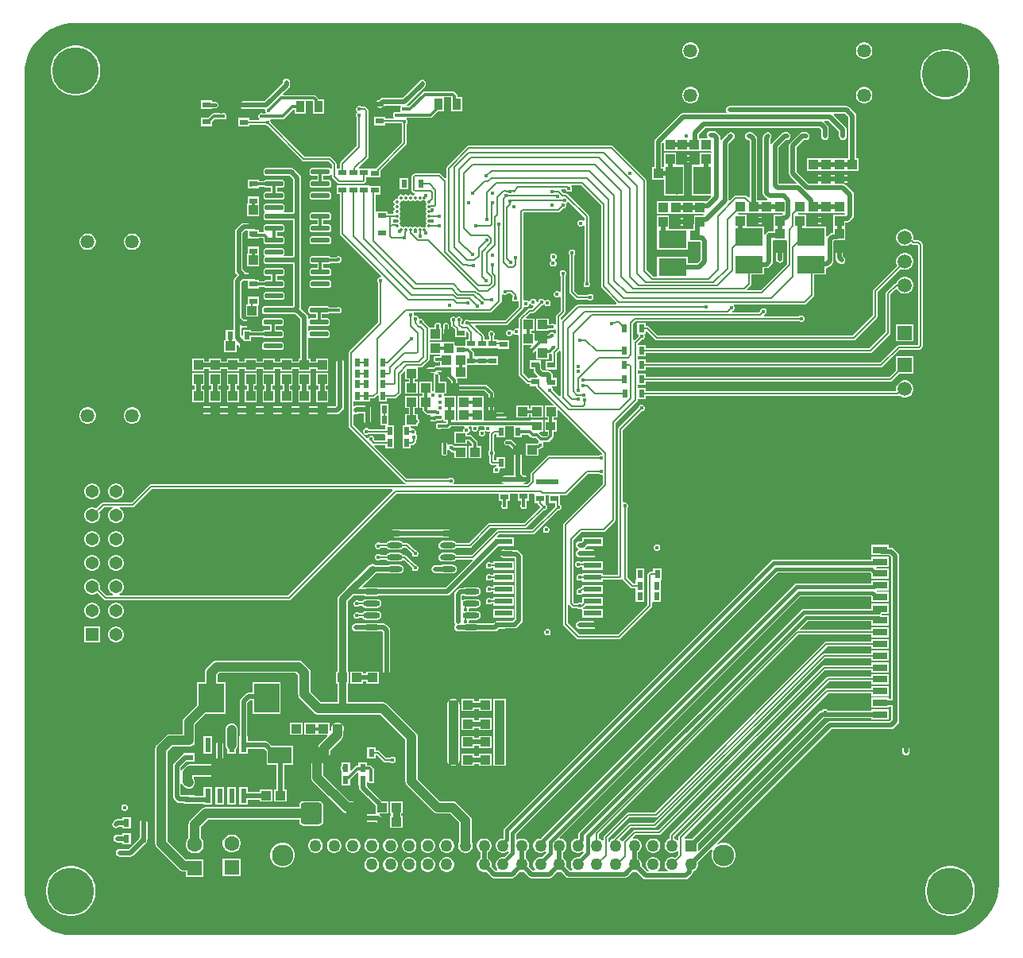
<source format=gbr>
G04*
G04 #@! TF.GenerationSoftware,Altium Limited,Altium Designer,24.1.2 (44)*
G04*
G04 Layer_Physical_Order=6*
G04 Layer_Color=13010237*
%FSLAX44Y44*%
%MOMM*%
G71*
G04*
G04 #@! TF.SameCoordinates,8DB790BD-C0D2-442E-8808-D1DB86FAA070*
G04*
G04*
G04 #@! TF.FilePolarity,Positive*
G04*
G01*
G75*
%ADD12C,0.2000*%
%ADD15C,0.3000*%
%ADD23R,0.6000X0.9000*%
%ADD31R,1.6000X0.8000*%
%ADD32R,3.0000X2.1000*%
%ADD37R,0.8500X1.2000*%
%ADD40R,1.0000X1.0500*%
%ADD41R,1.0500X1.0000*%
%ADD46R,0.9000X0.6000*%
G04:AMPARAMS|DCode=49|XSize=2.24mm|YSize=2.32mm|CornerRadius=0.28mm|HoleSize=0mm|Usage=FLASHONLY|Rotation=180.000|XOffset=0mm|YOffset=0mm|HoleType=Round|Shape=RoundedRectangle|*
%AMROUNDEDRECTD49*
21,1,2.2400,1.7600,0,0,180.0*
21,1,1.6800,2.3200,0,0,180.0*
1,1,0.5600,-0.8400,0.8800*
1,1,0.5600,0.8400,0.8800*
1,1,0.5600,0.8400,-0.8800*
1,1,0.5600,-0.8400,-0.8800*
%
%ADD49ROUNDEDRECTD49*%
%ADD54R,2.5000X1.7000*%
%ADD117C,1.0000*%
%ADD118C,0.5000*%
%ADD119C,0.4000*%
%ADD121C,0.7500*%
%ADD122C,5.0000*%
%ADD123C,0.5000*%
%ADD124C,1.4580*%
%ADD125C,2.3000*%
%ADD126R,1.2580X1.2580*%
%ADD127C,1.2580*%
%ADD128C,1.5200*%
%ADD129R,1.5200X1.5200*%
%ADD130C,1.3700*%
%ADD131R,1.3700X1.3700*%
%ADD132R,1.6000X1.6000*%
%ADD133C,1.6000*%
%ADD134C,0.4000*%
G04:AMPARAMS|DCode=135|XSize=1.96mm|YSize=0.57mm|CornerRadius=0.1397mm|HoleSize=0mm|Usage=FLASHONLY|Rotation=180.000|XOffset=0mm|YOffset=0mm|HoleType=Round|Shape=RoundedRectangle|*
%AMROUNDEDRECTD135*
21,1,1.9600,0.2907,0,0,180.0*
21,1,1.6807,0.5700,0,0,180.0*
1,1,0.2793,-0.8404,0.1454*
1,1,0.2793,0.8404,0.1454*
1,1,0.2793,0.8404,-0.1454*
1,1,0.2793,-0.8404,-0.1454*
%
%ADD135ROUNDEDRECTD135*%
%ADD136R,1.9000X0.6000*%
%ADD137R,3.0000X1.8500*%
%ADD138R,1.8500X3.0000*%
%ADD139R,2.5000X2.5000*%
%ADD140O,0.4000X0.3500*%
%ADD141O,0.3500X0.4000*%
%ADD142O,1.8000X0.6000*%
%ADD143O,1.6500X0.6000*%
%ADD144R,3.1000X2.6000*%
%ADD145R,0.6000X1.5500*%
%ADD146R,2.7000X3.1000*%
%ADD147R,1.0000X0.9700*%
%ADD148C,0.3810*%
G36*
X2225072Y1680190D02*
X2225072Y1680190D01*
Y1680190D01*
X2226335Y1680186D01*
X2231894Y1679821D01*
X2238006Y1678606D01*
X2243908Y1676602D01*
X2249497Y1673846D01*
X2254679Y1670384D01*
X2259364Y1666274D01*
X2263474Y1661589D01*
X2266936Y1656407D01*
X2269692Y1650818D01*
X2271696Y1644916D01*
X2272911Y1638804D01*
X2273280Y1633188D01*
X2273280Y1633188D01*
X2273280D01*
X2273291Y1633176D01*
Y763270D01*
X2273320Y763123D01*
X2272863Y756138D01*
X2271468Y749128D01*
X2269171Y742360D01*
X2266010Y735950D01*
X2262039Y730007D01*
X2257326Y724634D01*
X2251953Y719921D01*
X2246010Y715950D01*
X2239600Y712789D01*
X2232832Y710492D01*
X2225822Y709098D01*
X2218837Y708640D01*
X2218690Y708669D01*
X1287648D01*
X1286416Y708724D01*
X1286416D01*
X1286416Y708724D01*
X1284605Y708605D01*
X1278050Y709035D01*
X1271607Y710316D01*
X1265387Y712428D01*
X1259495Y715333D01*
X1254033Y718983D01*
X1249094Y723314D01*
X1244763Y728253D01*
X1241113Y733715D01*
X1238208Y739607D01*
X1236096Y745827D01*
X1234815Y752270D01*
X1234504Y757014D01*
X1234504Y757014D01*
X1234504D01*
X1234449Y757067D01*
Y1623173D01*
X1234512Y1623176D01*
X1234449Y1624140D01*
Y1626870D01*
X1234440Y1626917D01*
X1234821Y1632739D01*
X1236217Y1639756D01*
X1238517Y1646531D01*
X1241681Y1652948D01*
X1245656Y1658897D01*
X1250374Y1664276D01*
X1255753Y1668993D01*
X1261702Y1672968D01*
X1268118Y1676133D01*
X1274893Y1678432D01*
X1281911Y1679828D01*
X1286626Y1680137D01*
X1286626Y1680137D01*
Y1680137D01*
X1286687Y1680201D01*
X2223813D01*
X2225072Y1680190D01*
D02*
G37*
%LPC*%
G36*
X2130737Y1659470D02*
X2128423D01*
X2126187Y1658871D01*
X2124183Y1657714D01*
X2122546Y1656077D01*
X2121389Y1654073D01*
X2120790Y1651837D01*
Y1649523D01*
X2121389Y1647287D01*
X2122546Y1645283D01*
X2124183Y1643646D01*
X2126187Y1642489D01*
X2128423Y1641890D01*
X2130737D01*
X2132973Y1642489D01*
X2134977Y1643646D01*
X2136614Y1645283D01*
X2137771Y1647287D01*
X2138370Y1649523D01*
Y1651837D01*
X2137771Y1654073D01*
X2136614Y1656077D01*
X2134977Y1657714D01*
X2132973Y1658871D01*
X2130737Y1659470D01*
D02*
G37*
G36*
X1945737D02*
X1943423D01*
X1941187Y1658871D01*
X1939183Y1657714D01*
X1937546Y1656077D01*
X1936389Y1654073D01*
X1935790Y1651837D01*
Y1649523D01*
X1936389Y1647287D01*
X1937546Y1645283D01*
X1939183Y1643646D01*
X1941187Y1642489D01*
X1943423Y1641890D01*
X1945737D01*
X1947973Y1642489D01*
X1949977Y1643646D01*
X1951614Y1645283D01*
X1952771Y1647287D01*
X1953370Y1649523D01*
Y1651837D01*
X1952771Y1654073D01*
X1951614Y1656077D01*
X1949977Y1657714D01*
X1947973Y1658871D01*
X1945737Y1659470D01*
D02*
G37*
G36*
X1291136Y1655910D02*
X1286964D01*
X1282845Y1655258D01*
X1278877Y1653969D01*
X1275161Y1652075D01*
X1271786Y1649623D01*
X1268837Y1646674D01*
X1266385Y1643299D01*
X1264492Y1639583D01*
X1263203Y1635615D01*
X1262550Y1631496D01*
Y1627324D01*
X1263203Y1623205D01*
X1264492Y1619238D01*
X1266385Y1615521D01*
X1268837Y1612146D01*
X1271786Y1609197D01*
X1275161Y1606745D01*
X1278877Y1604852D01*
X1282845Y1603562D01*
X1286964Y1602910D01*
X1291136D01*
X1295255Y1603562D01*
X1299223Y1604852D01*
X1302939Y1606745D01*
X1306314Y1609197D01*
X1309263Y1612146D01*
X1311715Y1615521D01*
X1313609Y1619238D01*
X1314897Y1623205D01*
X1315550Y1627324D01*
Y1631496D01*
X1314897Y1635615D01*
X1313609Y1639583D01*
X1311715Y1643299D01*
X1309263Y1646674D01*
X1306314Y1649623D01*
X1302939Y1652075D01*
X1299223Y1653969D01*
X1295255Y1655258D01*
X1291136Y1655910D01*
D02*
G37*
G36*
X2218236Y1652100D02*
X2214064D01*
X2209945Y1651447D01*
X2205977Y1650159D01*
X2202261Y1648265D01*
X2198886Y1645813D01*
X2195937Y1642864D01*
X2193485Y1639489D01*
X2191591Y1635773D01*
X2190302Y1631805D01*
X2189650Y1627686D01*
Y1623514D01*
X2190302Y1619395D01*
X2191591Y1615428D01*
X2193485Y1611711D01*
X2195937Y1608336D01*
X2198886Y1605387D01*
X2202261Y1602935D01*
X2205977Y1601042D01*
X2209945Y1599753D01*
X2214064Y1599100D01*
X2218236D01*
X2222355Y1599753D01*
X2226322Y1601042D01*
X2230039Y1602935D01*
X2233414Y1605387D01*
X2236363Y1608336D01*
X2238815Y1611711D01*
X2240708Y1615428D01*
X2241998Y1619395D01*
X2242650Y1623514D01*
Y1627686D01*
X2241998Y1631805D01*
X2240708Y1635773D01*
X2238815Y1639489D01*
X2236363Y1642864D01*
X2233414Y1645813D01*
X2230039Y1648265D01*
X2226322Y1650159D01*
X2222355Y1651447D01*
X2218236Y1652100D01*
D02*
G37*
G36*
X2130737Y1611970D02*
X2128423D01*
X2126187Y1611371D01*
X2124183Y1610214D01*
X2122546Y1608577D01*
X2121389Y1606573D01*
X2120790Y1604337D01*
Y1602023D01*
X2121389Y1599787D01*
X2122546Y1597783D01*
X2124183Y1596146D01*
X2126187Y1594989D01*
X2128423Y1594390D01*
X2130737D01*
X2132973Y1594989D01*
X2134977Y1596146D01*
X2136614Y1597783D01*
X2137771Y1599787D01*
X2138370Y1602023D01*
Y1604337D01*
X2137771Y1606573D01*
X2136614Y1608577D01*
X2134977Y1610214D01*
X2132973Y1611371D01*
X2130737Y1611970D01*
D02*
G37*
G36*
X1945737D02*
X1943423D01*
X1941187Y1611371D01*
X1939183Y1610214D01*
X1937546Y1608577D01*
X1936389Y1606573D01*
X1935790Y1604337D01*
Y1602023D01*
X1936389Y1599787D01*
X1937546Y1597783D01*
X1939183Y1596146D01*
X1941187Y1594989D01*
X1943423Y1594390D01*
X1945737D01*
X1947973Y1594989D01*
X1949977Y1596146D01*
X1951614Y1597783D01*
X1952771Y1599787D01*
X1953370Y1602023D01*
Y1604337D01*
X1952771Y1606573D01*
X1951614Y1608577D01*
X1949977Y1610214D01*
X1947973Y1611371D01*
X1945737Y1611970D01*
D02*
G37*
G36*
X1434751Y1597458D02*
X1422751D01*
Y1588458D01*
X1434751D01*
Y1589389D01*
X1436115D01*
X1436274Y1589283D01*
X1436619Y1589214D01*
X1436944Y1589080D01*
X1437295D01*
X1437640Y1589011D01*
X1437985Y1589080D01*
X1438336D01*
X1438661Y1589214D01*
X1439006Y1589283D01*
X1439298Y1589478D01*
X1439623Y1589613D01*
X1439871Y1589861D01*
X1440163Y1590057D01*
X1440359Y1590349D01*
X1440607Y1590597D01*
X1440742Y1590922D01*
X1440937Y1591214D01*
X1441006Y1591559D01*
X1441140Y1591884D01*
Y1592235D01*
X1441209Y1592580D01*
X1441140Y1592925D01*
Y1593276D01*
X1441006Y1593601D01*
X1440937Y1593946D01*
X1440742Y1594238D01*
X1440607Y1594563D01*
X1440359Y1594811D01*
X1440163Y1595103D01*
X1439785Y1595481D01*
X1438628Y1596255D01*
X1437262Y1596527D01*
X1434751D01*
Y1597458D01*
D02*
G37*
G36*
X1513840Y1620788D02*
X1512279Y1620478D01*
X1510956Y1619594D01*
X1510072Y1618271D01*
X1509762Y1616710D01*
Y1615630D01*
X1490791Y1596659D01*
X1468120D01*
X1466559Y1596349D01*
X1465236Y1595465D01*
X1464352Y1594142D01*
X1464042Y1592581D01*
X1464352Y1591020D01*
X1465236Y1589697D01*
X1466559Y1588813D01*
X1468120Y1588503D01*
X1490648D01*
X1491354Y1587446D01*
X1491322Y1587370D01*
Y1585977D01*
X1491719Y1585019D01*
X1491138Y1583749D01*
X1488931D01*
X1487866Y1584190D01*
X1486474D01*
X1485187Y1583657D01*
X1484203Y1582673D01*
X1483670Y1581386D01*
Y1579994D01*
X1484203Y1578707D01*
X1484901Y1578009D01*
X1484497Y1576739D01*
X1474119D01*
Y1578922D01*
X1462119D01*
Y1569922D01*
X1474119D01*
Y1571641D01*
X1491119D01*
X1491537Y1571223D01*
X1492824Y1570690D01*
X1493415D01*
X1530478Y1533628D01*
X1531304Y1533075D01*
X1532280Y1532881D01*
X1558504D01*
X1562091Y1529294D01*
Y1524849D01*
X1560821Y1524464D01*
X1560462Y1525002D01*
X1559504Y1525642D01*
X1558374Y1525867D01*
X1541566D01*
X1540436Y1525642D01*
X1539478Y1525002D01*
X1538838Y1524044D01*
X1538613Y1522914D01*
Y1520007D01*
X1538838Y1518876D01*
X1539478Y1517918D01*
X1540436Y1517278D01*
X1541566Y1517053D01*
X1546911D01*
Y1513167D01*
X1541566D01*
X1540436Y1512942D01*
X1539478Y1512302D01*
X1538838Y1511344D01*
X1538613Y1510213D01*
Y1507307D01*
X1538838Y1506176D01*
X1539478Y1505218D01*
X1540436Y1504578D01*
X1541566Y1504353D01*
X1558374D01*
X1559504Y1504578D01*
X1560462Y1505218D01*
X1561102Y1506176D01*
X1561327Y1507307D01*
Y1510213D01*
X1561102Y1511344D01*
X1560462Y1512302D01*
X1559504Y1512942D01*
X1558374Y1513167D01*
X1553029D01*
Y1517053D01*
X1558374D01*
X1559504Y1517278D01*
X1560462Y1517918D01*
X1560821Y1518456D01*
X1562091Y1518071D01*
Y1516380D01*
X1562285Y1515405D01*
X1562838Y1514578D01*
X1567918Y1509498D01*
X1568745Y1508945D01*
X1569720Y1508751D01*
X1595120D01*
X1596095Y1508945D01*
X1596922Y1509498D01*
X1598194Y1510769D01*
X1598746Y1511596D01*
X1598940Y1512571D01*
Y1516068D01*
X1601820D01*
Y1515691D01*
X1613820D01*
Y1521944D01*
X1613869Y1522191D01*
Y1522635D01*
X1641372Y1550138D01*
X1641925Y1550965D01*
X1642119Y1551941D01*
Y1572399D01*
X1642537Y1572817D01*
X1643070Y1574104D01*
Y1575496D01*
X1642537Y1576783D01*
X1641668Y1577652D01*
X1641737Y1578189D01*
X1642057Y1578922D01*
X1667179D01*
X1667179Y1578922D01*
X1668350Y1579155D01*
X1669342Y1579818D01*
X1675305Y1585780D01*
X1675305Y1585780D01*
X1675516Y1586096D01*
X1681642D01*
Y1600951D01*
X1689395D01*
Y1586150D01*
X1700895D01*
Y1601150D01*
X1696664D01*
X1696192Y1602253D01*
X1695959Y1603423D01*
X1695296Y1604415D01*
X1695296Y1604416D01*
X1693539Y1606173D01*
X1692547Y1606836D01*
X1691376Y1607069D01*
X1691376Y1607069D01*
X1661160D01*
X1661160Y1607069D01*
X1659989Y1606836D01*
X1658997Y1606173D01*
X1658997Y1606173D01*
X1644343Y1591519D01*
X1641828D01*
X1641609Y1592789D01*
X1642683Y1593506D01*
X1661504Y1612327D01*
X1661504Y1612327D01*
X1662388Y1613650D01*
X1662698Y1615211D01*
Y1615440D01*
X1662388Y1617001D01*
X1661504Y1618324D01*
X1660181Y1619208D01*
X1658620Y1619518D01*
X1657059Y1619208D01*
X1655736Y1618324D01*
X1655275Y1617633D01*
X1638110Y1600468D01*
X1616939D01*
X1615379Y1600158D01*
X1614055Y1599274D01*
X1612664Y1597882D01*
X1611339Y1597619D01*
X1610016Y1596735D01*
X1609132Y1595412D01*
X1608822Y1593851D01*
X1609132Y1592290D01*
X1610016Y1590967D01*
X1611339Y1590083D01*
X1612900Y1589772D01*
X1614400D01*
X1614400Y1589772D01*
X1615961Y1590083D01*
X1617284Y1590967D01*
X1618629Y1592312D01*
X1635406D01*
X1635932Y1591042D01*
X1635333Y1590443D01*
X1634800Y1589156D01*
Y1587764D01*
X1635333Y1586477D01*
X1635501Y1586309D01*
X1634975Y1585039D01*
X1632406D01*
X1631340Y1585480D01*
X1629948D01*
X1628662Y1584948D01*
X1627677Y1583963D01*
X1627144Y1582677D01*
Y1581284D01*
X1627677Y1579998D01*
X1628164Y1579511D01*
X1627638Y1578241D01*
X1618899D01*
Y1580192D01*
X1606899D01*
Y1571192D01*
X1618899D01*
Y1573143D01*
X1636468D01*
X1636603Y1572817D01*
X1637021Y1572399D01*
Y1552997D01*
X1609518Y1525493D01*
X1608981Y1524691D01*
X1602391D01*
Y1525068D01*
X1591292D01*
X1590806Y1526241D01*
X1600732Y1536168D01*
X1601285Y1536995D01*
X1601479Y1537970D01*
Y1586328D01*
X1601285Y1587304D01*
X1600732Y1588131D01*
X1599561Y1589302D01*
X1599264Y1589501D01*
X1598502Y1590262D01*
X1597675Y1590815D01*
X1596700Y1591009D01*
X1593711D01*
X1593293Y1591427D01*
X1592006Y1591960D01*
X1590614D01*
X1589327Y1591427D01*
X1588343Y1590443D01*
X1587810Y1589156D01*
Y1587764D01*
X1588343Y1586477D01*
X1588781Y1586040D01*
X1589188Y1585210D01*
X1588781Y1584380D01*
X1588343Y1583943D01*
X1587810Y1582656D01*
Y1581264D01*
X1588343Y1579977D01*
X1588761Y1579559D01*
Y1549186D01*
X1571729Y1532154D01*
X1571176Y1531327D01*
X1570982Y1530351D01*
Y1525068D01*
X1567531D01*
X1567189Y1526196D01*
Y1530350D01*
X1566995Y1531325D01*
X1566442Y1532152D01*
X1561362Y1537232D01*
X1560535Y1537785D01*
X1559560Y1537979D01*
X1533336D01*
X1497020Y1574295D01*
Y1574886D01*
X1496487Y1576173D01*
X1496299Y1576361D01*
X1496825Y1577631D01*
X1509570D01*
X1509570Y1577631D01*
X1510741Y1577864D01*
X1511733Y1578527D01*
X1521203Y1587997D01*
X1522822D01*
Y1583556D01*
X1534322D01*
Y1596997D01*
X1542016D01*
Y1593860D01*
X1542016Y1593860D01*
X1542075Y1593564D01*
Y1583610D01*
X1553575D01*
Y1598610D01*
X1548072D01*
X1547901Y1599469D01*
X1547238Y1600461D01*
X1547238Y1600462D01*
X1545480Y1602219D01*
X1544488Y1602882D01*
X1543318Y1603115D01*
X1543317Y1603115D01*
X1510441D01*
X1509955Y1604288D01*
X1516724Y1611057D01*
X1516724Y1611057D01*
X1517608Y1612380D01*
X1517918Y1613941D01*
Y1616710D01*
X1517608Y1618271D01*
X1516724Y1619594D01*
X1515401Y1620478D01*
X1513840Y1620788D01*
D02*
G37*
G36*
X2110740Y1591578D02*
X2110740Y1591578D01*
X1986280D01*
X1984719Y1591268D01*
X1983396Y1590384D01*
X1982512Y1589061D01*
X1982202Y1587500D01*
X1982512Y1585939D01*
X1982987Y1585228D01*
X1982308Y1583958D01*
X1936203D01*
X1936203Y1583958D01*
X1934642Y1583648D01*
X1933319Y1582764D01*
X1933319Y1582764D01*
X1907196Y1556641D01*
X1906312Y1555318D01*
X1906002Y1553757D01*
X1906002Y1553757D01*
Y1526820D01*
X1903580D01*
Y1513320D01*
X1916330D01*
Y1496070D01*
X1929454D01*
X1929750Y1496011D01*
X1930046Y1496070D01*
X1937830D01*
Y1529070D01*
X1929280D01*
Y1542300D01*
X1916280D01*
Y1528800D01*
X1916330D01*
Y1526820D01*
X1914158D01*
Y1552068D01*
X1915107Y1553016D01*
X1916280Y1552530D01*
Y1543800D01*
X1966534D01*
X1966970Y1543050D01*
X1966534Y1542300D01*
X1954380D01*
Y1529070D01*
X1945830D01*
Y1496070D01*
X1966026D01*
X1966552Y1494800D01*
X1962137Y1490384D01*
X1961030Y1489990D01*
X1961030Y1489990D01*
Y1489990D01*
X1961030Y1489990D01*
X1922930D01*
X1922630Y1489990D01*
X1921660D01*
X1921360Y1489990D01*
X1908660D01*
Y1476490D01*
X1921360D01*
X1921660Y1476490D01*
X1922630D01*
X1922930Y1476490D01*
X1957920D01*
X1958598Y1475220D01*
X1958497Y1475068D01*
X1957030D01*
X1956636Y1474990D01*
X1948030D01*
Y1466206D01*
X1947872Y1465410D01*
X1947872Y1465410D01*
Y1460780D01*
X1943015D01*
X1942950Y1460780D01*
X1941755Y1460600D01*
X1941680Y1460600D01*
X1922561D01*
X1921660Y1461490D01*
Y1474990D01*
X1908660D01*
Y1461804D01*
X1908660Y1461490D01*
X1908660Y1461490D01*
X1908820Y1460600D01*
X1908820D01*
Y1439100D01*
X1941820D01*
Y1446942D01*
X1942950Y1447280D01*
X1943090Y1447280D01*
X1951556D01*
X1951950Y1447202D01*
X1954992D01*
X1955532Y1446662D01*
Y1428075D01*
X1951885Y1424428D01*
X1941820D01*
Y1431100D01*
X1908820D01*
Y1409984D01*
X1904511D01*
X1897389Y1417106D01*
Y1512570D01*
X1897195Y1513546D01*
X1896642Y1514372D01*
X1862352Y1548662D01*
X1861526Y1549215D01*
X1860550Y1549409D01*
X1708150D01*
X1707175Y1549215D01*
X1706348Y1548662D01*
X1684758Y1527072D01*
X1684205Y1526246D01*
X1684011Y1525270D01*
Y1515303D01*
X1682838Y1514817D01*
X1678202Y1519452D01*
X1677375Y1520005D01*
X1676400Y1520199D01*
X1651000D01*
X1650025Y1520005D01*
X1649198Y1519452D01*
X1647928Y1518182D01*
X1647375Y1517355D01*
X1647181Y1516380D01*
Y1502312D01*
X1647375Y1501336D01*
X1647928Y1500509D01*
X1649099Y1499338D01*
X1649926Y1498785D01*
X1650233Y1498724D01*
X1650233Y1497429D01*
X1649692Y1497321D01*
X1649456Y1497164D01*
X1648460Y1496680D01*
X1647464Y1497164D01*
X1647228Y1497321D01*
X1645960Y1497574D01*
X1644692Y1497321D01*
X1644456Y1497164D01*
X1643460Y1496680D01*
X1642464Y1497164D01*
X1642228Y1497321D01*
X1640960Y1497574D01*
X1639692Y1497321D01*
X1639456Y1497164D01*
X1638460Y1496680D01*
X1637464Y1497164D01*
X1637228Y1497321D01*
X1635960Y1497574D01*
X1634692Y1497321D01*
X1633617Y1496603D01*
X1632899Y1495528D01*
X1632646Y1494260D01*
Y1493932D01*
X1632315Y1493371D01*
X1632099Y1493155D01*
X1631538Y1492824D01*
X1631210D01*
X1629942Y1492571D01*
X1628867Y1491853D01*
X1628149Y1490778D01*
X1627896Y1489510D01*
X1628149Y1488242D01*
X1628867Y1487167D01*
Y1486853D01*
X1628149Y1485778D01*
X1627896Y1484510D01*
X1628149Y1483242D01*
X1628867Y1482167D01*
Y1481853D01*
X1628149Y1480778D01*
X1627896Y1479510D01*
X1628131Y1478329D01*
X1628127Y1478206D01*
X1627412Y1477059D01*
X1624888D01*
X1624888Y1477059D01*
X1621441D01*
Y1479348D01*
X1609441D01*
X1608868Y1480381D01*
Y1497532D01*
X1613819D01*
Y1506532D01*
X1602390D01*
Y1506909D01*
X1567530D01*
Y1497909D01*
X1570981D01*
Y1455420D01*
X1571175Y1454444D01*
X1571728Y1453618D01*
X1614692Y1410653D01*
X1614166Y1409383D01*
X1613467D01*
X1612180Y1408850D01*
X1611196Y1407866D01*
X1610663Y1406579D01*
Y1405187D01*
X1611196Y1403900D01*
X1611621Y1403475D01*
Y1361226D01*
X1580618Y1330222D01*
X1580065Y1329395D01*
X1579871Y1328420D01*
Y1250936D01*
X1580065Y1249961D01*
X1580618Y1249134D01*
X1639024Y1190728D01*
X1639851Y1190175D01*
X1640826Y1189981D01*
X1640783Y1188729D01*
X1369060D01*
X1368085Y1188535D01*
X1367258Y1187982D01*
X1348954Y1169679D01*
X1318260D01*
X1317285Y1169485D01*
X1316458Y1168932D01*
X1310657Y1163132D01*
X1310053Y1163481D01*
X1307929Y1164050D01*
X1305731D01*
X1303607Y1163481D01*
X1301703Y1162382D01*
X1300148Y1160827D01*
X1299049Y1158923D01*
X1298480Y1156799D01*
Y1154601D01*
X1299049Y1152477D01*
X1300148Y1150573D01*
X1301703Y1149018D01*
X1303607Y1147919D01*
X1305731Y1147350D01*
X1307929D01*
X1310053Y1147919D01*
X1311957Y1149018D01*
X1313512Y1150573D01*
X1314611Y1152477D01*
X1315180Y1154601D01*
Y1156799D01*
X1314611Y1158923D01*
X1314262Y1159527D01*
X1319316Y1164581D01*
X1328374D01*
X1328713Y1163311D01*
X1327103Y1162382D01*
X1325548Y1160827D01*
X1324449Y1158923D01*
X1323880Y1156799D01*
Y1154601D01*
X1324449Y1152477D01*
X1325548Y1150573D01*
X1327103Y1149018D01*
X1329007Y1147919D01*
X1331131Y1147350D01*
X1333329D01*
X1335453Y1147919D01*
X1337357Y1149018D01*
X1338912Y1150573D01*
X1340011Y1152477D01*
X1340580Y1154601D01*
Y1156799D01*
X1340011Y1158923D01*
X1338912Y1160827D01*
X1337357Y1162382D01*
X1335747Y1163311D01*
X1336086Y1164581D01*
X1350010D01*
X1350986Y1164775D01*
X1351812Y1165328D01*
X1370116Y1183631D01*
X1626540D01*
X1627066Y1182361D01*
X1515324Y1070619D01*
X1336086D01*
X1335747Y1071889D01*
X1337357Y1072818D01*
X1338912Y1074373D01*
X1340011Y1076277D01*
X1340580Y1078401D01*
Y1080599D01*
X1340011Y1082723D01*
X1338912Y1084627D01*
X1337357Y1086182D01*
X1335453Y1087281D01*
X1333329Y1087850D01*
X1331131D01*
X1329007Y1087281D01*
X1327103Y1086182D01*
X1325548Y1084627D01*
X1324449Y1082723D01*
X1323880Y1080599D01*
Y1078401D01*
X1324449Y1076277D01*
X1325548Y1074373D01*
X1327103Y1072818D01*
X1328713Y1071889D01*
X1328374Y1070619D01*
X1321856D01*
X1314946Y1077529D01*
X1315180Y1078401D01*
Y1080599D01*
X1314611Y1082723D01*
X1313512Y1084627D01*
X1311957Y1086182D01*
X1310053Y1087281D01*
X1307929Y1087850D01*
X1305731D01*
X1303607Y1087281D01*
X1301703Y1086182D01*
X1300148Y1084627D01*
X1299049Y1082723D01*
X1298480Y1080599D01*
Y1078401D01*
X1299049Y1076277D01*
X1300148Y1074373D01*
X1301703Y1072818D01*
X1303607Y1071719D01*
X1305731Y1071150D01*
X1307929D01*
X1310053Y1071719D01*
X1311957Y1072818D01*
X1312202Y1073063D01*
X1318998Y1066268D01*
X1319825Y1065715D01*
X1320800Y1065521D01*
X1516380D01*
X1517355Y1065715D01*
X1518182Y1066268D01*
X1630885Y1178970D01*
X1740249D01*
Y1171142D01*
X1743191D01*
Y1167621D01*
X1742750Y1166556D01*
Y1165164D01*
X1743283Y1163877D01*
X1744267Y1162893D01*
X1745554Y1162360D01*
X1746946D01*
X1748233Y1162893D01*
X1749217Y1163877D01*
X1749750Y1165164D01*
Y1166556D01*
X1749309Y1167621D01*
Y1171142D01*
X1752249D01*
Y1178970D01*
X1760570D01*
Y1171519D01*
X1763511D01*
Y1167621D01*
X1763070Y1166556D01*
Y1165164D01*
X1763603Y1163877D01*
X1764587Y1162893D01*
X1765874Y1162360D01*
X1767266D01*
X1768553Y1162893D01*
X1769537Y1163877D01*
X1770070Y1165164D01*
Y1166556D01*
X1769629Y1167621D01*
Y1171519D01*
X1772570D01*
Y1178970D01*
X1777677D01*
X1778350Y1177979D01*
Y1168979D01*
X1781802D01*
Y1168399D01*
X1781996Y1167423D01*
X1782549Y1166596D01*
X1784555Y1164590D01*
X1767229Y1147263D01*
X1730184D01*
X1729209Y1147069D01*
X1728382Y1146517D01*
X1708364Y1126499D01*
X1694559D01*
X1694094Y1127194D01*
X1692606Y1128189D01*
X1690850Y1128538D01*
X1680350D01*
X1678594Y1128189D01*
X1677106Y1127194D01*
X1676111Y1125706D01*
X1675762Y1123950D01*
X1676111Y1122194D01*
X1677106Y1120706D01*
X1678594Y1119711D01*
X1680350Y1119362D01*
X1690850D01*
X1692606Y1119711D01*
X1694094Y1120706D01*
X1694559Y1121401D01*
X1709420D01*
X1710396Y1121595D01*
X1711222Y1122148D01*
X1731240Y1142165D01*
X1768284D01*
X1769260Y1142359D01*
X1770087Y1142912D01*
X1788265Y1161090D01*
X1788856D01*
X1790143Y1161623D01*
X1791127Y1162607D01*
X1791660Y1163894D01*
Y1165286D01*
X1791127Y1166573D01*
X1790143Y1167557D01*
X1789776Y1167709D01*
X1790028Y1168979D01*
X1790350D01*
Y1177281D01*
X1793590D01*
Y1168979D01*
X1800541D01*
Y1166681D01*
X1800433Y1166573D01*
X1799900Y1165286D01*
Y1164695D01*
X1775674Y1140469D01*
X1739104D01*
X1738129Y1140275D01*
X1737302Y1139722D01*
X1711379Y1113799D01*
X1694559D01*
X1694094Y1114494D01*
X1692606Y1115489D01*
X1690850Y1115838D01*
X1680350D01*
X1678594Y1115489D01*
X1677106Y1114494D01*
X1676111Y1113006D01*
X1675762Y1111250D01*
X1676111Y1109494D01*
X1677106Y1108006D01*
X1678594Y1107011D01*
X1680350Y1106662D01*
X1690850D01*
X1692606Y1107011D01*
X1694094Y1108006D01*
X1694559Y1108701D01*
X1711857D01*
X1712383Y1107431D01*
X1683451Y1078498D01*
X1612346D01*
X1612106Y1078659D01*
X1610350Y1079008D01*
X1598350D01*
X1596594Y1078659D01*
X1596354Y1078498D01*
X1594698D01*
X1594212Y1079672D01*
X1609012Y1094472D01*
X1621854D01*
X1622094Y1094311D01*
X1623850Y1093962D01*
X1634350D01*
X1636106Y1094311D01*
X1637594Y1095306D01*
X1638589Y1096794D01*
X1638938Y1098550D01*
X1638589Y1100306D01*
X1637594Y1101794D01*
X1636106Y1102789D01*
X1634350Y1103138D01*
X1623850D01*
X1622094Y1102789D01*
X1621854Y1102628D01*
X1608866D01*
X1607569Y1103495D01*
X1605520Y1103903D01*
X1603472Y1103495D01*
X1601735Y1102335D01*
X1577605Y1078205D01*
X1569865Y1070465D01*
X1568705Y1068728D01*
X1568297Y1066680D01*
Y989480D01*
X1566900D01*
Y976480D01*
X1568297D01*
Y956516D01*
X1550846D01*
X1539446Y967916D01*
Y988060D01*
X1539223Y989757D01*
X1538568Y991338D01*
X1537526Y992696D01*
X1531176Y999046D01*
X1529818Y1000088D01*
X1528237Y1000743D01*
X1526540Y1000966D01*
X1439388D01*
X1437691Y1000743D01*
X1436110Y1000088D01*
X1434752Y999046D01*
X1428894Y993188D01*
X1427852Y991830D01*
X1427197Y990249D01*
X1426974Y988552D01*
Y978390D01*
X1418530D01*
Y953662D01*
X1405055Y940187D01*
X1404013Y938829D01*
X1403358Y937248D01*
X1403135Y935551D01*
Y922604D01*
X1389748D01*
X1388051Y922381D01*
X1386470Y921726D01*
X1385112Y920684D01*
X1375844Y911416D01*
X1374802Y910058D01*
X1374147Y908477D01*
X1373924Y906780D01*
Y902970D01*
Y806450D01*
X1374147Y804753D01*
X1374802Y803172D01*
X1375844Y801814D01*
X1399514Y778144D01*
X1400872Y777102D01*
X1402453Y776447D01*
X1404150Y776224D01*
X1406540D01*
Y770280D01*
X1425540D01*
Y789280D01*
X1413466D01*
X1413040Y789336D01*
X1406866D01*
X1387036Y809166D01*
Y902970D01*
Y904064D01*
X1392464Y909492D01*
X1409691D01*
X1411388Y909715D01*
X1412969Y910370D01*
X1414327Y911412D01*
X1414431Y911548D01*
X1415691D01*
Y913548D01*
X1416024Y914351D01*
X1416247Y916048D01*
Y932836D01*
X1427802Y944390D01*
X1448530D01*
Y978390D01*
X1440086D01*
Y985836D01*
X1442103Y987854D01*
X1523824D01*
X1526334Y985344D01*
Y965200D01*
X1526557Y963503D01*
X1527212Y961922D01*
X1528254Y960564D01*
X1543494Y945324D01*
X1544852Y944282D01*
X1546433Y943627D01*
X1548130Y943404D01*
X1613994D01*
X1640634Y916764D01*
Y872490D01*
X1640857Y870793D01*
X1641512Y869212D01*
X1642554Y867854D01*
X1670494Y839914D01*
X1671852Y838872D01*
X1673433Y838217D01*
X1675130Y837994D01*
X1688147D01*
X1698104Y828036D01*
Y808135D01*
X1697401Y806917D01*
X1696870Y804936D01*
Y802884D01*
X1697401Y800903D01*
X1698427Y799127D01*
X1699877Y797676D01*
X1701653Y796651D01*
X1703634Y796120D01*
X1705686D01*
X1707667Y796651D01*
X1709443Y797676D01*
X1710894Y799127D01*
X1711919Y800903D01*
X1712450Y802884D01*
Y804936D01*
X1711919Y806917D01*
X1711216Y808135D01*
Y830752D01*
X1710993Y832449D01*
X1710338Y834030D01*
X1709296Y835388D01*
X1695498Y849186D01*
X1694140Y850228D01*
X1692559Y850883D01*
X1690862Y851106D01*
X1677846D01*
X1653746Y875206D01*
Y919480D01*
X1653523Y921177D01*
X1652868Y922758D01*
X1651826Y924116D01*
X1621346Y954596D01*
X1619988Y955638D01*
X1618407Y956293D01*
X1616710Y956516D01*
X1579003D01*
Y976480D01*
X1580400D01*
Y989480D01*
X1579003D01*
Y1064463D01*
X1584882Y1070342D01*
X1596354D01*
X1596594Y1070181D01*
X1598350Y1069832D01*
X1610350D01*
X1612106Y1070181D01*
X1612346Y1070342D01*
X1685140D01*
X1685140Y1070342D01*
X1686701Y1070652D01*
X1688024Y1071536D01*
X1739748Y1123260D01*
X1755980D01*
Y1132260D01*
X1738709D01*
X1738223Y1133433D01*
X1740160Y1135371D01*
X1776730D01*
X1777706Y1135565D01*
X1778532Y1136118D01*
X1803505Y1161090D01*
X1804096D01*
X1805383Y1161623D01*
X1806367Y1162607D01*
X1806900Y1163894D01*
Y1165286D01*
X1806367Y1166573D01*
X1805639Y1167301D01*
Y1171479D01*
X1805590Y1171725D01*
Y1177281D01*
X1811020D01*
X1811996Y1177475D01*
X1812822Y1178028D01*
X1834937Y1200142D01*
X1846718D01*
X1847136Y1199724D01*
X1848423Y1199191D01*
X1849815D01*
X1850015Y1199274D01*
X1851071Y1198568D01*
Y1189196D01*
X1809218Y1147342D01*
X1808665Y1146516D01*
X1808471Y1145540D01*
Y1040130D01*
X1808665Y1039155D01*
X1809218Y1038328D01*
X1823188Y1024358D01*
X1824015Y1023805D01*
X1824990Y1023611D01*
X1868170D01*
X1869146Y1023805D01*
X1869972Y1024358D01*
X1902992Y1057378D01*
X1903545Y1058205D01*
X1903739Y1059180D01*
Y1062307D01*
X1904311Y1063340D01*
X1905009Y1063340D01*
X1913311D01*
Y1074770D01*
Y1086355D01*
X1913688Y1087469D01*
X1913688Y1087884D01*
Y1099469D01*
X1904688D01*
Y1096018D01*
X1902362D01*
X1901386Y1095824D01*
X1900559Y1095271D01*
X1899388Y1094100D01*
X1898835Y1093273D01*
X1898641Y1092297D01*
Y1060236D01*
X1867114Y1028709D01*
X1826046D01*
X1813569Y1041186D01*
Y1061677D01*
X1814821Y1061720D01*
X1815015Y1060744D01*
X1815568Y1059918D01*
X1817914Y1057571D01*
X1818741Y1057019D01*
X1819717Y1056824D01*
X1823666D01*
X1824277Y1056213D01*
X1825564Y1055680D01*
X1826956D01*
X1827710Y1055992D01*
X1828924Y1055322D01*
X1828980Y1055248D01*
Y1047060D01*
X1850980D01*
Y1056060D01*
X1830152D01*
X1829978Y1056568D01*
X1829941Y1057330D01*
X1830585Y1057760D01*
X1832585Y1059760D01*
X1850980D01*
Y1068760D01*
X1828980D01*
Y1063365D01*
X1827903Y1062288D01*
X1826956Y1062680D01*
X1825564D01*
X1824277Y1062147D01*
X1824053Y1061922D01*
X1820772D01*
X1819919Y1062776D01*
Y1129244D01*
X1828586Y1137911D01*
X1851660D01*
X1852635Y1138105D01*
X1853462Y1138658D01*
X1863622Y1148818D01*
X1864175Y1149645D01*
X1864369Y1150620D01*
Y1253704D01*
X1887752Y1277088D01*
X1888305Y1277915D01*
X1888499Y1278890D01*
Y1279239D01*
X1897179D01*
Y1282690D01*
X2165198D01*
X2166174Y1282884D01*
X2166991Y1283430D01*
X2167383Y1283038D01*
X2169458Y1281840D01*
X2171772Y1281220D01*
X2174168D01*
X2176483Y1281840D01*
X2178557Y1283038D01*
X2180252Y1284733D01*
X2181450Y1286808D01*
X2182070Y1289122D01*
Y1291518D01*
X2181450Y1293833D01*
X2180252Y1295907D01*
X2178557Y1297602D01*
X2176483Y1298800D01*
X2174168Y1299420D01*
X2171772D01*
X2169458Y1298800D01*
X2167383Y1297602D01*
X2165688Y1295907D01*
X2164490Y1293833D01*
X2163870Y1291518D01*
Y1289122D01*
X2163887Y1289058D01*
X2162913Y1287788D01*
X1897179D01*
Y1291239D01*
X1888499D01*
Y1294480D01*
X1896801D01*
Y1297931D01*
X2157730D01*
X2158705Y1298125D01*
X2159532Y1298678D01*
X2167475Y1306620D01*
X2182070D01*
Y1324820D01*
X2163870D01*
Y1310225D01*
X2156674Y1303029D01*
X1896801D01*
Y1306480D01*
X1888499D01*
Y1309720D01*
X1896801D01*
Y1313171D01*
X2147570D01*
X2148546Y1313365D01*
X2149372Y1313918D01*
X2167676Y1332221D01*
X2188308D01*
X2189284Y1332415D01*
X2190111Y1332968D01*
X2191282Y1334139D01*
X2191835Y1334966D01*
X2192029Y1335942D01*
Y1444088D01*
X2191835Y1445064D01*
X2191282Y1445891D01*
X2189115Y1448058D01*
X2188288Y1448611D01*
X2187313Y1448805D01*
X2182952D01*
X2181917Y1449840D01*
X2182070Y1450412D01*
Y1452808D01*
X2181450Y1455123D01*
X2180252Y1457198D01*
X2178557Y1458892D01*
X2176483Y1460090D01*
X2174168Y1460710D01*
X2171772D01*
X2169458Y1460090D01*
X2167383Y1458892D01*
X2165688Y1457198D01*
X2164490Y1455123D01*
X2163870Y1452808D01*
Y1450412D01*
X2164490Y1448098D01*
X2165688Y1446022D01*
X2167383Y1444328D01*
X2169458Y1443130D01*
X2171772Y1442510D01*
X2174168D01*
X2176483Y1443130D01*
X2178557Y1444328D01*
X2179388Y1445159D01*
X2180094Y1444453D01*
X2180921Y1443901D01*
X2181896Y1443707D01*
X2186257D01*
X2186931Y1443033D01*
Y1337319D01*
X2166620D01*
X2165645Y1337125D01*
X2164818Y1336572D01*
X2146514Y1318269D01*
X1896801D01*
Y1321720D01*
X1888499D01*
Y1324960D01*
X1896801D01*
Y1328411D01*
X2136140D01*
X2137115Y1328605D01*
X2137942Y1329158D01*
X2156992Y1348208D01*
X2157545Y1349034D01*
X2157739Y1350010D01*
Y1390864D01*
X2163444Y1396569D01*
X2165031Y1396360D01*
X2165688Y1395222D01*
X2167383Y1393528D01*
X2169458Y1392330D01*
X2171772Y1391710D01*
X2174168D01*
X2176483Y1392330D01*
X2178557Y1393528D01*
X2180252Y1395222D01*
X2181450Y1397298D01*
X2182070Y1399612D01*
Y1402008D01*
X2181450Y1404323D01*
X2180252Y1406398D01*
X2178557Y1408092D01*
X2176483Y1409290D01*
X2174168Y1409910D01*
X2171772D01*
X2169458Y1409290D01*
X2167383Y1408092D01*
X2165688Y1406398D01*
X2164490Y1404323D01*
X2164232Y1403359D01*
X2164080D01*
X2163105Y1403165D01*
X2162278Y1402612D01*
X2153388Y1393722D01*
X2152835Y1392896D01*
X2152641Y1391920D01*
Y1351066D01*
X2135084Y1333509D01*
X1896801D01*
Y1336960D01*
X1888499D01*
Y1338794D01*
X1892405Y1342700D01*
X1892996D01*
X1894283Y1343233D01*
X1895267Y1344217D01*
X1895800Y1345504D01*
Y1346896D01*
X1895417Y1347820D01*
X1896019Y1349090D01*
X1896801D01*
Y1351539D01*
X1898071Y1352065D01*
X1907008Y1343128D01*
X1907835Y1342575D01*
X1908811Y1342381D01*
X2118360D01*
X2119335Y1342575D01*
X2120162Y1343128D01*
X2143022Y1365988D01*
X2143575Y1366815D01*
X2143769Y1367790D01*
Y1393404D01*
X2168594Y1418229D01*
X2169458Y1417730D01*
X2171772Y1417110D01*
X2174168D01*
X2176483Y1417730D01*
X2178557Y1418928D01*
X2180252Y1420623D01*
X2181450Y1422697D01*
X2182070Y1425012D01*
Y1427408D01*
X2181450Y1429722D01*
X2180252Y1431797D01*
X2178557Y1433492D01*
X2176483Y1434690D01*
X2174168Y1435310D01*
X2171772D01*
X2169458Y1434690D01*
X2167383Y1433492D01*
X2165688Y1431797D01*
X2164490Y1429722D01*
X2163870Y1427408D01*
Y1425012D01*
X2164490Y1422697D01*
X2164989Y1421834D01*
X2139418Y1396262D01*
X2138865Y1395435D01*
X2138671Y1394460D01*
Y1368846D01*
X2117304Y1347479D01*
X1909867D01*
X1900453Y1356892D01*
X1899626Y1357445D01*
X1898651Y1357639D01*
X1896801D01*
Y1361090D01*
X1887801D01*
Y1349090D01*
X1888581D01*
X1889183Y1347820D01*
X1888800Y1346896D01*
Y1346305D01*
X1884689Y1342194D01*
X1883419Y1342720D01*
Y1359989D01*
X1886131Y1362701D01*
X2060079D01*
X2060497Y1362283D01*
X2061784Y1361750D01*
X2063176D01*
X2064463Y1362283D01*
X2065447Y1363267D01*
X2065980Y1364554D01*
Y1365946D01*
X2065447Y1367233D01*
X2064463Y1368217D01*
X2063176Y1368750D01*
X2061784D01*
X2060497Y1368217D01*
X2060079Y1367799D01*
X2023345D01*
X2022643Y1369069D01*
X2022847Y1369394D01*
X2022970Y1369479D01*
X2024163Y1369973D01*
X2025147Y1370957D01*
X2025680Y1372244D01*
Y1373636D01*
X2025147Y1374923D01*
X2024163Y1375907D01*
X2022876Y1376440D01*
X2021484D01*
X2020197Y1375907D01*
X2019213Y1374923D01*
X2018680Y1373636D01*
Y1373045D01*
X2017244Y1371609D01*
X1989488D01*
X1988708Y1372879D01*
X1988761Y1372982D01*
X1989050Y1373258D01*
X1990148Y1373713D01*
X1991132Y1374697D01*
X1991665Y1375984D01*
Y1377376D01*
X1991132Y1378663D01*
X1990584Y1379211D01*
X1991110Y1380481D01*
X2066290D01*
X2067265Y1380675D01*
X2068092Y1381228D01*
X2075712Y1388848D01*
X2076265Y1389675D01*
X2076459Y1390650D01*
Y1412140D01*
X2089140D01*
Y1418776D01*
X2090031Y1419592D01*
X2091592Y1419902D01*
X2092915Y1420786D01*
X2095844Y1423715D01*
X2095844Y1423715D01*
X2096728Y1425038D01*
X2097038Y1426599D01*
Y1447932D01*
X2097578Y1448472D01*
X2100620D01*
X2100620Y1448472D01*
X2101014Y1448550D01*
X2109620D01*
Y1462050D01*
X2109620D01*
Y1462760D01*
X2109620D01*
Y1467787D01*
X2111621D01*
X2111621Y1467787D01*
X2113182Y1468098D01*
X2114505Y1468982D01*
X2117434Y1471911D01*
X2117434Y1471911D01*
X2118318Y1473234D01*
X2118628Y1474794D01*
Y1497330D01*
X2118628Y1497330D01*
X2118318Y1498891D01*
X2117434Y1500214D01*
X2117434Y1500214D01*
X2110054Y1507594D01*
X2108731Y1508478D01*
X2108058Y1508612D01*
X2108183Y1509882D01*
X2117090D01*
X2118651Y1510192D01*
X2119974Y1511076D01*
X2120858Y1512399D01*
X2121168Y1513960D01*
X2120858Y1515521D01*
X2119974Y1516844D01*
X2118651Y1517728D01*
X2117090Y1518038D01*
X2075180D01*
X2073619Y1517728D01*
X2072296Y1516844D01*
X2071412Y1515521D01*
X2071102Y1513960D01*
X2071412Y1512399D01*
X2072296Y1511076D01*
X2073619Y1510192D01*
X2074292Y1510058D01*
X2074167Y1508788D01*
X2070213D01*
X2057668Y1521333D01*
Y1547711D01*
X2065439Y1555482D01*
X2067560D01*
X2069121Y1555792D01*
X2070444Y1556676D01*
X2071328Y1557999D01*
X2071638Y1559560D01*
X2071328Y1561121D01*
X2070444Y1562444D01*
X2069121Y1563328D01*
X2067560Y1563638D01*
X2063750D01*
X2062189Y1563328D01*
X2060866Y1562444D01*
X2060866Y1562444D01*
X2050706Y1552284D01*
X2049822Y1550961D01*
X2049512Y1549400D01*
X2049512Y1549400D01*
Y1519643D01*
X2049512Y1519643D01*
X2049822Y1518082D01*
X2050706Y1516759D01*
X2057504Y1509962D01*
X2057018Y1508788D01*
X2039158D01*
X2038618Y1509328D01*
Y1547711D01*
X2046389Y1555482D01*
X2047240D01*
X2048801Y1555792D01*
X2050124Y1556676D01*
X2051008Y1557999D01*
X2051318Y1559560D01*
X2051008Y1561121D01*
X2050124Y1562444D01*
X2048801Y1563328D01*
X2047240Y1563638D01*
X2044700D01*
X2043139Y1563328D01*
X2041816Y1562444D01*
X2041816Y1562444D01*
X2031656Y1552284D01*
X2030998Y1551299D01*
X2029728Y1551685D01*
Y1556601D01*
X2029804Y1556676D01*
X2030688Y1557999D01*
X2030998Y1559560D01*
X2030688Y1561121D01*
X2029804Y1562444D01*
X2028481Y1563328D01*
X2026920Y1563638D01*
X2025359Y1563328D01*
X2024036Y1562444D01*
X2022766Y1561174D01*
X2021882Y1559851D01*
X2021572Y1558290D01*
X2021572Y1558290D01*
Y1498989D01*
X2021572Y1498989D01*
X2021882Y1497428D01*
X2022766Y1496105D01*
X2025695Y1493176D01*
X2025695Y1493176D01*
X2026483Y1492650D01*
X2026097Y1491380D01*
X2019150D01*
Y1491380D01*
X2018180D01*
Y1491380D01*
X2015758D01*
Y1556631D01*
X2015448Y1558192D01*
X2014564Y1559515D01*
X2014564Y1559515D01*
X2011635Y1562444D01*
X2010312Y1563328D01*
X2008751Y1563638D01*
X2008751Y1563638D01*
X2006600D01*
X2005039Y1563328D01*
X2003716Y1562444D01*
X2002832Y1561121D01*
X2002522Y1559560D01*
X2002832Y1557999D01*
X2003716Y1556676D01*
X2005039Y1555792D01*
X2006600Y1555482D01*
X2007062D01*
X2007602Y1554942D01*
Y1494223D01*
X2006428Y1493736D01*
X2004842Y1495322D01*
X2004015Y1495875D01*
X2003040Y1496069D01*
X1992630D01*
X1991655Y1495875D01*
X1990828Y1495322D01*
X1986548Y1491043D01*
X1985278Y1491569D01*
Y1551521D01*
X1990434Y1556676D01*
X1991318Y1557999D01*
X1991628Y1559560D01*
X1991318Y1561121D01*
X1990434Y1562444D01*
X1989111Y1563328D01*
X1987550Y1563638D01*
X1985989Y1563328D01*
X1984666Y1562444D01*
X1978316Y1556094D01*
X1977658Y1555109D01*
X1976388Y1555495D01*
Y1557901D01*
X1976388Y1557901D01*
X1976078Y1559462D01*
X1975194Y1560785D01*
X1975194Y1560785D01*
X1972265Y1563714D01*
X1970942Y1564598D01*
X1969381Y1564908D01*
X1969381Y1564908D01*
X1965960D01*
X1964399Y1564598D01*
X1963076Y1563714D01*
X1962192Y1562391D01*
X1961882Y1560830D01*
X1962192Y1559269D01*
X1962659Y1558570D01*
X1961980Y1557300D01*
X1953521D01*
Y1561611D01*
X1960092Y1568182D01*
X2081992D01*
X2083802Y1566372D01*
Y1559560D01*
X2084112Y1557999D01*
X2084996Y1556676D01*
X2086319Y1555792D01*
X2087880Y1555482D01*
X2089441Y1555792D01*
X2090764Y1556676D01*
X2091648Y1557999D01*
X2091958Y1559560D01*
Y1568061D01*
X2091958Y1568061D01*
X2091648Y1569622D01*
X2090764Y1570945D01*
X2087177Y1574532D01*
X2087703Y1575802D01*
X2091890D01*
X2102852Y1564840D01*
Y1559560D01*
X2103162Y1557999D01*
X2104046Y1556676D01*
X2105369Y1555792D01*
X2106930Y1555482D01*
X2108491Y1555792D01*
X2109814Y1556676D01*
X2110698Y1557999D01*
X2111008Y1559560D01*
Y1566529D01*
X2111008Y1566530D01*
X2110698Y1568090D01*
X2109814Y1569413D01*
X2109814Y1569413D01*
X2097076Y1582152D01*
X2097602Y1583422D01*
X2109051D01*
X2113012Y1579461D01*
Y1535710D01*
X2110590D01*
Y1535710D01*
X2109620D01*
Y1535710D01*
X2096620D01*
Y1535710D01*
X2095650D01*
Y1535710D01*
X2082650D01*
Y1535710D01*
X2081680D01*
Y1535710D01*
X2068680D01*
Y1522210D01*
X2081680D01*
Y1522210D01*
X2082650D01*
Y1522210D01*
X2095650D01*
Y1522210D01*
X2096620D01*
Y1522210D01*
X2109620D01*
Y1522210D01*
X2110590D01*
Y1522210D01*
X2123590D01*
Y1535710D01*
X2121168D01*
Y1581150D01*
X2120858Y1582711D01*
X2119974Y1584034D01*
X2119974Y1584034D01*
X2113624Y1590384D01*
X2112301Y1591268D01*
X2112042Y1591319D01*
X2110740Y1591578D01*
D02*
G37*
G36*
X1447226Y1584190D02*
X1445834D01*
X1444769Y1583749D01*
X1443753D01*
X1443699Y1583785D01*
X1442529Y1584017D01*
X1442529Y1584017D01*
X1436410D01*
X1436409Y1584017D01*
X1435239Y1583785D01*
X1434247Y1583122D01*
X1434247Y1583121D01*
X1430424Y1579299D01*
X1422750D01*
Y1570299D01*
X1434750D01*
Y1574973D01*
X1437677Y1577900D01*
X1441573D01*
X1441627Y1577864D01*
X1442797Y1577631D01*
X1442798Y1577631D01*
X1444769D01*
X1445834Y1577190D01*
X1447226D01*
X1448513Y1577723D01*
X1449497Y1578707D01*
X1450030Y1579994D01*
Y1581386D01*
X1449497Y1582673D01*
X1448513Y1583657D01*
X1447226Y1584190D01*
D02*
G37*
G36*
X1948180Y1539628D02*
X1935480D01*
X1933919Y1539318D01*
X1932596Y1538434D01*
X1931712Y1537111D01*
X1931402Y1535550D01*
X1931712Y1533989D01*
X1932596Y1532666D01*
X1933919Y1531782D01*
X1935480Y1531472D01*
X1948180D01*
X1949741Y1531782D01*
X1951064Y1532666D01*
X1951948Y1533989D01*
X1952258Y1535550D01*
X1951948Y1537111D01*
X1951064Y1538434D01*
X1949741Y1539318D01*
X1948180Y1539628D01*
D02*
G37*
G36*
X1643692Y1514761D02*
X1634692D01*
Y1502761D01*
X1643692D01*
Y1514761D01*
D02*
G37*
G36*
X1558374Y1500467D02*
X1541566D01*
X1540436Y1500242D01*
X1539478Y1499602D01*
X1538838Y1498644D01*
X1538613Y1497513D01*
Y1494606D01*
X1538838Y1493476D01*
X1539478Y1492518D01*
X1540436Y1491878D01*
X1541566Y1491653D01*
X1558374D01*
X1559504Y1491878D01*
X1560462Y1492518D01*
X1561102Y1493476D01*
X1561327Y1494606D01*
Y1497513D01*
X1561102Y1498644D01*
X1560462Y1499602D01*
X1559504Y1500242D01*
X1558374Y1500467D01*
D02*
G37*
G36*
X1484280Y1513261D02*
X1472280D01*
Y1504261D01*
X1484280D01*
Y1505701D01*
X1489756D01*
X1490078Y1505218D01*
X1491036Y1504578D01*
X1492166Y1504353D01*
X1497511D01*
Y1500467D01*
X1492166D01*
X1491036Y1500242D01*
X1490078Y1499602D01*
X1489438Y1498644D01*
X1489213Y1497513D01*
Y1494606D01*
X1489438Y1493476D01*
X1490078Y1492518D01*
X1491036Y1491878D01*
X1492166Y1491653D01*
X1508974D01*
X1510104Y1491878D01*
X1511062Y1492518D01*
X1511702Y1493476D01*
X1511927Y1494606D01*
Y1497513D01*
X1511702Y1498644D01*
X1511062Y1499602D01*
X1510104Y1500242D01*
X1508974Y1500467D01*
X1503629D01*
Y1504353D01*
X1508974D01*
X1510104Y1504578D01*
X1511062Y1505218D01*
X1511702Y1506176D01*
X1511927Y1507307D01*
Y1510213D01*
X1511702Y1511344D01*
X1511062Y1512302D01*
X1510104Y1512942D01*
X1508974Y1513167D01*
X1492166D01*
X1491036Y1512942D01*
X1490078Y1512302D01*
X1489756Y1511819D01*
X1484280D01*
Y1513261D01*
D02*
G37*
G36*
X1508974Y1525867D02*
X1492166D01*
X1491036Y1525642D01*
X1490078Y1525002D01*
X1489438Y1524044D01*
X1489213Y1522914D01*
Y1520007D01*
X1489438Y1518876D01*
X1490078Y1517918D01*
X1491036Y1517278D01*
X1492166Y1517053D01*
X1508974D01*
X1510104Y1517278D01*
X1510259Y1517382D01*
X1517231D01*
X1521192Y1513421D01*
Y1479088D01*
X1520652Y1478548D01*
X1511447D01*
X1511062Y1479818D01*
X1511702Y1480776D01*
X1511927Y1481906D01*
Y1484814D01*
X1511702Y1485944D01*
X1511062Y1486902D01*
X1510104Y1487542D01*
X1508974Y1487767D01*
X1492166D01*
X1491036Y1487542D01*
X1490078Y1486902D01*
X1489438Y1485944D01*
X1489213Y1484814D01*
Y1481906D01*
X1489438Y1480776D01*
X1490078Y1479818D01*
X1490287Y1479679D01*
Y1478151D01*
X1490078Y1478012D01*
X1489438Y1477054D01*
X1489213Y1475923D01*
Y1473017D01*
X1489438Y1471886D01*
X1490078Y1470928D01*
X1491036Y1470288D01*
X1492166Y1470063D01*
X1508974D01*
X1510104Y1470288D01*
X1510259Y1470392D01*
X1521192D01*
Y1432098D01*
X1520652Y1431558D01*
X1511447D01*
X1511062Y1432828D01*
X1511702Y1433786D01*
X1511927Y1434917D01*
Y1437823D01*
X1511702Y1438954D01*
X1511062Y1439912D01*
X1510104Y1440552D01*
X1508974Y1440777D01*
X1492166D01*
X1491036Y1440552D01*
X1490078Y1439912D01*
X1489438Y1438954D01*
X1489213Y1437823D01*
Y1434917D01*
X1489438Y1433786D01*
X1490078Y1432828D01*
X1490287Y1432689D01*
Y1431161D01*
X1490078Y1431022D01*
X1489438Y1430064D01*
X1489213Y1428934D01*
Y1426026D01*
X1489438Y1424896D01*
X1490078Y1423938D01*
X1491036Y1423298D01*
X1492166Y1423073D01*
X1508974D01*
X1510104Y1423298D01*
X1510259Y1423402D01*
X1521192D01*
Y1378758D01*
X1520652Y1378218D01*
X1508989D01*
X1508834Y1378322D01*
X1507704Y1378547D01*
X1490896D01*
X1489766Y1378322D01*
X1488808Y1377682D01*
X1488168Y1376724D01*
X1487943Y1375594D01*
Y1372686D01*
X1488168Y1371556D01*
X1488808Y1370598D01*
X1489766Y1369958D01*
X1490896Y1369733D01*
X1507704D01*
X1508834Y1369958D01*
X1508989Y1370062D01*
X1522341D01*
X1522341Y1370062D01*
X1523375Y1370267D01*
X1528812Y1364831D01*
Y1322350D01*
X1526390D01*
Y1319678D01*
X1520340D01*
Y1322350D01*
X1507340D01*
Y1319678D01*
X1501290D01*
Y1322350D01*
X1488290D01*
Y1319678D01*
X1482240D01*
Y1322350D01*
X1469240D01*
Y1319678D01*
X1463190D01*
Y1322350D01*
X1450190D01*
Y1319678D01*
X1444140D01*
Y1322350D01*
X1431140D01*
Y1319678D01*
X1426360D01*
Y1322350D01*
X1413360D01*
Y1308850D01*
X1426360D01*
Y1311522D01*
X1431140D01*
Y1308850D01*
X1444140D01*
Y1311522D01*
X1450190D01*
Y1308850D01*
X1463190D01*
Y1311522D01*
X1469240D01*
Y1308850D01*
X1482240D01*
Y1311522D01*
X1488290D01*
Y1308850D01*
X1501290D01*
Y1311522D01*
X1507340D01*
Y1308850D01*
X1520340D01*
Y1311522D01*
X1526390D01*
Y1308850D01*
X1539390D01*
Y1311522D01*
X1545440D01*
Y1308850D01*
X1558440D01*
Y1322350D01*
X1545440D01*
Y1319678D01*
X1539390D01*
Y1322350D01*
X1536968D01*
Y1344768D01*
X1538048Y1345143D01*
X1538238Y1345178D01*
X1539166Y1344558D01*
X1540296Y1344333D01*
X1557103D01*
X1558234Y1344558D01*
X1559192Y1345198D01*
X1559832Y1346156D01*
X1560057Y1347287D01*
Y1350193D01*
X1559832Y1351324D01*
X1559192Y1352282D01*
X1558234Y1352922D01*
X1557103Y1353147D01*
X1540296D01*
X1539166Y1352922D01*
X1538238Y1352302D01*
X1538048Y1352337D01*
X1536968Y1352712D01*
Y1357468D01*
X1538048Y1357843D01*
X1538238Y1357878D01*
X1539166Y1357258D01*
X1540296Y1357033D01*
X1557103D01*
X1558234Y1357258D01*
X1559192Y1357898D01*
X1559832Y1358856D01*
X1560057Y1359987D01*
Y1362894D01*
X1559832Y1364024D01*
X1559192Y1364982D01*
X1558234Y1365622D01*
X1557103Y1365847D01*
X1551759D01*
Y1369733D01*
X1557103D01*
X1558234Y1369958D01*
X1559192Y1370598D01*
X1559514Y1371081D01*
X1567379D01*
X1568444Y1370640D01*
X1569836D01*
X1571123Y1371173D01*
X1572107Y1372157D01*
X1572640Y1373444D01*
Y1374836D01*
X1572107Y1376123D01*
X1571123Y1377107D01*
X1569836Y1377640D01*
X1568444D01*
X1567379Y1377199D01*
X1559514D01*
X1559192Y1377682D01*
X1558234Y1378322D01*
X1557103Y1378547D01*
X1540296D01*
X1539166Y1378322D01*
X1538208Y1377682D01*
X1537568Y1376724D01*
X1537343Y1375594D01*
Y1372686D01*
X1537568Y1371556D01*
X1538208Y1370598D01*
X1539166Y1369958D01*
X1540296Y1369733D01*
X1545641D01*
Y1365847D01*
X1540296D01*
X1539166Y1365622D01*
X1538238Y1365002D01*
X1538048Y1365037D01*
X1536968Y1365412D01*
Y1366520D01*
X1536968Y1366520D01*
X1536658Y1368081D01*
X1535774Y1369404D01*
X1529143Y1376035D01*
X1529348Y1377069D01*
Y1430409D01*
Y1477399D01*
Y1515110D01*
X1529038Y1516671D01*
X1528154Y1517994D01*
X1528154Y1517994D01*
X1521804Y1524344D01*
X1520481Y1525228D01*
X1518920Y1525538D01*
X1518920Y1525538D01*
X1510259D01*
X1510104Y1525642D01*
X1508974Y1525867D01*
D02*
G37*
G36*
X1484279Y1495102D02*
X1472279D01*
Y1487450D01*
X1471780D01*
Y1473950D01*
X1484780D01*
Y1487450D01*
X1484279D01*
Y1495102D01*
D02*
G37*
G36*
X1941830Y1472318D02*
X1929130D01*
X1927569Y1472008D01*
X1926246Y1471124D01*
X1925362Y1469801D01*
X1925052Y1468240D01*
Y1468120D01*
X1925362Y1466559D01*
X1926246Y1465236D01*
X1927569Y1464352D01*
X1929130Y1464042D01*
X1929733Y1464162D01*
X1941830D01*
X1943391Y1464472D01*
X1944714Y1465356D01*
X1945598Y1466679D01*
X1945908Y1468240D01*
X1945598Y1469801D01*
X1944714Y1471124D01*
X1943391Y1472008D01*
X1941830Y1472318D01*
D02*
G37*
G36*
X1558374Y1478877D02*
X1541566D01*
X1540436Y1478652D01*
X1539478Y1478012D01*
X1538838Y1477054D01*
X1538613Y1475923D01*
Y1473017D01*
X1538838Y1471886D01*
X1539478Y1470928D01*
X1540436Y1470288D01*
X1541566Y1470063D01*
X1546911D01*
Y1466177D01*
X1541566D01*
X1540436Y1465952D01*
X1539478Y1465312D01*
X1538838Y1464354D01*
X1538613Y1463224D01*
Y1460316D01*
X1538838Y1459186D01*
X1539478Y1458228D01*
X1540436Y1457588D01*
X1541566Y1457363D01*
X1558374D01*
X1559504Y1457588D01*
X1560462Y1458228D01*
X1561102Y1459186D01*
X1561327Y1460316D01*
Y1463224D01*
X1561102Y1464354D01*
X1560462Y1465312D01*
X1559504Y1465952D01*
X1558374Y1466177D01*
X1553029D01*
Y1470063D01*
X1558374D01*
X1559504Y1470288D01*
X1560462Y1470928D01*
X1561102Y1471886D01*
X1561327Y1473017D01*
Y1475923D01*
X1561102Y1477054D01*
X1560462Y1478012D01*
X1559504Y1478652D01*
X1558374Y1478877D01*
D02*
G37*
G36*
Y1453477D02*
X1541566D01*
X1540436Y1453252D01*
X1539478Y1452612D01*
X1538838Y1451654D01*
X1538613Y1450524D01*
Y1447616D01*
X1538838Y1446486D01*
X1539478Y1445528D01*
X1540436Y1444888D01*
X1541566Y1444663D01*
X1558374D01*
X1559504Y1444888D01*
X1560462Y1445528D01*
X1561102Y1446486D01*
X1561327Y1447616D01*
Y1450524D01*
X1561102Y1451654D01*
X1560462Y1452612D01*
X1559504Y1453252D01*
X1558374Y1453477D01*
D02*
G37*
G36*
X1478280Y1469778D02*
X1476719Y1469468D01*
X1475396Y1468584D01*
X1474893Y1467830D01*
X1474091Y1467028D01*
X1468030D01*
X1466469Y1466718D01*
X1465146Y1465834D01*
X1465146Y1465834D01*
X1460156Y1460844D01*
X1459272Y1459521D01*
X1458962Y1457960D01*
X1458962Y1457960D01*
Y1416050D01*
X1458962Y1416050D01*
X1459272Y1414489D01*
X1460156Y1413166D01*
X1461717Y1411605D01*
X1458886Y1408774D01*
X1458002Y1407451D01*
X1457692Y1405890D01*
X1457692Y1405890D01*
Y1365250D01*
X1457692Y1365250D01*
X1457692Y1365250D01*
Y1353471D01*
X1449272D01*
Y1342540D01*
X1447520D01*
Y1329540D01*
X1461020D01*
Y1336681D01*
X1462290Y1337403D01*
X1462718Y1337149D01*
X1462752Y1336979D01*
X1463636Y1335656D01*
X1466136Y1333156D01*
X1466136Y1333156D01*
X1467459Y1332272D01*
X1469020Y1331962D01*
X1469270D01*
X1470831Y1332272D01*
X1472154Y1333156D01*
X1473038Y1334479D01*
X1473348Y1336040D01*
X1473038Y1337601D01*
X1472154Y1338924D01*
X1471400Y1339427D01*
X1470628Y1340200D01*
X1470699Y1340611D01*
X1471410Y1341420D01*
X1471546Y1341470D01*
X1476431D01*
Y1345681D01*
X1488486D01*
X1488808Y1345198D01*
X1489766Y1344558D01*
X1490896Y1344333D01*
X1507704D01*
X1508834Y1344558D01*
X1509792Y1345198D01*
X1510432Y1346156D01*
X1510657Y1347287D01*
Y1350193D01*
X1510432Y1351324D01*
X1509792Y1352282D01*
X1508834Y1352922D01*
X1507704Y1353147D01*
X1502359D01*
Y1357033D01*
X1507704D01*
X1508834Y1357258D01*
X1509792Y1357898D01*
X1510432Y1358856D01*
X1510657Y1359987D01*
Y1362894D01*
X1510432Y1364024D01*
X1509792Y1364982D01*
X1508834Y1365622D01*
X1507704Y1365847D01*
X1490896D01*
X1489766Y1365622D01*
X1488808Y1364982D01*
X1488168Y1364024D01*
X1487943Y1362894D01*
Y1359987D01*
X1488168Y1358856D01*
X1488808Y1357898D01*
X1489766Y1357258D01*
X1490896Y1357033D01*
X1496241D01*
Y1353147D01*
X1490896D01*
X1489766Y1352922D01*
X1488808Y1352282D01*
X1488486Y1351799D01*
X1476431D01*
Y1353470D01*
X1467431D01*
Y1347410D01*
X1466161Y1346743D01*
X1465848Y1346959D01*
Y1355290D01*
X1466830Y1356096D01*
X1466850Y1356092D01*
X1466850Y1356092D01*
X1474051D01*
X1474126Y1356016D01*
X1475449Y1355132D01*
X1477010Y1354822D01*
X1478571Y1355132D01*
X1479894Y1356016D01*
X1480778Y1357339D01*
X1481088Y1358900D01*
X1480778Y1360461D01*
X1479894Y1361784D01*
X1478624Y1363054D01*
X1477301Y1363938D01*
X1475740Y1364248D01*
X1475740Y1364248D01*
X1468539D01*
X1465848Y1366939D01*
Y1404201D01*
X1467469Y1405822D01*
X1472280D01*
Y1397581D01*
X1484280D01*
Y1399022D01*
X1489755D01*
X1490078Y1398538D01*
X1491036Y1397898D01*
X1492166Y1397673D01*
X1508974D01*
X1510104Y1397898D01*
X1511062Y1398538D01*
X1511702Y1399496D01*
X1511927Y1400627D01*
Y1403533D01*
X1511702Y1404664D01*
X1511062Y1405622D01*
X1510104Y1406262D01*
X1508974Y1406487D01*
X1503629D01*
Y1410373D01*
X1508974D01*
X1510104Y1410598D01*
X1511062Y1411238D01*
X1511702Y1412196D01*
X1511927Y1413327D01*
Y1416234D01*
X1511702Y1417364D01*
X1511062Y1418322D01*
X1510104Y1418962D01*
X1508974Y1419187D01*
X1492166D01*
X1491036Y1418962D01*
X1490078Y1418322D01*
X1489438Y1417364D01*
X1489213Y1416234D01*
Y1413327D01*
X1489438Y1412196D01*
X1490078Y1411238D01*
X1491036Y1410598D01*
X1492166Y1410373D01*
X1497511D01*
Y1406487D01*
X1492166D01*
X1491036Y1406262D01*
X1490078Y1405622D01*
X1489756Y1405139D01*
X1484280D01*
Y1406581D01*
X1480065D01*
X1479539Y1407851D01*
X1481164Y1409476D01*
X1482048Y1410799D01*
X1482358Y1412360D01*
X1482048Y1413921D01*
X1481164Y1415244D01*
X1479841Y1416128D01*
X1478280Y1416438D01*
X1476719Y1416128D01*
X1475396Y1415244D01*
X1474131Y1413978D01*
X1470499D01*
X1469734Y1415124D01*
X1467118Y1417739D01*
Y1456271D01*
X1469719Y1458872D01*
X1472280D01*
Y1450921D01*
X1484280D01*
Y1451091D01*
X1488248D01*
X1489211Y1450420D01*
X1489213Y1450410D01*
Y1447616D01*
X1489438Y1446486D01*
X1490078Y1445528D01*
X1491036Y1444888D01*
X1492166Y1444663D01*
X1508974D01*
X1510104Y1444888D01*
X1511062Y1445528D01*
X1511702Y1446486D01*
X1511927Y1447616D01*
Y1450524D01*
X1511702Y1451654D01*
X1511062Y1452612D01*
X1510104Y1453252D01*
X1508974Y1453477D01*
X1503629D01*
Y1457363D01*
X1508974D01*
X1510104Y1457588D01*
X1511062Y1458228D01*
X1511702Y1459186D01*
X1511927Y1460316D01*
Y1463224D01*
X1511702Y1464354D01*
X1511062Y1465312D01*
X1510104Y1465952D01*
X1508974Y1466177D01*
X1492166D01*
X1491036Y1465952D01*
X1490078Y1465312D01*
X1489438Y1464354D01*
X1489213Y1463224D01*
Y1460316D01*
X1489438Y1459186D01*
X1489911Y1458479D01*
X1489615Y1457581D01*
X1489348Y1457209D01*
X1484280D01*
Y1459921D01*
X1480314D01*
X1479789Y1461191D01*
X1481164Y1462566D01*
X1481164Y1462566D01*
X1482048Y1463889D01*
X1482358Y1465450D01*
Y1465700D01*
X1482048Y1467261D01*
X1481164Y1468584D01*
X1479841Y1469468D01*
X1478280Y1469778D01*
D02*
G37*
G36*
X1350407Y1455900D02*
X1348093D01*
X1345857Y1455301D01*
X1343853Y1454144D01*
X1342216Y1452507D01*
X1341059Y1450503D01*
X1340460Y1448267D01*
Y1445953D01*
X1341059Y1443717D01*
X1342216Y1441713D01*
X1343853Y1440076D01*
X1345857Y1438919D01*
X1348093Y1438320D01*
X1350407D01*
X1352643Y1438919D01*
X1354647Y1440076D01*
X1356284Y1441713D01*
X1357441Y1443717D01*
X1358040Y1445953D01*
Y1448267D01*
X1357441Y1450503D01*
X1356284Y1452507D01*
X1354647Y1454144D01*
X1352643Y1455301D01*
X1350407Y1455900D01*
D02*
G37*
G36*
X1302907D02*
X1300593D01*
X1298357Y1455301D01*
X1296353Y1454144D01*
X1294716Y1452507D01*
X1293559Y1450503D01*
X1292960Y1448267D01*
Y1445953D01*
X1293559Y1443717D01*
X1294716Y1441713D01*
X1296353Y1440076D01*
X1298357Y1438919D01*
X1300593Y1438320D01*
X1302907D01*
X1305143Y1438919D01*
X1307147Y1440076D01*
X1308784Y1441713D01*
X1309941Y1443717D01*
X1310540Y1445953D01*
Y1448267D01*
X1309941Y1450503D01*
X1308784Y1452507D01*
X1307147Y1454144D01*
X1305143Y1455301D01*
X1302907Y1455900D01*
D02*
G37*
G36*
X1558374Y1431887D02*
X1541566D01*
X1540436Y1431662D01*
X1539478Y1431022D01*
X1538838Y1430064D01*
X1538613Y1428934D01*
Y1426026D01*
X1538838Y1424896D01*
X1539478Y1423938D01*
X1540436Y1423298D01*
X1541566Y1423073D01*
X1546911D01*
Y1419187D01*
X1541566D01*
X1540436Y1418962D01*
X1539478Y1418322D01*
X1538838Y1417364D01*
X1538613Y1416234D01*
Y1413327D01*
X1538838Y1412196D01*
X1539478Y1411238D01*
X1540436Y1410598D01*
X1541566Y1410373D01*
X1558374D01*
X1559504Y1410598D01*
X1560462Y1411238D01*
X1561102Y1412196D01*
X1561327Y1413327D01*
Y1416234D01*
X1561102Y1417364D01*
X1560462Y1418322D01*
X1559504Y1418962D01*
X1558374Y1419187D01*
X1553029D01*
Y1423073D01*
X1558374D01*
X1559504Y1423298D01*
X1560462Y1423938D01*
X1560784Y1424421D01*
X1568227D01*
X1568227Y1424421D01*
X1569239Y1424622D01*
X1569836D01*
X1571123Y1425155D01*
X1572107Y1426139D01*
X1572640Y1427426D01*
Y1428818D01*
X1572107Y1430105D01*
X1571123Y1431089D01*
X1569836Y1431622D01*
X1568444D01*
X1567157Y1431089D01*
X1566606Y1430538D01*
X1560785D01*
X1560462Y1431022D01*
X1559504Y1431662D01*
X1558374Y1431887D01*
D02*
G37*
G36*
X2103120Y1444378D02*
X2101559Y1444068D01*
X2100236Y1443184D01*
X2099352Y1441861D01*
X2099042Y1440300D01*
Y1430020D01*
X2099042Y1430020D01*
X2099352Y1428459D01*
X2100236Y1427136D01*
X2102776Y1424596D01*
X2104099Y1423712D01*
X2105660Y1423402D01*
X2107221Y1423712D01*
X2108544Y1424596D01*
X2109428Y1425919D01*
X2109738Y1427480D01*
X2109428Y1429041D01*
X2108544Y1430364D01*
X2107198Y1431709D01*
Y1440300D01*
X2106888Y1441861D01*
X2106004Y1443184D01*
X2104681Y1444068D01*
X2103120Y1444378D01*
D02*
G37*
G36*
X1484279Y1441762D02*
X1472279D01*
Y1434110D01*
X1471780D01*
Y1420610D01*
X1484780D01*
Y1434110D01*
X1484279D01*
Y1441762D01*
D02*
G37*
G36*
X1558374Y1406487D02*
X1541566D01*
X1540436Y1406262D01*
X1539478Y1405622D01*
X1538838Y1404664D01*
X1538613Y1403533D01*
Y1400627D01*
X1538838Y1399496D01*
X1539478Y1398538D01*
X1540436Y1397898D01*
X1541566Y1397673D01*
X1558374D01*
X1559504Y1397898D01*
X1560462Y1398538D01*
X1561102Y1399496D01*
X1561327Y1400627D01*
Y1403533D01*
X1561102Y1404664D01*
X1560462Y1405622D01*
X1559504Y1406262D01*
X1558374Y1406487D01*
D02*
G37*
G36*
X1508974Y1393787D02*
X1492166D01*
X1491036Y1393562D01*
X1490078Y1392922D01*
X1489438Y1391964D01*
X1489213Y1390833D01*
Y1387926D01*
X1489438Y1386796D01*
X1490078Y1385838D01*
X1491036Y1385198D01*
X1492166Y1384973D01*
X1508974D01*
X1510104Y1385198D01*
X1511062Y1385838D01*
X1511702Y1386796D01*
X1511927Y1387926D01*
Y1390833D01*
X1511702Y1391964D01*
X1511062Y1392922D01*
X1510104Y1393562D01*
X1508974Y1393787D01*
D02*
G37*
G36*
X1484279Y1388422D02*
X1472279D01*
Y1380650D01*
X1470510D01*
Y1367150D01*
X1483510D01*
Y1379422D01*
X1484279D01*
Y1388422D01*
D02*
G37*
G36*
X2182070Y1359110D02*
X2163870D01*
Y1340910D01*
X2182070D01*
Y1359110D01*
D02*
G37*
G36*
X1507704Y1340447D02*
X1490896D01*
X1489766Y1340222D01*
X1488808Y1339582D01*
X1488168Y1338624D01*
X1487943Y1337493D01*
Y1334586D01*
X1488168Y1333456D01*
X1488808Y1332498D01*
X1489766Y1331858D01*
X1490896Y1331633D01*
X1507704D01*
X1508834Y1331858D01*
X1509792Y1332498D01*
X1510432Y1333456D01*
X1510657Y1334586D01*
Y1337493D01*
X1510432Y1338624D01*
X1509792Y1339582D01*
X1508834Y1340222D01*
X1507704Y1340447D01*
D02*
G37*
G36*
X1558440Y1307350D02*
X1545440D01*
Y1293850D01*
X1547862D01*
Y1289330D01*
X1545440D01*
Y1275830D01*
X1558440D01*
Y1289330D01*
X1556018D01*
Y1293850D01*
X1558440D01*
Y1307350D01*
D02*
G37*
G36*
X1539390D02*
X1526390D01*
Y1293850D01*
X1528812D01*
Y1289330D01*
X1526390D01*
Y1275830D01*
X1539390D01*
Y1289330D01*
X1536968D01*
Y1293850D01*
X1539390D01*
Y1307350D01*
D02*
G37*
G36*
X1520340D02*
X1507340D01*
Y1293850D01*
X1509762D01*
Y1289330D01*
X1507340D01*
Y1275830D01*
X1520340D01*
Y1289330D01*
X1517918D01*
Y1293850D01*
X1520340D01*
Y1307350D01*
D02*
G37*
G36*
X1501290D02*
X1488290D01*
Y1293850D01*
X1490712D01*
Y1289330D01*
X1488290D01*
Y1275830D01*
X1501290D01*
Y1289330D01*
X1498868D01*
Y1293850D01*
X1501290D01*
Y1307350D01*
D02*
G37*
G36*
X1482240D02*
X1469240D01*
Y1293850D01*
X1471662D01*
Y1289330D01*
X1469240D01*
Y1275830D01*
X1482240D01*
Y1289330D01*
X1479818D01*
Y1293850D01*
X1482240D01*
Y1307350D01*
D02*
G37*
G36*
X1463190D02*
X1450190D01*
Y1293850D01*
X1452612D01*
Y1289330D01*
X1450190D01*
Y1275830D01*
X1463190D01*
Y1289330D01*
X1460768D01*
Y1293850D01*
X1463190D01*
Y1307350D01*
D02*
G37*
G36*
X1444140D02*
X1431140D01*
Y1293850D01*
X1433562D01*
Y1289330D01*
X1431140D01*
Y1275830D01*
X1444140D01*
Y1289330D01*
X1441718D01*
Y1293850D01*
X1444140D01*
Y1307350D01*
D02*
G37*
G36*
X1426360D02*
X1413360D01*
Y1293850D01*
X1415782D01*
Y1289330D01*
X1413360D01*
Y1275830D01*
X1426360D01*
Y1289330D01*
X1423938D01*
Y1293850D01*
X1426360D01*
Y1307350D01*
D02*
G37*
G36*
X1570989Y1322338D02*
X1569429Y1322028D01*
X1568105Y1321144D01*
X1567221Y1319821D01*
X1566911Y1318260D01*
Y1306830D01*
Y1295400D01*
Y1282700D01*
Y1272959D01*
X1565611Y1271658D01*
X1419860D01*
X1418299Y1271348D01*
X1416976Y1270464D01*
X1416092Y1269141D01*
X1415782Y1267580D01*
X1416092Y1266019D01*
X1416976Y1264696D01*
X1418299Y1263812D01*
X1419860Y1263502D01*
X1567300D01*
X1567300Y1263502D01*
X1568861Y1263812D01*
X1570184Y1264696D01*
X1573873Y1268385D01*
X1573873Y1268385D01*
X1574757Y1269708D01*
X1575068Y1271269D01*
X1575067Y1271269D01*
Y1282700D01*
Y1295400D01*
Y1306830D01*
Y1318260D01*
X1574757Y1319821D01*
X1573873Y1321144D01*
X1572550Y1322028D01*
X1570989Y1322338D01*
D02*
G37*
G36*
X1350407Y1270900D02*
X1348093D01*
X1345857Y1270301D01*
X1343853Y1269144D01*
X1342216Y1267507D01*
X1341059Y1265503D01*
X1340460Y1263267D01*
Y1260953D01*
X1341059Y1258717D01*
X1342216Y1256713D01*
X1343853Y1255076D01*
X1345857Y1253919D01*
X1348093Y1253320D01*
X1350407D01*
X1352643Y1253919D01*
X1354647Y1255076D01*
X1356284Y1256713D01*
X1357441Y1258717D01*
X1358040Y1260953D01*
Y1263267D01*
X1357441Y1265503D01*
X1356284Y1267507D01*
X1354647Y1269144D01*
X1352643Y1270301D01*
X1350407Y1270900D01*
D02*
G37*
G36*
X1302907D02*
X1300593D01*
X1298357Y1270301D01*
X1296353Y1269144D01*
X1294716Y1267507D01*
X1293559Y1265503D01*
X1292960Y1263267D01*
Y1260953D01*
X1293559Y1258717D01*
X1294716Y1256713D01*
X1296353Y1255076D01*
X1298357Y1253919D01*
X1300593Y1253320D01*
X1302907D01*
X1305143Y1253919D01*
X1307147Y1255076D01*
X1308784Y1256713D01*
X1309941Y1258717D01*
X1310540Y1260953D01*
Y1263267D01*
X1309941Y1265503D01*
X1308784Y1267507D01*
X1307147Y1269144D01*
X1305143Y1270301D01*
X1302907Y1270900D01*
D02*
G37*
G36*
X1333329Y1189450D02*
X1331131D01*
X1329007Y1188881D01*
X1327103Y1187782D01*
X1325548Y1186227D01*
X1324449Y1184323D01*
X1323880Y1182199D01*
Y1180001D01*
X1324449Y1177877D01*
X1325548Y1175973D01*
X1327103Y1174418D01*
X1329007Y1173319D01*
X1331131Y1172750D01*
X1333329D01*
X1335453Y1173319D01*
X1337357Y1174418D01*
X1338912Y1175973D01*
X1340011Y1177877D01*
X1340580Y1180001D01*
Y1182199D01*
X1340011Y1184323D01*
X1338912Y1186227D01*
X1337357Y1187782D01*
X1335453Y1188881D01*
X1333329Y1189450D01*
D02*
G37*
G36*
X1307929D02*
X1305731D01*
X1303607Y1188881D01*
X1301703Y1187782D01*
X1300148Y1186227D01*
X1299049Y1184323D01*
X1298480Y1182199D01*
Y1180001D01*
X1299049Y1177877D01*
X1300148Y1175973D01*
X1301703Y1174418D01*
X1303607Y1173319D01*
X1305731Y1172750D01*
X1307929D01*
X1310053Y1173319D01*
X1311957Y1174418D01*
X1313512Y1175973D01*
X1314611Y1177877D01*
X1315180Y1180001D01*
Y1182199D01*
X1314611Y1184323D01*
X1313512Y1186227D01*
X1311957Y1187782D01*
X1310053Y1188881D01*
X1307929Y1189450D01*
D02*
G37*
G36*
X1791396Y1143960D02*
X1790004D01*
X1788717Y1143427D01*
X1787733Y1142443D01*
X1787200Y1141156D01*
Y1139764D01*
X1787733Y1138477D01*
X1788717Y1137493D01*
X1790004Y1136960D01*
X1791396D01*
X1792683Y1137493D01*
X1793667Y1138477D01*
X1794200Y1139764D01*
Y1141156D01*
X1793667Y1142443D01*
X1792683Y1143427D01*
X1791396Y1143960D01*
D02*
G37*
G36*
X1685600Y1140728D02*
X1629100D01*
X1627539Y1140418D01*
X1626216Y1139534D01*
X1625332Y1138211D01*
X1625022Y1136650D01*
X1625332Y1135089D01*
X1626216Y1133766D01*
X1627539Y1132882D01*
X1629100Y1132572D01*
X1685600D01*
X1687161Y1132882D01*
X1688484Y1133766D01*
X1689368Y1135089D01*
X1689678Y1136650D01*
X1689368Y1138211D01*
X1688484Y1139534D01*
X1687161Y1140418D01*
X1685600Y1140728D01*
D02*
G37*
G36*
X1634350Y1128538D02*
X1623850D01*
X1622094Y1128189D01*
X1620606Y1127194D01*
X1619911Y1126154D01*
X1613686D01*
X1613613Y1126227D01*
X1612326Y1126760D01*
X1610934D01*
X1609647Y1126227D01*
X1608663Y1125243D01*
X1608130Y1123956D01*
Y1122564D01*
X1608663Y1121277D01*
X1609647Y1120293D01*
X1610934Y1119760D01*
X1612326D01*
X1613613Y1120293D01*
X1614376Y1121056D01*
X1620372D01*
X1620606Y1120706D01*
X1622094Y1119711D01*
X1623850Y1119362D01*
X1634350D01*
X1636106Y1119711D01*
X1637594Y1120706D01*
X1638059Y1121401D01*
X1641054D01*
X1647500Y1114955D01*
Y1114364D01*
X1648033Y1113077D01*
X1649017Y1112093D01*
X1650304Y1111560D01*
X1651696D01*
X1652983Y1112093D01*
X1653967Y1113077D01*
X1654500Y1114364D01*
Y1115756D01*
X1653967Y1117043D01*
X1652983Y1118027D01*
X1651696Y1118560D01*
X1651105D01*
X1643912Y1125752D01*
X1643085Y1126305D01*
X1642110Y1126499D01*
X1638059D01*
X1637594Y1127194D01*
X1636106Y1128189D01*
X1634350Y1128538D01*
D02*
G37*
G36*
X1333329Y1138650D02*
X1331131D01*
X1329007Y1138081D01*
X1327103Y1136982D01*
X1325548Y1135427D01*
X1324449Y1133523D01*
X1323880Y1131399D01*
Y1129201D01*
X1324449Y1127077D01*
X1325548Y1125173D01*
X1327103Y1123618D01*
X1329007Y1122519D01*
X1331131Y1121950D01*
X1333329D01*
X1335453Y1122519D01*
X1337357Y1123618D01*
X1338912Y1125173D01*
X1340011Y1127077D01*
X1340580Y1129201D01*
Y1131399D01*
X1340011Y1133523D01*
X1338912Y1135427D01*
X1337357Y1136982D01*
X1335453Y1138081D01*
X1333329Y1138650D01*
D02*
G37*
G36*
X1307929D02*
X1305731D01*
X1303607Y1138081D01*
X1301703Y1136982D01*
X1300148Y1135427D01*
X1299049Y1133523D01*
X1298480Y1131399D01*
Y1129201D01*
X1299049Y1127077D01*
X1300148Y1125173D01*
X1301703Y1123618D01*
X1303607Y1122519D01*
X1305731Y1121950D01*
X1307929D01*
X1310053Y1122519D01*
X1311957Y1123618D01*
X1313512Y1125173D01*
X1314611Y1127077D01*
X1315180Y1129201D01*
Y1131399D01*
X1314611Y1133523D01*
X1313512Y1135427D01*
X1311957Y1136982D01*
X1310053Y1138081D01*
X1307929Y1138650D01*
D02*
G37*
G36*
X1909506Y1124910D02*
X1908114D01*
X1906827Y1124377D01*
X1905843Y1123393D01*
X1905310Y1122106D01*
Y1120714D01*
X1905843Y1119427D01*
X1906827Y1118443D01*
X1908114Y1117910D01*
X1909506D01*
X1910793Y1118443D01*
X1911777Y1119427D01*
X1912310Y1120714D01*
Y1122106D01*
X1911777Y1123393D01*
X1910793Y1124377D01*
X1909506Y1124910D01*
D02*
G37*
G36*
X1634350Y1115838D02*
X1623850D01*
X1622094Y1115489D01*
X1620606Y1114494D01*
X1620141Y1113799D01*
X1614031D01*
X1613613Y1114217D01*
X1612326Y1114750D01*
X1610934D01*
X1609647Y1114217D01*
X1608663Y1113233D01*
X1608130Y1111946D01*
Y1110554D01*
X1608663Y1109267D01*
X1609647Y1108283D01*
X1610934Y1107750D01*
X1612326D01*
X1613613Y1108283D01*
X1614031Y1108701D01*
X1620141D01*
X1620606Y1108006D01*
X1622094Y1107011D01*
X1623850Y1106662D01*
X1634350D01*
X1636106Y1107011D01*
X1637594Y1108006D01*
X1639132Y1108083D01*
X1647500Y1099715D01*
Y1099124D01*
X1648033Y1097837D01*
X1649017Y1096853D01*
X1650304Y1096320D01*
X1651696D01*
X1652983Y1096853D01*
X1653967Y1097837D01*
X1654500Y1099124D01*
Y1100516D01*
X1653967Y1101803D01*
X1652983Y1102787D01*
X1651696Y1103320D01*
X1651105D01*
X1641372Y1113052D01*
X1640546Y1113605D01*
X1639570Y1113799D01*
X1638059D01*
X1637594Y1114494D01*
X1636106Y1115489D01*
X1634350Y1115838D01*
D02*
G37*
G36*
X1850980Y1132260D02*
X1828980D01*
Y1129028D01*
X1828129Y1128177D01*
X1826260D01*
X1824699Y1127867D01*
X1823376Y1126983D01*
X1822492Y1125660D01*
X1822182Y1124099D01*
X1822492Y1122538D01*
X1823376Y1121215D01*
X1824699Y1120331D01*
X1825222Y1120227D01*
Y1118932D01*
X1824699Y1118828D01*
X1823376Y1117944D01*
X1822492Y1116621D01*
X1822182Y1115060D01*
X1822492Y1113499D01*
X1823376Y1112176D01*
X1824699Y1111292D01*
X1826260Y1110982D01*
X1839980D01*
X1841541Y1111292D01*
X1842864Y1112176D01*
X1843748Y1113499D01*
X1844058Y1115060D01*
X1843748Y1116621D01*
X1842864Y1117944D01*
X1841541Y1118828D01*
X1839980Y1119138D01*
X1832335D01*
X1832184Y1119349D01*
X1832493Y1121075D01*
X1832703Y1121215D01*
X1834748Y1123260D01*
X1850980D01*
Y1132260D01*
D02*
G37*
G36*
X1755980Y1106860D02*
X1733980D01*
Y1104909D01*
X1732141D01*
X1731723Y1105327D01*
X1730436Y1105860D01*
X1729044D01*
X1727757Y1105327D01*
X1726773Y1104343D01*
X1726240Y1103056D01*
Y1101664D01*
X1726773Y1100377D01*
X1727757Y1099393D01*
X1729044Y1098860D01*
X1730436D01*
X1731723Y1099393D01*
X1732141Y1099811D01*
X1733980D01*
Y1097860D01*
X1755980D01*
Y1106860D01*
D02*
G37*
G36*
X1825679Y1107123D02*
X1824287D01*
X1823000Y1106590D01*
X1822016Y1105606D01*
X1821483Y1104319D01*
Y1102927D01*
X1822016Y1101640D01*
X1823000Y1100656D01*
X1824287Y1100123D01*
X1825679D01*
X1826966Y1100656D01*
X1827384Y1101074D01*
X1828980D01*
Y1097860D01*
X1850980D01*
Y1106860D01*
X1828980D01*
Y1106172D01*
X1827384D01*
X1826966Y1106590D01*
X1825679Y1107123D01*
D02*
G37*
G36*
X1333329Y1113250D02*
X1331131D01*
X1329007Y1112681D01*
X1327103Y1111582D01*
X1325548Y1110027D01*
X1324449Y1108123D01*
X1323880Y1105999D01*
Y1103801D01*
X1324449Y1101677D01*
X1325548Y1099773D01*
X1327103Y1098218D01*
X1329007Y1097119D01*
X1331131Y1096550D01*
X1333329D01*
X1335453Y1097119D01*
X1337357Y1098218D01*
X1338912Y1099773D01*
X1340011Y1101677D01*
X1340580Y1103801D01*
Y1105999D01*
X1340011Y1108123D01*
X1338912Y1110027D01*
X1337357Y1111582D01*
X1335453Y1112681D01*
X1333329Y1113250D01*
D02*
G37*
G36*
X1307929D02*
X1305731D01*
X1303607Y1112681D01*
X1301703Y1111582D01*
X1300148Y1110027D01*
X1299049Y1108123D01*
X1298480Y1105999D01*
Y1103801D01*
X1299049Y1101677D01*
X1300148Y1099773D01*
X1301703Y1098218D01*
X1303607Y1097119D01*
X1305731Y1096550D01*
X1307929D01*
X1310053Y1097119D01*
X1311957Y1098218D01*
X1313512Y1099773D01*
X1314611Y1101677D01*
X1315180Y1103801D01*
Y1105999D01*
X1314611Y1108123D01*
X1313512Y1110027D01*
X1311957Y1111582D01*
X1310053Y1112681D01*
X1307929Y1113250D01*
D02*
G37*
G36*
X1690850Y1103138D02*
X1680350D01*
X1678594Y1102789D01*
X1678354Y1102628D01*
X1672590D01*
X1671029Y1102318D01*
X1669706Y1101434D01*
X1668822Y1100111D01*
X1668512Y1098550D01*
X1668822Y1096989D01*
X1669706Y1095666D01*
X1671029Y1094782D01*
X1672590Y1094472D01*
X1678354D01*
X1678594Y1094311D01*
X1680350Y1093962D01*
X1690850D01*
X1692606Y1094311D01*
X1694094Y1095306D01*
X1695089Y1096794D01*
X1695438Y1098550D01*
X1695089Y1100306D01*
X1694094Y1101794D01*
X1692606Y1102789D01*
X1690850Y1103138D01*
D02*
G37*
G36*
X1892996Y1273500D02*
X1891604D01*
X1890317Y1272967D01*
X1889333Y1271983D01*
X1888800Y1270696D01*
Y1270105D01*
X1868218Y1249522D01*
X1867665Y1248696D01*
X1867471Y1247720D01*
Y1092209D01*
X1850980D01*
Y1094160D01*
X1828980D01*
Y1093592D01*
X1828924Y1093518D01*
X1827710Y1092848D01*
X1826956Y1093160D01*
X1825564D01*
X1824277Y1092627D01*
X1823293Y1091643D01*
X1822760Y1090356D01*
Y1088964D01*
X1823293Y1087677D01*
X1824277Y1086693D01*
X1825564Y1086160D01*
X1826956D01*
X1827710Y1086472D01*
X1828924Y1085802D01*
X1828980Y1085728D01*
Y1085160D01*
X1850980D01*
Y1087111D01*
X1868848D01*
X1869824Y1087305D01*
X1870651Y1087858D01*
X1870760Y1087967D01*
X1872138Y1087549D01*
X1872165Y1087414D01*
X1872718Y1086588D01*
X1880336Y1078969D01*
X1881163Y1078416D01*
X1882139Y1078222D01*
X1886152D01*
Y1063341D01*
X1895152D01*
Y1074771D01*
Y1086356D01*
X1895529Y1087470D01*
X1895529Y1087885D01*
Y1099470D01*
X1886529D01*
Y1096256D01*
X1886480Y1096010D01*
X1886529Y1095764D01*
Y1087885D01*
X1886152Y1086771D01*
X1886152Y1086356D01*
Y1083320D01*
X1883195D01*
X1877069Y1089446D01*
Y1163459D01*
X1877487Y1163877D01*
X1878020Y1165164D01*
Y1166556D01*
X1877487Y1167843D01*
X1876503Y1168827D01*
X1875216Y1169360D01*
X1873824D01*
X1873625Y1169278D01*
X1872569Y1169983D01*
Y1246664D01*
X1892405Y1266500D01*
X1892996D01*
X1894283Y1267033D01*
X1895267Y1268017D01*
X1895800Y1269304D01*
Y1270696D01*
X1895267Y1271983D01*
X1894283Y1272967D01*
X1892996Y1273500D01*
D02*
G37*
G36*
X1755980Y1094160D02*
X1733980D01*
Y1092209D01*
X1732141D01*
X1731723Y1092627D01*
X1730436Y1093160D01*
X1729044D01*
X1727757Y1092627D01*
X1726773Y1091643D01*
X1726240Y1090356D01*
Y1088964D01*
X1726773Y1087677D01*
X1727757Y1086693D01*
X1729044Y1086160D01*
X1730436D01*
X1731723Y1086693D01*
X1732141Y1087111D01*
X1733980D01*
Y1085160D01*
X1755980D01*
Y1094160D01*
D02*
G37*
G36*
X2155930Y1124240D02*
X2136930D01*
Y1113240D01*
X2147536D01*
X2147930Y1113162D01*
X2147930Y1113162D01*
X2156401D01*
X2158732Y1110831D01*
Y960318D01*
X2155930D01*
Y961740D01*
X2136930D01*
Y950740D01*
X2155930D01*
Y952162D01*
X2158732D01*
Y938466D01*
X2156524Y936258D01*
X2092930D01*
X2092930Y936258D01*
X2091369Y935948D01*
X2090046Y935064D01*
X2090046Y935064D01*
X1953623Y798641D01*
X1952450Y799127D01*
Y805932D01*
X2086179Y939662D01*
X2136930D01*
Y938240D01*
X2155930D01*
Y949240D01*
X2136930D01*
Y947818D01*
X2091097D01*
X2090967Y948133D01*
X2089983Y949117D01*
X2088696Y949650D01*
X2087304D01*
X2086017Y949117D01*
X2085033Y948133D01*
X2084903Y947818D01*
X2084490D01*
X2084490Y947818D01*
X2082929Y947508D01*
X2081606Y946624D01*
X2081606Y946624D01*
X1946682Y811700D01*
X1938511D01*
X1937985Y812970D01*
X2091206Y966191D01*
X2136930D01*
Y963240D01*
X2155930D01*
Y974240D01*
X2136930D01*
Y971289D01*
X2090150D01*
X2089175Y971095D01*
X2088348Y970542D01*
X1932408Y814602D01*
X1931855Y813775D01*
X1931661Y812800D01*
Y809722D01*
X1930391Y809196D01*
X1929443Y810144D01*
X1927667Y811169D01*
X1927209Y811292D01*
Y813624D01*
X2092276Y978691D01*
X2136930D01*
Y975740D01*
X2155930D01*
Y986740D01*
X2136930D01*
Y983789D01*
X2091220D01*
X2090244Y983595D01*
X2089418Y983042D01*
X1922858Y816482D01*
X1922305Y815656D01*
X1922111Y814680D01*
Y811292D01*
X1921653Y811169D01*
X1919877Y810144D01*
X1918427Y808693D01*
X1917401Y806917D01*
X1916870Y804936D01*
Y802884D01*
X1917401Y800903D01*
X1918427Y799127D01*
X1919877Y797676D01*
X1921653Y796651D01*
X1923634Y796120D01*
X1925686D01*
X1927667Y796651D01*
X1929443Y797676D01*
X1930391Y798624D01*
X1931661Y798098D01*
Y794516D01*
X1928077Y790932D01*
X1927667Y791169D01*
X1925686Y791700D01*
X1923634D01*
X1921653Y791169D01*
X1919877Y790144D01*
X1918427Y788693D01*
X1917401Y786917D01*
X1916870Y784936D01*
Y782884D01*
X1917401Y780903D01*
X1918427Y779127D01*
X1919877Y777676D01*
X1920168Y777508D01*
X1919828Y776238D01*
X1909492D01*
X1909152Y777508D01*
X1909443Y777676D01*
X1910894Y779127D01*
X1911919Y780903D01*
X1912450Y782884D01*
Y784936D01*
X1911919Y786917D01*
X1910894Y788693D01*
X1909443Y790144D01*
X1907667Y791169D01*
X1905686Y791700D01*
X1903634D01*
X1901653Y791169D01*
X1899877Y790144D01*
X1898427Y788693D01*
X1897401Y786917D01*
X1896870Y784936D01*
Y782884D01*
X1897401Y780903D01*
X1898427Y779127D01*
X1899877Y777676D01*
X1900168Y777508D01*
X1899828Y776238D01*
X1898099D01*
X1892239Y782098D01*
X1892450Y782884D01*
Y784936D01*
X1891919Y786917D01*
X1890894Y788693D01*
X1889443Y790144D01*
X1888738Y790551D01*
Y797270D01*
X1889443Y797676D01*
X1890894Y799127D01*
X1891919Y800903D01*
X1892450Y802884D01*
Y804936D01*
X1891919Y806917D01*
X1890894Y808693D01*
X1889443Y810144D01*
X1887667Y811169D01*
X1885686Y811700D01*
X1883901D01*
X1883469Y812361D01*
X1883329Y812924D01*
X1885736Y815331D01*
X1911350D01*
X1912325Y815525D01*
X1913152Y816078D01*
X2088266Y991191D01*
X2136930D01*
Y988240D01*
X2155930D01*
Y999240D01*
X2136930D01*
Y996289D01*
X2087210D01*
X2086234Y996095D01*
X2085408Y995542D01*
X1910294Y820429D01*
X1884680D01*
X1883705Y820235D01*
X1882878Y819682D01*
X1872718Y809522D01*
X1872269Y808851D01*
X1871455Y808694D01*
X1870894Y808693D01*
X1869443Y810144D01*
X1869335Y810206D01*
X1869170Y811465D01*
X1880656Y822951D01*
X1906270D01*
X1907245Y823145D01*
X1908072Y823698D01*
X2088066Y1003691D01*
X2136930D01*
Y1000740D01*
X2155930D01*
Y1011740D01*
X2136930D01*
Y1008789D01*
X2087010D01*
X2086035Y1008595D01*
X2085208Y1008042D01*
X1905214Y828049D01*
X1879600D01*
X1878625Y827855D01*
X1877798Y827302D01*
X1862858Y812362D01*
X1862305Y811535D01*
X1862265Y811333D01*
X1861653Y811169D01*
X1859877Y810144D01*
X1858427Y808693D01*
X1858019Y807987D01*
X1856749Y808328D01*
Y811744D01*
X1879386Y834381D01*
X1907540D01*
X1908515Y834575D01*
X1909342Y835128D01*
X2090406Y1016191D01*
X2136930D01*
Y1013240D01*
X2155930D01*
Y1024240D01*
X2136930D01*
Y1021289D01*
X2089350D01*
X2088375Y1021095D01*
X2087548Y1020542D01*
X1906484Y839479D01*
X1878330D01*
X1877354Y839285D01*
X1876528Y838732D01*
X1852398Y814602D01*
X1851845Y813775D01*
X1851651Y812800D01*
Y809732D01*
X1850381Y809206D01*
X1849443Y810144D01*
X1847667Y811169D01*
X1847209Y811292D01*
Y816174D01*
X2059726Y1028691D01*
X2136930D01*
Y1025740D01*
X2155930D01*
Y1036740D01*
X2136930D01*
Y1033789D01*
X2061559D01*
X2061072Y1034962D01*
X2069118Y1043008D01*
X2136930D01*
Y1038240D01*
X2155930D01*
Y1049240D01*
X2149250D01*
X2148530Y1050237D01*
X2148526Y1050510D01*
X2148827Y1050740D01*
X2155930D01*
Y1061740D01*
X2136930D01*
Y1056302D01*
X2065050D01*
X2063722Y1056037D01*
X2062595Y1055285D01*
X1826160Y818850D01*
X1825408Y817723D01*
X1825143Y816395D01*
Y811700D01*
X1823634D01*
X1821653Y811169D01*
X1819877Y810144D01*
X1818427Y808693D01*
X1817401Y806917D01*
X1816870Y804936D01*
Y802884D01*
X1817401Y800903D01*
X1818427Y799127D01*
X1819877Y797676D01*
X1821653Y796651D01*
X1823634Y796120D01*
X1825686D01*
X1827667Y796651D01*
X1829443Y797676D01*
X1829498Y797731D01*
X1830862Y797299D01*
X1830952Y796780D01*
X1825832Y791661D01*
X1825686Y791700D01*
X1823634D01*
X1821653Y791169D01*
X1819877Y790144D01*
X1818427Y788693D01*
X1817401Y786917D01*
X1816870Y784936D01*
Y782884D01*
X1817401Y780903D01*
X1818427Y779127D01*
X1818682Y778872D01*
X1818196Y777698D01*
X1816639D01*
X1812239Y782098D01*
X1812450Y782884D01*
Y784936D01*
X1811919Y786917D01*
X1810894Y788693D01*
X1809443Y790144D01*
X1808738Y790551D01*
Y797270D01*
X1809443Y797676D01*
X1810894Y799127D01*
X1811919Y800903D01*
X1812450Y802884D01*
Y804936D01*
X1811919Y806917D01*
X1810894Y808693D01*
X1809443Y810144D01*
X1807667Y811169D01*
X1805686Y811700D01*
X1805308D01*
X1804822Y812873D01*
X2061627Y1069678D01*
X2136665D01*
X2136930Y1069413D01*
Y1063240D01*
X2155930D01*
Y1074240D01*
X2142972D01*
X2142818Y1074470D01*
X2143497Y1075740D01*
X2155930D01*
Y1086740D01*
X2136930D01*
Y1082972D01*
X2057559D01*
X2056230Y1082708D01*
X2055104Y1081955D01*
X1786160Y813011D01*
X1785520Y812053D01*
X1785167Y811700D01*
X1783634D01*
X1781653Y811169D01*
X1779877Y810144D01*
X1778427Y808693D01*
X1777401Y806917D01*
X1776870Y804936D01*
Y802884D01*
X1777401Y800903D01*
X1778427Y799127D01*
X1779877Y797676D01*
X1781653Y796651D01*
X1783634Y796120D01*
X1785686D01*
X1787667Y796651D01*
X1789443Y797676D01*
X1789498Y797731D01*
X1790862Y797299D01*
X1790952Y796780D01*
X1785832Y791661D01*
X1785686Y791700D01*
X1783634D01*
X1781653Y791169D01*
X1779877Y790144D01*
X1778427Y788693D01*
X1777401Y786917D01*
X1776870Y784936D01*
Y782884D01*
X1777401Y780903D01*
X1778427Y779127D01*
X1778775Y778778D01*
X1778249Y777508D01*
X1776829D01*
X1772239Y782098D01*
X1772450Y782884D01*
Y784936D01*
X1771919Y786917D01*
X1770894Y788693D01*
X1769443Y790144D01*
X1768738Y790551D01*
Y797270D01*
X1769443Y797676D01*
X1770894Y799127D01*
X1771919Y800903D01*
X1772450Y802884D01*
Y804936D01*
X1771919Y806917D01*
X1770894Y808693D01*
X1769443Y810144D01*
X1767667Y811169D01*
X1765686Y811700D01*
X1763634D01*
X1761653Y811169D01*
X1759877Y810144D01*
X1759610Y809877D01*
X1758437Y810363D01*
Y816177D01*
X2021800Y1079540D01*
X2037336Y1095076D01*
X2136185D01*
X2136930Y1094330D01*
Y1088240D01*
X2155930D01*
Y1099240D01*
X2142752D01*
X2142599Y1099470D01*
X2143277Y1100740D01*
X2155930D01*
Y1111740D01*
X2136930D01*
Y1108369D01*
X2033268D01*
X2031939Y1108105D01*
X2030813Y1107352D01*
X2012400Y1088940D01*
X1920960Y997500D01*
X1746160Y822700D01*
X1745408Y821574D01*
X1745143Y820245D01*
Y811700D01*
X1743634D01*
X1741653Y811169D01*
X1739877Y810144D01*
X1738427Y808693D01*
X1737401Y806917D01*
X1736870Y804936D01*
Y802884D01*
X1737401Y800903D01*
X1738427Y799127D01*
X1739877Y797676D01*
X1741653Y796651D01*
X1743634Y796120D01*
X1745686D01*
X1747667Y796651D01*
X1749443Y797676D01*
X1749498Y797731D01*
X1750862Y797299D01*
X1750952Y796780D01*
X1745832Y791661D01*
X1745686Y791700D01*
X1743634D01*
X1741653Y791169D01*
X1739877Y790144D01*
X1738427Y788693D01*
X1737401Y786917D01*
X1736870Y784936D01*
Y782884D01*
X1737401Y780903D01*
X1738427Y779127D01*
X1738775Y778778D01*
X1738249Y777508D01*
X1736829D01*
X1732239Y782098D01*
X1732450Y782884D01*
Y784936D01*
X1731919Y786917D01*
X1730894Y788693D01*
X1729443Y790144D01*
X1728738Y790551D01*
Y797270D01*
X1729443Y797676D01*
X1730894Y799127D01*
X1731919Y800903D01*
X1732450Y802884D01*
Y804936D01*
X1731919Y806917D01*
X1730894Y808693D01*
X1729443Y810144D01*
X1727667Y811169D01*
X1725686Y811700D01*
X1723634D01*
X1721653Y811169D01*
X1719877Y810144D01*
X1718427Y808693D01*
X1717401Y806917D01*
X1716870Y804936D01*
Y802884D01*
X1717401Y800903D01*
X1718427Y799127D01*
X1719877Y797676D01*
X1720582Y797270D01*
Y790551D01*
X1719877Y790144D01*
X1718427Y788693D01*
X1717401Y786917D01*
X1716870Y784936D01*
Y782884D01*
X1717401Y780903D01*
X1718427Y779127D01*
X1719877Y777676D01*
X1721653Y776651D01*
X1723634Y776120D01*
X1725686D01*
X1726472Y776331D01*
X1732256Y770546D01*
X1732256Y770546D01*
X1733579Y769662D01*
X1735140Y769352D01*
X1735140Y769352D01*
X1754180D01*
X1754180Y769352D01*
X1755741Y769662D01*
X1757064Y770546D01*
X1762848Y776331D01*
X1763634Y776120D01*
X1765686D01*
X1766472Y776331D01*
X1772256Y770546D01*
X1772256Y770546D01*
X1773579Y769662D01*
X1775140Y769352D01*
X1775140Y769352D01*
X1794180D01*
X1794180Y769352D01*
X1795741Y769662D01*
X1797064Y770546D01*
X1802848Y776331D01*
X1803634Y776120D01*
X1805686D01*
X1806472Y776331D01*
X1812066Y770736D01*
X1812066Y770736D01*
X1813389Y769852D01*
X1814950Y769542D01*
X1874370D01*
X1874370Y769542D01*
X1875931Y769852D01*
X1877254Y770736D01*
X1882848Y776331D01*
X1883634Y776120D01*
X1885686D01*
X1886472Y776331D01*
X1893526Y769276D01*
X1893526Y769276D01*
X1894849Y768392D01*
X1896410Y768082D01*
X1939290D01*
X1939290Y768082D01*
X1940851Y768392D01*
X1942174Y769276D01*
X1946093Y773196D01*
X1946093Y773196D01*
X1946978Y774519D01*
X1947288Y776080D01*
X1947288Y776080D01*
Y776549D01*
X1947667Y776651D01*
X1949443Y777676D01*
X1950894Y779127D01*
X1951919Y780903D01*
X1952450Y782884D01*
Y784936D01*
X1952239Y785722D01*
X1966945Y800428D01*
X1967962Y799648D01*
X1967546Y798928D01*
X1966660Y795621D01*
Y792198D01*
X1967546Y788892D01*
X1969258Y785928D01*
X1971678Y783507D01*
X1974642Y781796D01*
X1977948Y780910D01*
X1981371D01*
X1984678Y781796D01*
X1987642Y783507D01*
X1990063Y785928D01*
X1991774Y788892D01*
X1992660Y792198D01*
Y795621D01*
X1991774Y798928D01*
X1990063Y801892D01*
X1987642Y804313D01*
X1984678Y806024D01*
X1981371Y806910D01*
X1977948D01*
X1974642Y806024D01*
X1973922Y805608D01*
X1973142Y806625D01*
X2094619Y928102D01*
X2158213D01*
X2158213Y928102D01*
X2159774Y928412D01*
X2161097Y929296D01*
X2165694Y933893D01*
X2165694Y933893D01*
X2166578Y935216D01*
X2166888Y936777D01*
X2166888Y936777D01*
Y954581D01*
X2166888Y954581D01*
X2166888Y954581D01*
Y1112520D01*
X2166888Y1112520D01*
X2166578Y1114081D01*
X2165694Y1115404D01*
X2165694Y1115404D01*
X2160974Y1120124D01*
X2159651Y1121008D01*
X2158090Y1121318D01*
X2158090Y1121318D01*
X2155930D01*
Y1124240D01*
D02*
G37*
G36*
X1755980Y1081460D02*
X1733980D01*
Y1079509D01*
X1732141D01*
X1731723Y1079927D01*
X1730436Y1080460D01*
X1729044D01*
X1727757Y1079927D01*
X1726773Y1078943D01*
X1726240Y1077656D01*
Y1076264D01*
X1726773Y1074977D01*
X1727757Y1073993D01*
X1729044Y1073460D01*
X1730436D01*
X1731723Y1073993D01*
X1732141Y1074411D01*
X1733980D01*
Y1072460D01*
X1755980D01*
Y1081460D01*
D02*
G37*
G36*
X1850980D02*
X1828980D01*
Y1079509D01*
X1828800D01*
X1827825Y1079315D01*
X1826998Y1078762D01*
X1826156Y1077921D01*
X1825563D01*
X1824276Y1077388D01*
X1823292Y1076404D01*
X1822759Y1075117D01*
Y1073725D01*
X1823292Y1072439D01*
X1824276Y1071454D01*
X1825563Y1070921D01*
X1826955D01*
X1828241Y1071454D01*
X1829226Y1072439D01*
X1829235Y1072460D01*
X1850980D01*
Y1081460D01*
D02*
G37*
G36*
X1744980Y1119138D02*
X1743419Y1118828D01*
X1742096Y1117944D01*
X1741212Y1116621D01*
X1740902Y1115060D01*
X1741212Y1113499D01*
X1742096Y1112176D01*
X1742596Y1111676D01*
X1742596Y1111676D01*
X1743919Y1110792D01*
X1745480Y1110482D01*
X1745480Y1110482D01*
X1756872D01*
X1757412Y1109942D01*
Y1045629D01*
X1755221Y1043438D01*
X1745480D01*
X1745480Y1043438D01*
X1743919Y1043128D01*
X1743636Y1042938D01*
X1738480D01*
X1736919Y1042628D01*
X1735596Y1041744D01*
X1735596Y1041744D01*
X1734251Y1040398D01*
X1708500D01*
X1707651Y1041668D01*
X1707840Y1042124D01*
Y1043516D01*
X1708452Y1044432D01*
X1716350D01*
X1718106Y1044781D01*
X1719594Y1045776D01*
X1720589Y1047264D01*
X1720938Y1049020D01*
X1720589Y1050776D01*
X1719594Y1052264D01*
X1718106Y1053259D01*
X1716350Y1053608D01*
X1708479D01*
X1707774Y1054664D01*
X1707840Y1054824D01*
Y1056216D01*
X1708452Y1057132D01*
X1716350D01*
X1718106Y1057481D01*
X1719594Y1058476D01*
X1720589Y1059964D01*
X1720938Y1061720D01*
X1720589Y1063476D01*
X1719594Y1064964D01*
X1718106Y1065959D01*
X1716350Y1066308D01*
X1704350D01*
X1702594Y1065959D01*
X1702068Y1065608D01*
X1700798Y1066286D01*
Y1069654D01*
X1701338Y1070193D01*
X1702576D01*
X1702594Y1070181D01*
X1704350Y1069832D01*
X1716350D01*
X1718106Y1070181D01*
X1719594Y1071176D01*
X1720589Y1072664D01*
X1720938Y1074420D01*
X1720589Y1076176D01*
X1719594Y1077664D01*
X1718106Y1078659D01*
X1716350Y1079008D01*
X1704350D01*
X1702594Y1078659D01*
X1702132Y1078350D01*
X1699649D01*
X1698088Y1078040D01*
X1696765Y1077156D01*
X1696765Y1077156D01*
X1693836Y1074227D01*
X1692952Y1072904D01*
X1692642Y1071343D01*
X1692642Y1071343D01*
Y1042820D01*
X1692952Y1041259D01*
X1693836Y1039936D01*
Y1039204D01*
X1692952Y1037881D01*
X1692642Y1036320D01*
X1692952Y1034759D01*
X1693836Y1033436D01*
X1695159Y1032552D01*
X1696720Y1032242D01*
X1735940D01*
X1735940Y1032242D01*
X1737501Y1032552D01*
X1738824Y1033436D01*
X1740169Y1034782D01*
X1744980D01*
X1744980Y1034782D01*
X1746541Y1035092D01*
X1746824Y1035282D01*
X1756910D01*
X1756910Y1035282D01*
X1758471Y1035592D01*
X1759794Y1036476D01*
X1764374Y1041056D01*
X1765258Y1042379D01*
X1765568Y1043940D01*
X1765568Y1043940D01*
Y1111631D01*
X1765258Y1113192D01*
X1764374Y1114515D01*
X1764374Y1114515D01*
X1761445Y1117444D01*
X1760122Y1118328D01*
X1758561Y1118638D01*
X1758561Y1118638D01*
X1746824D01*
X1746541Y1118828D01*
X1744980Y1119138D01*
D02*
G37*
G36*
X1755980Y1068760D02*
X1733980D01*
Y1066809D01*
X1732141D01*
X1731723Y1067227D01*
X1730436Y1067760D01*
X1729044D01*
X1727757Y1067227D01*
X1726773Y1066243D01*
X1726240Y1064956D01*
Y1063564D01*
X1726773Y1062277D01*
X1727757Y1061293D01*
X1729044Y1060760D01*
X1730436D01*
X1731723Y1061293D01*
X1732141Y1061711D01*
X1733980D01*
Y1059760D01*
X1755980D01*
Y1068760D01*
D02*
G37*
G36*
X1610350Y1066308D02*
X1598350D01*
X1596594Y1065959D01*
X1595106Y1064964D01*
X1594641Y1064269D01*
X1591171D01*
X1590753Y1064687D01*
X1589466Y1065220D01*
X1588074D01*
X1586787Y1064687D01*
X1585803Y1063703D01*
X1585270Y1062416D01*
Y1061024D01*
X1585803Y1059737D01*
X1586787Y1058753D01*
X1588074Y1058220D01*
X1589466D01*
X1590753Y1058753D01*
X1591171Y1059171D01*
X1594641D01*
X1595106Y1058476D01*
X1596594Y1057481D01*
X1598350Y1057132D01*
X1610350D01*
X1612106Y1057481D01*
X1613594Y1058476D01*
X1614589Y1059964D01*
X1614938Y1061720D01*
X1614589Y1063476D01*
X1613594Y1064964D01*
X1612106Y1065959D01*
X1610350Y1066308D01*
D02*
G37*
G36*
Y1053608D02*
X1598350D01*
X1596594Y1053259D01*
X1595106Y1052264D01*
X1594641Y1051569D01*
X1591171D01*
X1590753Y1051987D01*
X1589466Y1052520D01*
X1588074D01*
X1586787Y1051987D01*
X1585803Y1051003D01*
X1585270Y1049716D01*
Y1048324D01*
X1585803Y1047037D01*
X1586787Y1046053D01*
X1588074Y1045520D01*
X1589466D01*
X1590753Y1046053D01*
X1591171Y1046471D01*
X1594641D01*
X1595106Y1045776D01*
X1596594Y1044781D01*
X1598350Y1044432D01*
X1610350D01*
X1612106Y1044781D01*
X1613594Y1045776D01*
X1614589Y1047264D01*
X1614938Y1049020D01*
X1614589Y1050776D01*
X1613594Y1052264D01*
X1612106Y1053259D01*
X1610350Y1053608D01*
D02*
G37*
G36*
X1755980Y1056060D02*
X1733980D01*
Y1047060D01*
X1755980D01*
Y1056060D01*
D02*
G37*
G36*
X1333329Y1062450D02*
X1331131D01*
X1329007Y1061881D01*
X1327103Y1060782D01*
X1325548Y1059227D01*
X1324449Y1057323D01*
X1323880Y1055199D01*
Y1053001D01*
X1324449Y1050877D01*
X1325548Y1048973D01*
X1327103Y1047418D01*
X1329007Y1046319D01*
X1331131Y1045750D01*
X1333329D01*
X1335453Y1046319D01*
X1337357Y1047418D01*
X1338912Y1048973D01*
X1340011Y1050877D01*
X1340580Y1053001D01*
Y1055199D01*
X1340011Y1057323D01*
X1338912Y1059227D01*
X1337357Y1060782D01*
X1335453Y1061881D01*
X1333329Y1062450D01*
D02*
G37*
G36*
X1307929D02*
X1305731D01*
X1303607Y1061881D01*
X1301703Y1060782D01*
X1300148Y1059227D01*
X1299049Y1057323D01*
X1298480Y1055199D01*
Y1053001D01*
X1299049Y1050877D01*
X1300148Y1048973D01*
X1301703Y1047418D01*
X1303607Y1046319D01*
X1305731Y1045750D01*
X1307929D01*
X1310053Y1046319D01*
X1311957Y1047418D01*
X1313512Y1048973D01*
X1314611Y1050877D01*
X1315180Y1053001D01*
Y1055199D01*
X1314611Y1057323D01*
X1313512Y1059227D01*
X1311957Y1060782D01*
X1310053Y1061881D01*
X1307929Y1062450D01*
D02*
G37*
G36*
X1839980Y1042938D02*
X1826260D01*
X1824699Y1042628D01*
X1823376Y1041744D01*
X1822492Y1040421D01*
X1822182Y1038860D01*
X1822492Y1037299D01*
X1823376Y1035976D01*
X1824699Y1035092D01*
X1826260Y1034782D01*
X1839980D01*
X1841541Y1035092D01*
X1842864Y1035976D01*
X1843748Y1037299D01*
X1844058Y1038860D01*
X1843748Y1040421D01*
X1842864Y1041744D01*
X1841541Y1042628D01*
X1839980Y1042938D01*
D02*
G37*
G36*
X1792666Y1034740D02*
X1791273D01*
X1789987Y1034207D01*
X1789002Y1033222D01*
X1788470Y1031936D01*
Y1030543D01*
X1789002Y1029257D01*
X1789987Y1028272D01*
X1791273Y1027740D01*
X1792666D01*
X1793952Y1028272D01*
X1794937Y1029257D01*
X1795470Y1030543D01*
Y1031936D01*
X1794937Y1033222D01*
X1793952Y1034207D01*
X1792666Y1034740D01*
D02*
G37*
G36*
X1333329Y1037050D02*
X1331131D01*
X1329007Y1036481D01*
X1327103Y1035382D01*
X1325548Y1033827D01*
X1324449Y1031923D01*
X1323880Y1029799D01*
Y1027601D01*
X1324449Y1025477D01*
X1325548Y1023573D01*
X1327103Y1022018D01*
X1329007Y1020919D01*
X1331131Y1020350D01*
X1333329D01*
X1335453Y1020919D01*
X1337357Y1022018D01*
X1338912Y1023573D01*
X1340011Y1025477D01*
X1340580Y1027601D01*
Y1029799D01*
X1340011Y1031923D01*
X1338912Y1033827D01*
X1337357Y1035382D01*
X1335453Y1036481D01*
X1333329Y1037050D01*
D02*
G37*
G36*
X1315180D02*
X1298480D01*
Y1020350D01*
X1315180D01*
Y1037050D01*
D02*
G37*
G36*
X1612150Y989480D02*
X1598650D01*
Y987058D01*
X1595400D01*
Y989480D01*
X1581900D01*
Y976480D01*
X1595400D01*
Y978902D01*
X1598650D01*
Y976480D01*
X1612150D01*
Y989480D01*
D02*
G37*
G36*
X1617471Y1040398D02*
X1617471Y1040398D01*
X1587500D01*
X1585939Y1040088D01*
X1584616Y1039204D01*
X1583732Y1037881D01*
X1583422Y1036320D01*
X1583732Y1034759D01*
X1584616Y1033436D01*
X1585939Y1032552D01*
X1587500Y1032242D01*
X1615782D01*
X1616322Y1031702D01*
Y982980D01*
X1616632Y981419D01*
X1617516Y980096D01*
X1618839Y979212D01*
X1620400Y978902D01*
X1621961Y979212D01*
X1623284Y980096D01*
X1624168Y981419D01*
X1624478Y982980D01*
Y1033391D01*
X1624168Y1034952D01*
X1623284Y1036275D01*
X1623284Y1036275D01*
X1620355Y1039204D01*
X1619032Y1040088D01*
X1618773Y1040139D01*
X1617471Y1040398D01*
D02*
G37*
G36*
X1507530Y978390D02*
X1477530D01*
Y966738D01*
X1473190D01*
X1473190Y966738D01*
X1471629Y966428D01*
X1470306Y965544D01*
X1470306Y965544D01*
X1465226Y960464D01*
X1464342Y959141D01*
X1464032Y957580D01*
X1464032Y957580D01*
Y920500D01*
X1463610D01*
Y902000D01*
X1472610D01*
Y907172D01*
X1490021D01*
X1492530Y904662D01*
Y890430D01*
X1503282D01*
Y863750D01*
X1500610D01*
Y850750D01*
X1514110D01*
Y863750D01*
X1511438D01*
Y890430D01*
X1520530D01*
Y910430D01*
X1498298D01*
X1494594Y914134D01*
X1493271Y915018D01*
X1491710Y915328D01*
X1491710Y915328D01*
X1472610D01*
Y920500D01*
X1472188D01*
Y955891D01*
X1474879Y958582D01*
X1477530D01*
Y944390D01*
X1507530D01*
Y978390D01*
D02*
G37*
G36*
X1732920Y960270D02*
X1719420D01*
Y957848D01*
X1713630D01*
Y960270D01*
X1700130D01*
Y947270D01*
X1713630D01*
Y949692D01*
X1719420D01*
Y947270D01*
X1732920D01*
Y960270D01*
D02*
G37*
G36*
X1732800Y939950D02*
X1719300D01*
Y937528D01*
X1713630D01*
Y939950D01*
X1700130D01*
Y926950D01*
X1713630D01*
Y929372D01*
X1719300D01*
Y926950D01*
X1732800D01*
Y939950D01*
D02*
G37*
G36*
X1568320Y934926D02*
X1568070D01*
X1566373Y934703D01*
X1564792Y934048D01*
X1563434Y933006D01*
X1562392Y931648D01*
X1561737Y930067D01*
X1561514Y928370D01*
Y925678D01*
X1561340Y925561D01*
X1560070Y926240D01*
Y934870D01*
X1546570D01*
Y934870D01*
X1545860D01*
Y934870D01*
X1532360D01*
Y921870D01*
X1545860D01*
Y921870D01*
X1546570D01*
Y921870D01*
X1557039D01*
X1557525Y920697D01*
X1549394Y912566D01*
X1548352Y911208D01*
X1547697Y909627D01*
X1547474Y907930D01*
Y906986D01*
X1546530D01*
X1544833Y906763D01*
X1543252Y906108D01*
X1541894Y905066D01*
X1540852Y903708D01*
X1540197Y902127D01*
X1539974Y900430D01*
Y876620D01*
X1540197Y874923D01*
X1540852Y873342D01*
X1541894Y871984D01*
X1573714Y840164D01*
X1575072Y839122D01*
X1576653Y838467D01*
X1578350Y838244D01*
X1582780D01*
X1582935Y838264D01*
X1590963Y830236D01*
X1590963Y830236D01*
X1592286Y829352D01*
X1593847Y829042D01*
X1593847Y829042D01*
X1609811D01*
X1612426Y826426D01*
X1613749Y825542D01*
X1615310Y825232D01*
X1615310Y825232D01*
X1615560D01*
X1617121Y825542D01*
X1618444Y826426D01*
X1619328Y827749D01*
X1619638Y829310D01*
X1619328Y830871D01*
X1618444Y832194D01*
X1617690Y832697D01*
X1614384Y836004D01*
X1613222Y836780D01*
X1613227Y837408D01*
X1613434Y838050D01*
X1622310D01*
Y851050D01*
X1615723D01*
X1615694Y851093D01*
X1615694Y851093D01*
X1601804Y864983D01*
X1600096Y866691D01*
X1599611Y867760D01*
Y871892D01*
X1600881Y872144D01*
X1601033Y871777D01*
X1602017Y870793D01*
X1603304Y870260D01*
X1604696D01*
X1605983Y870793D01*
X1606967Y871777D01*
X1607500Y873064D01*
Y874456D01*
X1607059Y875521D01*
Y884703D01*
X1607059Y884703D01*
X1606826Y885873D01*
X1606163Y886865D01*
X1606163Y886866D01*
X1604406Y888623D01*
X1603413Y889286D01*
X1602243Y889519D01*
X1602242Y889519D01*
X1599611D01*
Y892460D01*
X1590611D01*
Y889290D01*
X1589368D01*
X1588198Y889057D01*
X1587205Y888394D01*
X1582625Y883814D01*
X1581452Y884300D01*
Y892461D01*
X1572452D01*
Y889062D01*
X1571833Y888443D01*
X1571300Y887156D01*
Y885764D01*
X1571833Y884477D01*
X1572452Y883858D01*
Y880461D01*
X1572452Y880461D01*
Y879761D01*
X1572452D01*
X1572452Y879191D01*
Y867761D01*
X1581452D01*
Y874191D01*
X1582061Y874598D01*
X1589438Y881974D01*
X1590611Y881488D01*
X1590611Y880110D01*
X1590611Y879190D01*
Y867760D01*
X1591033D01*
Y865909D01*
X1591033Y865908D01*
X1591343Y864348D01*
X1592227Y863025D01*
X1596036Y859215D01*
X1596036Y859215D01*
X1608810Y846441D01*
Y838468D01*
X1608810Y838050D01*
X1607893Y837198D01*
X1595536D01*
X1589173Y843562D01*
X1589336Y844800D01*
X1589113Y846497D01*
X1588458Y848078D01*
X1587416Y849436D01*
X1586058Y850478D01*
X1584477Y851133D01*
X1582780Y851356D01*
X1581066D01*
X1553086Y879336D01*
Y894453D01*
X1553808Y894752D01*
X1555166Y895794D01*
X1558666Y899294D01*
X1559708Y900652D01*
X1560363Y902233D01*
X1560586Y903930D01*
Y905214D01*
X1572706Y917334D01*
X1573748Y918692D01*
X1574403Y920273D01*
X1574626Y921970D01*
Y926609D01*
X1574653Y926673D01*
X1574876Y928370D01*
X1574653Y930067D01*
X1573998Y931648D01*
X1572956Y933006D01*
X1571598Y934048D01*
X1570017Y934703D01*
X1568320Y934926D01*
D02*
G37*
G36*
X1530860Y934870D02*
X1517360D01*
Y921870D01*
X1530860D01*
Y934870D01*
D02*
G37*
G36*
X1732800Y920900D02*
X1719300D01*
Y918478D01*
X1713630D01*
Y920900D01*
X1700130D01*
Y907900D01*
X1713630D01*
Y910322D01*
X1719300D01*
Y907900D01*
X1732800D01*
Y920900D01*
D02*
G37*
G36*
X1455410Y934236D02*
X1453713Y934013D01*
X1452132Y933358D01*
X1450774Y932316D01*
X1449732Y930958D01*
X1449077Y929377D01*
X1448854Y927680D01*
Y911250D01*
X1449077Y909553D01*
X1449732Y907972D01*
X1450774Y906614D01*
X1450910Y906510D01*
Y902000D01*
X1459910D01*
Y906510D01*
X1460046Y906614D01*
X1461088Y907972D01*
X1461743Y909553D01*
X1461966Y911250D01*
Y927680D01*
X1461743Y929377D01*
X1461088Y930958D01*
X1460046Y932316D01*
X1458688Y933358D01*
X1457107Y934013D01*
X1455410Y934236D01*
D02*
G37*
G36*
X1434510Y920500D02*
X1425510D01*
Y902000D01*
X1434510D01*
Y920500D01*
D02*
G37*
G36*
X2175430Y922318D02*
X2173869Y922008D01*
X2172546Y921124D01*
X2171356Y919934D01*
X2170472Y918611D01*
X2170162Y917050D01*
X2170162Y917050D01*
Y904240D01*
X2170472Y902679D01*
X2171356Y901356D01*
X2172679Y900472D01*
X2174240Y900162D01*
X2175801Y900472D01*
X2177124Y901356D01*
X2178008Y902679D01*
X2178318Y904240D01*
Y915363D01*
X2179198Y916679D01*
X2179508Y918240D01*
X2179198Y919801D01*
X2178314Y921124D01*
X2176991Y922008D01*
X2175430Y922318D01*
D02*
G37*
G36*
X1732920Y901850D02*
X1719420D01*
Y899428D01*
X1713510D01*
Y901850D01*
X1700010D01*
Y888850D01*
X1713510D01*
Y891272D01*
X1719420D01*
Y888850D01*
X1732920D01*
Y901850D01*
D02*
G37*
G36*
X1442710Y915328D02*
X1441149Y915018D01*
X1439826Y914134D01*
X1438942Y912811D01*
X1438632Y911250D01*
Y890600D01*
X1438632Y890600D01*
X1438530Y890476D01*
X1410960D01*
X1409263Y890253D01*
X1407682Y889598D01*
X1406324Y888556D01*
X1403784Y886016D01*
X1402742Y884658D01*
X1402338Y883683D01*
X1401068Y883935D01*
Y887258D01*
X1407121Y893311D01*
X1409190D01*
X1409190Y893311D01*
X1409584Y893389D01*
X1415690D01*
Y902389D01*
X1403690D01*
Y901036D01*
X1402548Y900273D01*
X1402548Y900273D01*
X1394106Y891831D01*
X1393222Y890508D01*
X1392912Y888947D01*
X1392912Y888947D01*
Y856491D01*
X1392912Y856491D01*
X1393222Y854930D01*
X1394106Y853607D01*
X1397035Y850678D01*
X1397035Y850678D01*
X1398358Y849794D01*
X1399919Y849484D01*
X1403689D01*
Y848562D01*
X1415689D01*
Y848984D01*
X1425510D01*
Y848000D01*
X1434510D01*
Y866500D01*
X1425510D01*
Y857140D01*
X1415689D01*
Y857562D01*
X1409583D01*
X1409189Y857640D01*
X1409189Y857640D01*
X1401608D01*
X1401068Y858180D01*
Y869935D01*
X1402338Y870188D01*
X1402742Y869213D01*
X1403784Y867855D01*
X1405054Y866585D01*
X1406412Y865543D01*
X1407993Y864888D01*
X1409690Y864665D01*
X1411387Y864888D01*
X1412968Y865543D01*
X1414326Y866585D01*
X1415368Y867943D01*
X1416023Y869524D01*
X1416246Y871221D01*
X1416023Y872918D01*
X1415368Y874499D01*
X1414976Y875009D01*
Y877364D01*
X1448730D01*
X1450427Y877587D01*
X1452008Y878242D01*
X1453366Y879284D01*
X1454408Y880642D01*
X1455063Y882223D01*
X1455286Y883920D01*
X1455063Y885617D01*
X1454408Y887198D01*
X1453366Y888556D01*
X1452008Y889598D01*
X1450427Y890253D01*
X1448730Y890476D01*
X1448602D01*
X1446788Y892289D01*
Y911250D01*
X1446478Y912811D01*
X1445594Y914134D01*
X1444271Y915018D01*
X1442710Y915328D01*
D02*
G37*
G36*
X1608878Y908969D02*
X1599878D01*
Y896969D01*
X1608878D01*
Y900420D01*
X1610565D01*
X1617438Y893548D01*
X1618265Y892995D01*
X1619240Y892801D01*
X1624459D01*
X1624877Y892383D01*
X1626164Y891850D01*
X1627556D01*
X1628843Y892383D01*
X1629827Y893367D01*
X1630360Y894654D01*
Y896046D01*
X1629827Y897333D01*
X1628843Y898317D01*
X1627556Y898850D01*
X1626164D01*
X1624877Y898317D01*
X1624459Y897899D01*
X1620296D01*
X1613424Y904771D01*
X1612597Y905324D01*
X1611621Y905518D01*
X1608878D01*
Y908969D01*
D02*
G37*
G36*
X1741170Y960326D02*
X1740744Y960270D01*
X1734420D01*
Y947270D01*
X1734614D01*
Y939950D01*
X1734300D01*
Y926950D01*
X1734494D01*
Y920900D01*
X1734300D01*
Y907900D01*
X1734494D01*
Y901850D01*
X1734420D01*
Y888850D01*
X1747920D01*
Y901850D01*
X1747606D01*
Y907900D01*
X1747800D01*
Y920900D01*
X1747606D01*
Y926950D01*
X1747800D01*
Y939950D01*
X1747726D01*
Y947270D01*
X1747920D01*
Y960270D01*
X1741596D01*
X1741170Y960326D01*
D02*
G37*
G36*
X1691880D02*
X1690183Y960103D01*
X1688602Y959448D01*
X1687244Y958406D01*
X1686202Y957048D01*
X1685547Y955467D01*
X1685324Y953770D01*
Y933450D01*
Y914400D01*
Y896261D01*
X1685204Y895350D01*
X1685427Y893653D01*
X1686082Y892072D01*
X1687124Y890714D01*
X1688482Y889672D01*
X1690063Y889017D01*
X1691760Y888794D01*
X1691880D01*
X1693577Y889017D01*
X1695158Y889672D01*
X1696516Y890714D01*
X1697558Y892072D01*
X1698213Y893653D01*
X1698436Y895350D01*
Y914400D01*
Y933450D01*
Y953770D01*
X1698213Y955467D01*
X1697558Y957048D01*
X1696516Y958406D01*
X1695158Y959448D01*
X1693577Y960103D01*
X1691880Y960326D01*
D02*
G37*
G36*
X1472610Y866500D02*
X1463610D01*
Y848000D01*
X1472610D01*
Y853172D01*
X1485610D01*
Y850750D01*
X1499110D01*
Y863750D01*
X1485610D01*
Y861328D01*
X1472610D01*
Y866500D01*
D02*
G37*
G36*
X1459910D02*
X1450910D01*
Y848000D01*
X1459910D01*
Y866500D01*
D02*
G37*
G36*
X1447210D02*
X1438210D01*
Y848000D01*
X1447210D01*
Y866500D01*
D02*
G37*
G36*
X1341816Y848050D02*
X1340424D01*
X1339137Y847517D01*
X1338153Y846533D01*
X1337620Y845246D01*
Y843854D01*
X1338153Y842567D01*
X1339137Y841583D01*
X1340424Y841050D01*
X1341816D01*
X1343103Y841583D01*
X1344087Y842567D01*
X1344620Y843854D01*
Y845246D01*
X1344087Y846533D01*
X1343103Y847517D01*
X1341816Y848050D01*
D02*
G37*
G36*
X1347782Y834041D02*
X1338782D01*
Y832118D01*
X1333500D01*
X1333500Y832118D01*
X1331939Y831808D01*
X1330616Y830924D01*
X1330616Y830924D01*
X1329150Y829457D01*
X1328266Y828134D01*
X1327955Y826573D01*
X1328266Y825013D01*
X1329150Y823690D01*
X1330473Y822805D01*
X1332033Y822495D01*
X1333594Y822805D01*
X1334917Y823690D01*
X1335189Y823962D01*
X1338782D01*
Y822041D01*
X1347782D01*
Y834041D01*
D02*
G37*
G36*
X1548680Y851384D02*
X1531880D01*
X1530202Y851050D01*
X1528780Y850100D01*
X1527829Y848678D01*
X1527496Y847000D01*
Y844756D01*
X1427470D01*
X1425773Y844533D01*
X1424192Y843878D01*
X1422834Y842836D01*
X1411404Y831406D01*
X1410362Y830048D01*
X1409707Y828467D01*
X1409484Y826770D01*
Y812059D01*
X1408438Y811013D01*
X1407188Y808847D01*
X1406540Y806431D01*
Y803929D01*
X1407188Y801513D01*
X1408438Y799347D01*
X1410207Y797578D01*
X1412373Y796327D01*
X1414789Y795680D01*
X1417291D01*
X1419707Y796327D01*
X1421873Y797578D01*
X1423642Y799347D01*
X1424893Y801513D01*
X1425540Y803929D01*
Y806431D01*
X1424893Y808847D01*
X1423642Y811013D01*
X1422596Y812059D01*
Y824054D01*
X1430186Y831644D01*
X1527496D01*
Y829400D01*
X1527829Y827722D01*
X1528780Y826300D01*
X1530202Y825350D01*
X1531880Y825016D01*
X1548680D01*
X1550358Y825350D01*
X1551780Y826300D01*
X1552731Y827722D01*
X1553064Y829400D01*
Y847000D01*
X1552731Y848678D01*
X1551780Y850100D01*
X1550358Y851050D01*
X1548680Y851384D01*
D02*
G37*
G36*
X1637310Y851050D02*
X1623810D01*
Y838050D01*
X1625207D01*
Y835810D01*
X1623810D01*
Y822810D01*
X1637310D01*
Y835810D01*
X1635913D01*
Y838050D01*
X1637310D01*
Y851050D01*
D02*
G37*
G36*
X1347782Y817531D02*
X1338782D01*
Y815608D01*
X1333500D01*
X1331939Y815298D01*
X1330616Y814414D01*
X1329732Y813091D01*
X1329422Y811530D01*
X1329732Y809969D01*
X1330616Y808646D01*
X1331939Y807762D01*
X1333500Y807452D01*
X1338782D01*
Y805531D01*
X1347782D01*
Y817531D01*
D02*
G37*
G36*
X1456661Y815950D02*
X1454159D01*
X1451743Y815303D01*
X1449577Y814052D01*
X1447808Y812283D01*
X1446557Y810117D01*
X1445910Y807701D01*
Y805199D01*
X1446557Y802783D01*
X1447808Y800617D01*
X1449577Y798848D01*
X1451743Y797597D01*
X1454159Y796950D01*
X1456661D01*
X1459077Y797597D01*
X1461243Y798848D01*
X1463012Y800617D01*
X1464263Y802783D01*
X1464910Y805199D01*
Y807701D01*
X1464263Y810117D01*
X1463012Y812283D01*
X1461243Y814052D01*
X1459077Y815303D01*
X1456661Y815950D01*
D02*
G37*
G36*
X1905686Y811700D02*
X1903634D01*
X1901653Y811169D01*
X1899877Y810144D01*
X1898427Y808693D01*
X1897401Y806917D01*
X1896870Y804936D01*
Y802884D01*
X1897401Y800903D01*
X1898427Y799127D01*
X1899877Y797676D01*
X1901653Y796651D01*
X1903634Y796120D01*
X1905686D01*
X1907667Y796651D01*
X1909443Y797676D01*
X1910894Y799127D01*
X1911919Y800903D01*
X1912450Y802884D01*
Y804936D01*
X1911919Y806917D01*
X1910894Y808693D01*
X1909443Y810144D01*
X1907667Y811169D01*
X1905686Y811700D01*
D02*
G37*
G36*
X1685686D02*
X1683634D01*
X1681653Y811169D01*
X1679877Y810144D01*
X1678427Y808693D01*
X1677401Y806917D01*
X1676870Y804936D01*
Y802884D01*
X1677401Y800903D01*
X1678427Y799127D01*
X1679877Y797676D01*
X1681653Y796651D01*
X1683634Y796120D01*
X1685686D01*
X1687667Y796651D01*
X1689443Y797676D01*
X1690894Y799127D01*
X1691919Y800903D01*
X1692450Y802884D01*
Y804936D01*
X1691919Y806917D01*
X1690894Y808693D01*
X1689443Y810144D01*
X1687667Y811169D01*
X1685686Y811700D01*
D02*
G37*
G36*
X1665686D02*
X1663634D01*
X1661653Y811169D01*
X1659877Y810144D01*
X1658427Y808693D01*
X1657401Y806917D01*
X1656870Y804936D01*
Y802884D01*
X1657401Y800903D01*
X1658427Y799127D01*
X1659877Y797676D01*
X1661653Y796651D01*
X1663634Y796120D01*
X1665686D01*
X1667667Y796651D01*
X1669443Y797676D01*
X1670894Y799127D01*
X1671919Y800903D01*
X1672450Y802884D01*
Y804936D01*
X1671919Y806917D01*
X1670894Y808693D01*
X1669443Y810144D01*
X1667667Y811169D01*
X1665686Y811700D01*
D02*
G37*
G36*
X1645686D02*
X1643634D01*
X1641653Y811169D01*
X1639877Y810144D01*
X1638427Y808693D01*
X1637401Y806917D01*
X1636870Y804936D01*
Y802884D01*
X1637401Y800903D01*
X1638427Y799127D01*
X1639877Y797676D01*
X1641653Y796651D01*
X1643634Y796120D01*
X1645686D01*
X1647667Y796651D01*
X1649443Y797676D01*
X1650894Y799127D01*
X1651919Y800903D01*
X1652450Y802884D01*
Y804936D01*
X1651919Y806917D01*
X1650894Y808693D01*
X1649443Y810144D01*
X1647667Y811169D01*
X1645686Y811700D01*
D02*
G37*
G36*
X1625686D02*
X1623634D01*
X1621653Y811169D01*
X1619877Y810144D01*
X1618427Y808693D01*
X1617401Y806917D01*
X1616870Y804936D01*
Y802884D01*
X1617401Y800903D01*
X1618427Y799127D01*
X1619877Y797676D01*
X1621653Y796651D01*
X1623634Y796120D01*
X1625686D01*
X1627667Y796651D01*
X1629443Y797676D01*
X1630894Y799127D01*
X1631919Y800903D01*
X1632450Y802884D01*
Y804936D01*
X1631919Y806917D01*
X1630894Y808693D01*
X1629443Y810144D01*
X1627667Y811169D01*
X1625686Y811700D01*
D02*
G37*
G36*
X1605686D02*
X1603634D01*
X1601653Y811169D01*
X1599877Y810144D01*
X1598427Y808693D01*
X1597401Y806917D01*
X1596870Y804936D01*
Y802884D01*
X1597401Y800903D01*
X1598427Y799127D01*
X1599877Y797676D01*
X1601653Y796651D01*
X1603634Y796120D01*
X1605686D01*
X1607667Y796651D01*
X1609443Y797676D01*
X1610894Y799127D01*
X1611919Y800903D01*
X1612450Y802884D01*
Y804936D01*
X1611919Y806917D01*
X1610894Y808693D01*
X1609443Y810144D01*
X1607667Y811169D01*
X1605686Y811700D01*
D02*
G37*
G36*
X1585686D02*
X1583634D01*
X1581653Y811169D01*
X1579877Y810144D01*
X1578427Y808693D01*
X1577401Y806917D01*
X1576870Y804936D01*
Y802884D01*
X1577401Y800903D01*
X1578427Y799127D01*
X1579877Y797676D01*
X1581653Y796651D01*
X1583634Y796120D01*
X1585686D01*
X1587667Y796651D01*
X1589443Y797676D01*
X1590894Y799127D01*
X1591919Y800903D01*
X1592450Y802884D01*
Y804936D01*
X1591919Y806917D01*
X1590894Y808693D01*
X1589443Y810144D01*
X1587667Y811169D01*
X1585686Y811700D01*
D02*
G37*
G36*
X1565686D02*
X1563634D01*
X1561653Y811169D01*
X1559877Y810144D01*
X1558427Y808693D01*
X1557401Y806917D01*
X1556870Y804936D01*
Y802884D01*
X1557401Y800903D01*
X1558427Y799127D01*
X1559877Y797676D01*
X1561653Y796651D01*
X1563634Y796120D01*
X1565686D01*
X1567667Y796651D01*
X1569443Y797676D01*
X1570894Y799127D01*
X1571919Y800903D01*
X1572450Y802884D01*
Y804936D01*
X1571919Y806917D01*
X1570894Y808693D01*
X1569443Y810144D01*
X1567667Y811169D01*
X1565686Y811700D01*
D02*
G37*
G36*
X1545686D02*
X1543634D01*
X1541653Y811169D01*
X1539877Y810144D01*
X1538427Y808693D01*
X1537401Y806917D01*
X1536870Y804936D01*
Y802884D01*
X1537401Y800903D01*
X1538427Y799127D01*
X1539877Y797676D01*
X1541653Y796651D01*
X1543634Y796120D01*
X1545686D01*
X1547667Y796651D01*
X1549443Y797676D01*
X1550894Y799127D01*
X1551919Y800903D01*
X1552450Y802884D01*
Y804936D01*
X1551919Y806917D01*
X1550894Y808693D01*
X1549443Y810144D01*
X1547667Y811169D01*
X1545686Y811700D01*
D02*
G37*
G36*
X1361441Y832118D02*
X1359880Y831808D01*
X1358557Y830924D01*
X1357673Y829601D01*
X1357363Y828040D01*
Y812874D01*
X1357173Y812591D01*
X1356909Y811266D01*
X1346012Y800368D01*
X1336040D01*
X1334479Y800058D01*
X1333156Y799174D01*
X1332272Y797851D01*
X1331962Y796290D01*
X1332272Y794729D01*
X1333156Y793406D01*
X1334479Y792522D01*
X1336040Y792212D01*
X1347701D01*
X1347701Y792212D01*
X1349262Y792522D01*
X1350585Y793406D01*
X1363825Y806646D01*
X1363825Y806646D01*
X1364709Y807969D01*
X1365019Y809530D01*
X1365019Y809530D01*
Y809686D01*
X1365209Y809969D01*
X1365519Y811530D01*
X1365519Y811530D01*
Y828040D01*
X1365209Y829601D01*
X1364325Y830924D01*
X1363002Y831808D01*
X1361441Y832118D01*
D02*
G37*
G36*
X1511371Y806910D02*
X1507948D01*
X1504642Y806024D01*
X1501678Y804313D01*
X1499257Y801892D01*
X1497546Y798928D01*
X1496660Y795621D01*
Y792198D01*
X1497546Y788892D01*
X1499257Y785928D01*
X1501678Y783507D01*
X1504642Y781796D01*
X1507948Y780910D01*
X1511371D01*
X1514678Y781796D01*
X1517642Y783507D01*
X1520063Y785928D01*
X1521774Y788892D01*
X1522660Y792198D01*
Y795621D01*
X1521774Y798928D01*
X1520063Y801892D01*
X1517642Y804313D01*
X1514678Y806024D01*
X1511371Y806910D01*
D02*
G37*
G36*
X1685686Y791700D02*
X1683634D01*
X1681653Y791169D01*
X1679877Y790144D01*
X1678427Y788693D01*
X1677401Y786917D01*
X1676870Y784936D01*
Y782884D01*
X1677401Y780903D01*
X1678427Y779127D01*
X1679877Y777676D01*
X1681653Y776651D01*
X1683634Y776120D01*
X1685686D01*
X1687667Y776651D01*
X1689443Y777676D01*
X1690894Y779127D01*
X1691919Y780903D01*
X1692450Y782884D01*
Y784936D01*
X1691919Y786917D01*
X1690894Y788693D01*
X1689443Y790144D01*
X1687667Y791169D01*
X1685686Y791700D01*
D02*
G37*
G36*
X1665686D02*
X1663634D01*
X1661653Y791169D01*
X1659877Y790144D01*
X1658427Y788693D01*
X1657401Y786917D01*
X1656870Y784936D01*
Y782884D01*
X1657401Y780903D01*
X1658427Y779127D01*
X1659877Y777676D01*
X1661653Y776651D01*
X1663634Y776120D01*
X1665686D01*
X1667667Y776651D01*
X1669443Y777676D01*
X1670894Y779127D01*
X1671919Y780903D01*
X1672450Y782884D01*
Y784936D01*
X1671919Y786917D01*
X1670894Y788693D01*
X1669443Y790144D01*
X1667667Y791169D01*
X1665686Y791700D01*
D02*
G37*
G36*
X1645686D02*
X1643634D01*
X1641653Y791169D01*
X1639877Y790144D01*
X1638427Y788693D01*
X1637401Y786917D01*
X1636870Y784936D01*
Y782884D01*
X1637401Y780903D01*
X1638427Y779127D01*
X1639877Y777676D01*
X1641653Y776651D01*
X1643634Y776120D01*
X1645686D01*
X1647667Y776651D01*
X1649443Y777676D01*
X1650894Y779127D01*
X1651919Y780903D01*
X1652450Y782884D01*
Y784936D01*
X1651919Y786917D01*
X1650894Y788693D01*
X1649443Y790144D01*
X1647667Y791169D01*
X1645686Y791700D01*
D02*
G37*
G36*
X1625686D02*
X1623634D01*
X1621653Y791169D01*
X1619877Y790144D01*
X1618427Y788693D01*
X1617401Y786917D01*
X1616870Y784936D01*
Y782884D01*
X1617401Y780903D01*
X1618427Y779127D01*
X1619877Y777676D01*
X1621653Y776651D01*
X1623634Y776120D01*
X1625686D01*
X1627667Y776651D01*
X1629443Y777676D01*
X1630894Y779127D01*
X1631919Y780903D01*
X1632450Y782884D01*
Y784936D01*
X1631919Y786917D01*
X1630894Y788693D01*
X1629443Y790144D01*
X1627667Y791169D01*
X1625686Y791700D01*
D02*
G37*
G36*
X1605686D02*
X1603634D01*
X1601653Y791169D01*
X1599877Y790144D01*
X1598427Y788693D01*
X1597401Y786917D01*
X1596870Y784936D01*
Y782884D01*
X1597401Y780903D01*
X1598427Y779127D01*
X1599877Y777676D01*
X1601653Y776651D01*
X1603634Y776120D01*
X1605686D01*
X1607667Y776651D01*
X1609443Y777676D01*
X1610894Y779127D01*
X1611919Y780903D01*
X1612450Y782884D01*
Y784936D01*
X1611919Y786917D01*
X1610894Y788693D01*
X1609443Y790144D01*
X1607667Y791169D01*
X1605686Y791700D01*
D02*
G37*
G36*
X1464910Y790550D02*
X1445910D01*
Y771550D01*
X1464910D01*
Y790550D01*
D02*
G37*
G36*
X2223316Y782150D02*
X2219144D01*
X2215025Y781497D01*
X2211057Y780209D01*
X2207341Y778315D01*
X2203966Y775863D01*
X2201017Y772914D01*
X2198565Y769539D01*
X2196671Y765823D01*
X2195383Y761855D01*
X2194730Y757736D01*
Y753564D01*
X2195383Y749445D01*
X2196671Y745478D01*
X2198565Y741761D01*
X2201017Y738386D01*
X2203966Y735437D01*
X2207341Y732985D01*
X2211057Y731092D01*
X2215025Y729802D01*
X2219144Y729150D01*
X2223316D01*
X2227435Y729802D01*
X2231402Y731092D01*
X2235119Y732985D01*
X2238494Y735437D01*
X2241443Y738386D01*
X2243895Y741761D01*
X2245789Y745478D01*
X2247077Y749445D01*
X2247730Y753564D01*
Y757736D01*
X2247077Y761855D01*
X2245789Y765823D01*
X2243895Y769539D01*
X2241443Y772914D01*
X2238494Y775863D01*
X2235119Y778315D01*
X2231402Y780209D01*
X2227435Y781497D01*
X2223316Y782150D01*
D02*
G37*
G36*
X1286056D02*
X1281884D01*
X1277765Y781497D01*
X1273798Y780209D01*
X1270081Y778315D01*
X1266706Y775863D01*
X1263757Y772914D01*
X1261305Y769539D01*
X1259411Y765823D01*
X1258122Y761855D01*
X1257470Y757736D01*
Y753564D01*
X1258122Y749445D01*
X1259411Y745478D01*
X1261305Y741761D01*
X1263757Y738386D01*
X1266706Y735437D01*
X1270081Y732985D01*
X1273798Y731092D01*
X1277765Y729802D01*
X1281884Y729150D01*
X1286056D01*
X1290175Y729802D01*
X1294142Y731092D01*
X1297859Y732985D01*
X1301234Y735437D01*
X1304183Y738386D01*
X1306635Y741761D01*
X1308528Y745478D01*
X1309818Y749445D01*
X1310470Y753564D01*
Y757736D01*
X1309818Y761855D01*
X1308528Y765823D01*
X1306635Y769539D01*
X1304183Y772914D01*
X1301234Y775863D01*
X1297859Y778315D01*
X1294142Y780209D01*
X1290175Y781497D01*
X1286056Y782150D01*
D02*
G37*
%LPD*%
G36*
X1849111Y1486114D02*
Y1399540D01*
X1849305Y1398564D01*
X1849858Y1397738D01*
X1865826Y1381769D01*
X1865300Y1380499D01*
X1824990D01*
X1824014Y1380305D01*
X1823188Y1379752D01*
X1807219Y1363784D01*
X1805949Y1364310D01*
Y1366604D01*
X1810282Y1370937D01*
X1810835Y1371764D01*
X1811029Y1372740D01*
Y1411109D01*
X1811447Y1411527D01*
X1811980Y1412814D01*
Y1414206D01*
X1811447Y1415493D01*
X1810463Y1416477D01*
X1809176Y1417010D01*
X1807784D01*
X1806497Y1416477D01*
X1805513Y1415493D01*
X1804980Y1414206D01*
Y1412814D01*
X1805513Y1411527D01*
X1805931Y1411109D01*
Y1394175D01*
X1804661Y1393649D01*
X1804113Y1394197D01*
X1802826Y1394730D01*
X1801434D01*
X1800147Y1394197D01*
X1799163Y1393213D01*
X1798630Y1391926D01*
Y1390534D01*
X1799163Y1389247D01*
X1800147Y1388263D01*
X1801434Y1387730D01*
X1802826D01*
X1804113Y1388263D01*
X1804661Y1388811D01*
X1805931Y1388285D01*
Y1373795D01*
X1801598Y1369462D01*
X1801045Y1368635D01*
X1800851Y1367660D01*
Y1359305D01*
X1799581Y1358779D01*
X1799033Y1359327D01*
X1797746Y1359860D01*
X1796354D01*
X1795289Y1359419D01*
X1793520D01*
Y1365400D01*
X1780020D01*
Y1352400D01*
X1793520D01*
Y1353301D01*
X1795289D01*
X1796354Y1352860D01*
X1797746D01*
X1799033Y1353393D01*
X1799581Y1353941D01*
X1800851Y1353415D01*
Y1349467D01*
X1799581Y1349082D01*
X1799213Y1349633D01*
X1798221Y1350296D01*
X1797050Y1350529D01*
X1796779D01*
X1796779Y1350529D01*
X1795609Y1350296D01*
X1794617Y1349633D01*
X1793496Y1348512D01*
X1788563D01*
X1787393Y1348279D01*
X1786400Y1347616D01*
X1785110Y1346326D01*
X1784357Y1345823D01*
X1780857Y1342323D01*
X1780194Y1341331D01*
X1779790Y1341146D01*
X1778520Y1341961D01*
Y1350160D01*
X1774829D01*
Y1352400D01*
X1778520D01*
Y1365400D01*
X1769749D01*
X1769263Y1366573D01*
X1773932Y1371242D01*
X1776381D01*
X1777357Y1371436D01*
X1778184Y1371989D01*
X1785725Y1379530D01*
X1786316D01*
X1787603Y1380063D01*
X1787701Y1380161D01*
X1788947Y1379913D01*
X1789003Y1379777D01*
X1789987Y1378793D01*
X1791274Y1378260D01*
X1792666D01*
X1793953Y1378793D01*
X1794937Y1379777D01*
X1795470Y1381064D01*
Y1382456D01*
X1794937Y1383743D01*
X1793953Y1384727D01*
X1792666Y1385260D01*
X1791274D01*
X1789987Y1384727D01*
X1789889Y1384629D01*
X1788643Y1384877D01*
X1788587Y1385013D01*
X1787603Y1385997D01*
X1786316Y1386530D01*
X1784924D01*
X1783637Y1385997D01*
X1782653Y1385013D01*
X1782120Y1383726D01*
Y1383554D01*
X1781500Y1383077D01*
X1780230Y1383682D01*
Y1383726D01*
X1779697Y1385013D01*
X1778713Y1385997D01*
X1777426Y1386530D01*
X1776034D01*
X1774747Y1385997D01*
X1773763Y1385013D01*
X1773230Y1383726D01*
Y1383661D01*
X1772773Y1383427D01*
X1771960Y1383271D01*
X1771147Y1384084D01*
X1769861Y1384617D01*
X1768469D01*
X1767849Y1384360D01*
X1766579Y1385140D01*
Y1478271D01*
X1803434D01*
X1804409Y1478465D01*
X1805236Y1479018D01*
X1808566Y1482347D01*
X1809157D01*
X1810444Y1482880D01*
X1811428Y1483865D01*
X1811961Y1485151D01*
Y1486543D01*
X1811479Y1487708D01*
X1812313Y1488053D01*
X1813297Y1489037D01*
X1813380Y1489236D01*
X1814625Y1489484D01*
X1831331Y1472778D01*
Y1469795D01*
X1830061Y1469269D01*
X1829513Y1469817D01*
X1828226Y1470350D01*
X1826834D01*
X1825547Y1469817D01*
X1824563Y1468833D01*
X1824030Y1467546D01*
Y1466154D01*
X1824563Y1464867D01*
X1825547Y1463883D01*
X1826834Y1463350D01*
X1828226D01*
X1829513Y1463883D01*
X1830061Y1464431D01*
X1831331Y1463905D01*
Y1404481D01*
X1830913Y1404063D01*
X1830380Y1402776D01*
Y1401384D01*
X1830913Y1400097D01*
X1831897Y1399113D01*
X1833184Y1398580D01*
X1834576D01*
X1835863Y1399113D01*
X1836847Y1400097D01*
X1837380Y1401384D01*
Y1402776D01*
X1836847Y1404063D01*
X1836429Y1404481D01*
Y1473834D01*
X1836235Y1474809D01*
X1835682Y1475636D01*
X1813213Y1498106D01*
X1812386Y1498658D01*
X1811411Y1498852D01*
X1809346D01*
X1806757Y1501441D01*
X1807283Y1502711D01*
X1811443D01*
X1811863Y1501697D01*
X1812847Y1500713D01*
X1814134Y1500180D01*
X1815526D01*
X1816813Y1500713D01*
X1817797Y1501697D01*
X1818330Y1502984D01*
Y1504376D01*
X1817797Y1505663D01*
X1817249Y1506211D01*
X1817775Y1507481D01*
X1827744D01*
X1849111Y1486114D01*
D02*
G37*
G36*
X1660960Y1491461D02*
X1661095Y1491488D01*
X1661405Y1491279D01*
X1662071Y1490387D01*
X1661896Y1489510D01*
X1662149Y1488242D01*
X1662867Y1487167D01*
Y1486853D01*
X1662149Y1485778D01*
X1661896Y1484510D01*
X1662149Y1483242D01*
X1662867Y1482167D01*
Y1481853D01*
X1662149Y1480778D01*
X1661896Y1479510D01*
X1662149Y1478242D01*
X1662867Y1477167D01*
Y1476853D01*
X1662149Y1475778D01*
X1661896Y1474510D01*
X1662149Y1473242D01*
X1662306Y1473006D01*
X1662791Y1472010D01*
X1662306Y1471014D01*
X1662149Y1470778D01*
X1661896Y1469510D01*
X1662149Y1468242D01*
X1662867Y1467167D01*
Y1466853D01*
X1662149Y1465778D01*
X1661896Y1464510D01*
X1662071Y1463633D01*
X1661405Y1462741D01*
X1661095Y1462532D01*
X1660960Y1462559D01*
X1659985Y1462365D01*
X1658303Y1462603D01*
X1657228Y1463321D01*
X1655960Y1463574D01*
X1654692Y1463321D01*
X1653617Y1462603D01*
X1653303D01*
X1652228Y1463321D01*
X1650960Y1463574D01*
X1649692Y1463321D01*
X1648617Y1462603D01*
X1648303D01*
X1647228Y1463321D01*
X1645960Y1463574D01*
X1644692Y1463321D01*
X1643617Y1462603D01*
X1643303D01*
X1642228Y1463321D01*
X1640960Y1463574D01*
X1639692Y1463321D01*
X1639456Y1463164D01*
X1638460Y1462679D01*
X1637464Y1463164D01*
X1637228Y1463321D01*
X1636126Y1463541D01*
X1635698Y1463778D01*
X1635228Y1464248D01*
X1634991Y1464676D01*
X1634771Y1465778D01*
X1634053Y1466853D01*
Y1467167D01*
X1634771Y1468242D01*
X1635024Y1469510D01*
X1634771Y1470778D01*
X1634614Y1471014D01*
X1634129Y1472010D01*
X1634614Y1473006D01*
X1634771Y1473242D01*
X1635024Y1474510D01*
X1634771Y1475778D01*
X1634053Y1476853D01*
Y1477167D01*
X1634771Y1478242D01*
X1635024Y1479510D01*
X1634771Y1480778D01*
X1634053Y1481853D01*
Y1482167D01*
X1634771Y1483242D01*
X1635024Y1484510D01*
X1634771Y1485778D01*
X1634053Y1486853D01*
Y1487167D01*
X1634771Y1488242D01*
X1635024Y1489510D01*
X1635014Y1489558D01*
X1635912Y1490456D01*
X1635960Y1490446D01*
X1637228Y1490699D01*
X1637464Y1490856D01*
X1638460Y1491341D01*
X1639456Y1490856D01*
X1639692Y1490699D01*
X1640960Y1490446D01*
X1642228Y1490699D01*
X1642464Y1490856D01*
X1643460Y1491341D01*
X1644456Y1490856D01*
X1644692Y1490699D01*
X1645960Y1490446D01*
X1647228Y1490699D01*
X1647464Y1490856D01*
X1648460Y1491341D01*
X1649456Y1490856D01*
X1649692Y1490699D01*
X1650960Y1490446D01*
X1652228Y1490699D01*
X1652464Y1490856D01*
X1653460Y1491341D01*
X1654456Y1490856D01*
X1654692Y1490699D01*
X1655960Y1490446D01*
X1657228Y1490699D01*
X1658303Y1491417D01*
X1659985Y1491655D01*
X1660960Y1491461D01*
D02*
G37*
G36*
X2096618Y1477760D02*
X2096620Y1477760D01*
X2096620Y1477760D01*
X2096895Y1477760D01*
X2108775D01*
X2109210Y1477010D01*
X2108775Y1476260D01*
X2096620D01*
Y1462760D01*
X2096620D01*
Y1462050D01*
X2096620D01*
Y1456628D01*
X2095889D01*
X2094328Y1456318D01*
X2093005Y1455434D01*
X2093005Y1455434D01*
X2090410Y1452839D01*
X2089140Y1453311D01*
Y1463140D01*
X2067710D01*
Y1476260D01*
X2059753D01*
X2059074Y1477530D01*
X2059227Y1477760D01*
X2067710D01*
Y1477760D01*
X2067711Y1477760D01*
X2068930Y1477880D01*
X2081680D01*
Y1477880D01*
X2082650D01*
Y1477880D01*
X2095410D01*
X2096618Y1477760D01*
D02*
G37*
G36*
X2032150Y1477880D02*
X2033120Y1477760D01*
X2033370Y1477760D01*
X2042264D01*
X2042943Y1476490D01*
X2042841Y1476338D01*
X2042120D01*
X2041726Y1476260D01*
X2033120D01*
Y1462760D01*
X2033120D01*
Y1462050D01*
X2033120D01*
Y1457839D01*
X2028190D01*
X2026629Y1457529D01*
X2025306Y1456645D01*
X2024422Y1455322D01*
X2024370Y1455060D01*
X2023100Y1455185D01*
Y1463140D01*
X2004210D01*
Y1476260D01*
X1996003D01*
X1995324Y1477530D01*
X1995477Y1477760D01*
X2004210D01*
Y1477760D01*
X2004211Y1477760D01*
X2005430Y1477880D01*
X2018180D01*
Y1477880D01*
X2019150D01*
Y1477880D01*
X2032150D01*
Y1477880D01*
D02*
G37*
G36*
X2046120Y1448550D02*
X2047231Y1448166D01*
Y1423456D01*
X2019158Y1395383D01*
X2005167D01*
X2004681Y1396557D01*
X2008844Y1400719D01*
X2009397Y1401546D01*
X2009590Y1402522D01*
Y1408360D01*
X2009397Y1409335D01*
X2009149Y1409706D01*
Y1412140D01*
X2023100D01*
Y1418812D01*
X2025261D01*
X2025261Y1418812D01*
X2026822Y1419122D01*
X2028145Y1420006D01*
X2031074Y1422935D01*
X2031074Y1422935D01*
X2031958Y1424258D01*
X2032268Y1425819D01*
Y1447633D01*
X2033120Y1448550D01*
X2046120D01*
Y1448550D01*
D02*
G37*
G36*
X1755138Y1389587D02*
Y1389234D01*
X1754720Y1388816D01*
X1754187Y1387529D01*
Y1386137D01*
X1754720Y1384850D01*
X1755704Y1383866D01*
X1756991Y1383333D01*
X1758383D01*
X1759670Y1383866D01*
X1760211Y1384407D01*
X1761481Y1383881D01*
Y1377736D01*
X1746870Y1363124D01*
X1708416D01*
X1707998Y1363542D01*
X1706711Y1364075D01*
X1705319D01*
X1704033Y1363542D01*
X1703048Y1362558D01*
X1702515Y1361271D01*
Y1359879D01*
X1701499Y1359015D01*
X1701407Y1359005D01*
X1700375Y1359961D01*
Y1361485D01*
X1700793Y1361903D01*
X1701326Y1363189D01*
Y1364582D01*
X1700793Y1365868D01*
X1699808Y1366853D01*
X1698522Y1367386D01*
X1697130D01*
X1695843Y1366853D01*
X1694859Y1365868D01*
X1693997Y1366666D01*
X1693852Y1366811D01*
X1692566Y1367344D01*
X1691174D01*
X1689887Y1366811D01*
X1688903Y1365826D01*
X1688370Y1364540D01*
Y1363147D01*
X1688903Y1361861D01*
X1689321Y1361443D01*
Y1358656D01*
X1689515Y1357681D01*
X1690067Y1356854D01*
X1693211Y1353710D01*
Y1352011D01*
X1693260Y1351765D01*
Y1345511D01*
X1705260D01*
Y1351091D01*
X1706433Y1351577D01*
X1708141Y1349869D01*
Y1343081D01*
X1704690D01*
Y1336352D01*
X1693259D01*
X1693060Y1337540D01*
Y1340370D01*
X1680060D01*
Y1340370D01*
X1679090Y1340370D01*
Y1340370D01*
X1666249D01*
Y1341870D01*
X1679090D01*
Y1355370D01*
X1679090D01*
X1678508Y1356640D01*
X1678630Y1356934D01*
Y1358326D01*
X1678097Y1359613D01*
X1677113Y1360597D01*
X1675826Y1361130D01*
X1674434D01*
X1673147Y1360597D01*
X1672163Y1359613D01*
X1671630Y1358326D01*
Y1356934D01*
X1671752Y1356640D01*
X1670910Y1355370D01*
X1666090D01*
X1666090Y1355370D01*
X1666071Y1355452D01*
X1666055Y1355526D01*
X1665503Y1356352D01*
X1665502Y1356352D01*
X1665471Y1356384D01*
X1665471Y1356384D01*
X1665433Y1356422D01*
X1660310Y1361545D01*
Y1362136D01*
X1659777Y1363423D01*
X1658793Y1364407D01*
X1657506Y1364940D01*
X1656114D01*
X1655770Y1364798D01*
X1654500Y1365646D01*
Y1365946D01*
X1653967Y1367233D01*
X1652983Y1368217D01*
X1651696Y1368750D01*
X1650304D01*
X1649420Y1369341D01*
Y1369756D01*
X1649186Y1370321D01*
X1649998Y1371591D01*
X1731010D01*
X1731985Y1371785D01*
X1732812Y1372338D01*
X1742392Y1381918D01*
X1742945Y1382744D01*
X1743139Y1383720D01*
Y1390825D01*
X1744409Y1391351D01*
X1744657Y1391103D01*
X1745943Y1390570D01*
X1747336D01*
X1748622Y1391103D01*
X1749423Y1391904D01*
X1751564D01*
X1751599Y1391911D01*
X1752814D01*
X1755138Y1389587D01*
D02*
G37*
G36*
X1774747Y1380063D02*
X1776034Y1379530D01*
X1776719D01*
X1777245Y1378260D01*
X1775326Y1376340D01*
X1772876D01*
X1771900Y1376146D01*
X1771073Y1375594D01*
X1762218Y1366738D01*
X1761665Y1365911D01*
X1761471Y1364935D01*
Y1355368D01*
X1760201Y1354550D01*
X1759646Y1354780D01*
X1758254D01*
X1756967Y1354247D01*
X1755983Y1353263D01*
X1755566Y1352257D01*
X1754573Y1352043D01*
X1754219Y1352071D01*
X1753320Y1352970D01*
X1752033Y1353503D01*
X1750641D01*
X1749354Y1352970D01*
X1748370Y1351986D01*
X1747837Y1350699D01*
Y1349307D01*
X1748370Y1348020D01*
X1749354Y1347036D01*
X1750641Y1346503D01*
X1752033D01*
X1753320Y1347036D01*
X1754304Y1348020D01*
X1754721Y1349026D01*
X1755714Y1349240D01*
X1756068Y1349212D01*
X1756967Y1348313D01*
X1758254Y1347780D01*
X1759646D01*
X1760201Y1348010D01*
X1761471Y1347192D01*
Y1305570D01*
X1761665Y1304595D01*
X1762218Y1303768D01*
X1769848Y1296137D01*
X1770675Y1295584D01*
X1771651Y1295390D01*
X1773270D01*
Y1293439D01*
X1779805D01*
Y1293281D01*
X1780000Y1292306D01*
X1780552Y1291479D01*
X1798167Y1273863D01*
X1797681Y1272690D01*
X1788910D01*
Y1259690D01*
X1792451D01*
Y1257300D01*
X1789010D01*
Y1244600D01*
X1792451D01*
Y1241787D01*
X1790703Y1240039D01*
X1787381D01*
X1786316Y1240480D01*
X1786175D01*
X1783325Y1243330D01*
X1783591Y1244298D01*
X1783806Y1244600D01*
X1787310D01*
Y1257300D01*
X1774310D01*
Y1256549D01*
X1723910D01*
Y1268580D01*
X1723910Y1268880D01*
Y1269850D01*
X1723910Y1270150D01*
Y1282850D01*
X1710410D01*
Y1282850D01*
X1709580D01*
Y1282850D01*
X1696080D01*
Y1270100D01*
X1696080Y1269850D01*
X1696200Y1268630D01*
Y1256549D01*
X1694700D01*
Y1268630D01*
X1694700Y1268880D01*
X1694700D01*
X1694580Y1269850D01*
X1694580D01*
Y1282850D01*
X1681816D01*
X1681370Y1284083D01*
X1682060Y1285090D01*
X1684540D01*
Y1298090D01*
X1677099D01*
Y1302383D01*
X1677360Y1303014D01*
Y1304406D01*
X1676827Y1305693D01*
X1675843Y1306677D01*
X1675737Y1306721D01*
X1675330Y1308263D01*
X1675408Y1308371D01*
X1675754Y1308541D01*
X1679373D01*
X1681977Y1305937D01*
X1682730Y1305434D01*
X1685224Y1302940D01*
X1685727Y1302187D01*
X1689731Y1298183D01*
Y1291590D01*
X1689964Y1290419D01*
X1690627Y1289427D01*
X1691620Y1288764D01*
X1692790Y1288531D01*
X1724663D01*
X1729101Y1284093D01*
Y1276350D01*
Y1262380D01*
X1729334Y1261209D01*
X1729997Y1260217D01*
X1730990Y1259554D01*
X1732160Y1259321D01*
X1732285Y1259346D01*
X1732410Y1259321D01*
X1746120D01*
X1746120Y1259321D01*
X1747291Y1259554D01*
X1748283Y1260217D01*
X1751590Y1263524D01*
X1752343Y1264027D01*
X1753006Y1265020D01*
X1753239Y1266190D01*
X1753006Y1267361D01*
X1752343Y1268353D01*
X1751351Y1269016D01*
X1750180Y1269249D01*
X1749930D01*
X1749930Y1269249D01*
X1748759Y1269016D01*
X1747767Y1268353D01*
X1744853Y1265439D01*
X1735219D01*
Y1276350D01*
Y1285360D01*
X1735219Y1285360D01*
X1734986Y1286531D01*
X1734323Y1287523D01*
X1734323Y1287523D01*
X1728093Y1293753D01*
X1727101Y1294416D01*
X1725930Y1294649D01*
X1725930Y1294649D01*
X1695849D01*
Y1299450D01*
X1695849Y1299450D01*
X1695674Y1300330D01*
X1696373Y1301600D01*
X1705890D01*
Y1314600D01*
X1705890D01*
Y1315922D01*
X1739549D01*
Y1324922D01*
X1713749D01*
Y1328420D01*
X1713749Y1328420D01*
X1713516Y1329590D01*
X1712853Y1330583D01*
X1712853Y1330583D01*
X1710625Y1332811D01*
X1711151Y1334081D01*
X1738981D01*
Y1333188D01*
X1750981D01*
Y1342188D01*
X1739550D01*
Y1343081D01*
X1734836D01*
Y1346332D01*
X1735254Y1346750D01*
X1735787Y1348037D01*
Y1349429D01*
X1735254Y1350716D01*
X1734270Y1351700D01*
X1732983Y1352233D01*
X1731591D01*
X1730304Y1351700D01*
X1729320Y1350716D01*
X1728787Y1349429D01*
Y1348037D01*
X1729320Y1346750D01*
X1729738Y1346332D01*
Y1343081D01*
X1724669D01*
Y1346200D01*
X1724475Y1347175D01*
X1723922Y1348002D01*
X1716926Y1354999D01*
X1716926Y1354999D01*
X1715072Y1356853D01*
X1715558Y1358026D01*
X1747925D01*
X1748901Y1358220D01*
X1749728Y1358773D01*
X1765832Y1374878D01*
X1766385Y1375704D01*
X1766579Y1376680D01*
Y1377093D01*
X1767849Y1377873D01*
X1768469Y1377617D01*
X1769861D01*
X1771147Y1378150D01*
X1772132Y1379134D01*
X1772665Y1380421D01*
Y1380486D01*
X1773122Y1380720D01*
X1773935Y1380876D01*
X1774747Y1380063D01*
D02*
G37*
G36*
X1677390Y1325129D02*
X1675621D01*
X1674556Y1325570D01*
X1673164D01*
X1671877Y1325037D01*
X1670893Y1324053D01*
X1670360Y1322766D01*
Y1321374D01*
X1670893Y1320087D01*
X1671877Y1319103D01*
X1673164Y1318570D01*
X1674556D01*
X1675621Y1319011D01*
X1677390D01*
Y1314659D01*
X1675417D01*
X1675301Y1314736D01*
X1674131Y1314969D01*
X1674131Y1314969D01*
X1673589D01*
X1673589Y1314969D01*
X1672419Y1314736D01*
X1671427Y1314073D01*
X1671427Y1314073D01*
X1670742Y1313389D01*
X1665810D01*
X1665810Y1313389D01*
X1664639Y1313156D01*
X1663647Y1312493D01*
X1660147Y1308993D01*
X1659484Y1308000D01*
X1659251Y1306830D01*
X1659484Y1305659D01*
X1660147Y1304667D01*
X1661140Y1304004D01*
X1662310Y1303771D01*
X1663481Y1304004D01*
X1664473Y1304667D01*
X1667077Y1307271D01*
X1670675D01*
X1671201Y1306001D01*
X1670893Y1305693D01*
X1670360Y1304406D01*
Y1303014D01*
X1670893Y1301727D01*
X1670981Y1301639D01*
Y1295090D01*
X1670981Y1295090D01*
X1671040Y1294794D01*
Y1287827D01*
X1670746Y1287630D01*
X1669354D01*
X1669060Y1287827D01*
Y1298090D01*
X1655560D01*
Y1285090D01*
X1659251D01*
Y1282850D01*
X1655560D01*
Y1269850D01*
X1659251D01*
Y1267947D01*
X1659251Y1267947D01*
X1659484Y1266777D01*
X1660147Y1265785D01*
X1661904Y1264027D01*
X1661904Y1264027D01*
X1662897Y1263364D01*
X1664067Y1263131D01*
X1664068Y1263131D01*
X1664067Y1263124D01*
X1663833Y1261881D01*
X1662662Y1261648D01*
X1661670Y1260985D01*
X1660147Y1259463D01*
X1659484Y1258471D01*
X1659251Y1257300D01*
X1659484Y1256130D01*
X1660147Y1255137D01*
X1661140Y1254474D01*
X1662310Y1254241D01*
X1663481Y1254474D01*
X1664473Y1255137D01*
X1665100Y1255764D01*
X1670900D01*
X1671208Y1255703D01*
X1672379Y1255935D01*
X1673371Y1256598D01*
X1673472Y1256700D01*
X1677479D01*
X1677479Y1256700D01*
X1678649Y1256933D01*
X1679642Y1257596D01*
X1679833Y1257787D01*
X1679930Y1257932D01*
X1681200Y1257547D01*
Y1255880D01*
X1683700D01*
X1684270Y1254610D01*
X1683736Y1254009D01*
X1678161D01*
X1677096Y1254450D01*
X1675704D01*
X1674417Y1253917D01*
X1673433Y1252933D01*
X1672900Y1251646D01*
Y1250254D01*
X1673433Y1248967D01*
X1674417Y1247983D01*
X1675704Y1247450D01*
X1677096D01*
X1678161Y1247891D01*
X1685410D01*
X1685410Y1247891D01*
X1686581Y1248124D01*
X1687573Y1248787D01*
X1689217Y1250431D01*
X1703267D01*
X1703382Y1250237D01*
X1703656Y1249161D01*
X1702900Y1248406D01*
X1702367Y1247119D01*
Y1245727D01*
X1701715Y1244750D01*
X1692390D01*
Y1231750D01*
X1705890D01*
Y1235191D01*
X1708153D01*
X1711321Y1232023D01*
Y1229510D01*
X1707630D01*
Y1216510D01*
X1721130D01*
Y1229510D01*
X1717439D01*
Y1233290D01*
X1717439Y1233290D01*
X1717206Y1234461D01*
X1716543Y1235453D01*
X1716543Y1235453D01*
X1711583Y1240413D01*
X1710591Y1241076D01*
X1709420Y1241309D01*
X1709420Y1241309D01*
X1705890D01*
Y1242923D01*
X1706564D01*
X1707850Y1243456D01*
X1708835Y1244440D01*
X1709367Y1245727D01*
Y1247119D01*
X1708835Y1248406D01*
X1708079Y1249161D01*
X1708353Y1250237D01*
X1708468Y1250431D01*
X1710174D01*
X1711023Y1249161D01*
X1711000Y1249106D01*
Y1247714D01*
X1711533Y1246427D01*
X1712517Y1245443D01*
X1713804Y1244910D01*
X1715196D01*
X1716483Y1245443D01*
X1717467Y1246427D01*
X1718000Y1247714D01*
Y1249106D01*
X1717977Y1249161D01*
X1718826Y1250431D01*
X1724144D01*
X1724993Y1249161D01*
X1724970Y1249106D01*
Y1247714D01*
X1725315Y1246881D01*
X1724238Y1246161D01*
X1724103Y1246297D01*
X1722816Y1246830D01*
X1721424D01*
X1720137Y1246297D01*
X1719153Y1245313D01*
X1718620Y1244026D01*
Y1242634D01*
X1719153Y1241347D01*
X1720137Y1240363D01*
X1721424Y1239830D01*
X1722816D01*
X1724103Y1240363D01*
X1725087Y1241347D01*
X1725620Y1242634D01*
Y1244026D01*
X1725275Y1244859D01*
X1726352Y1245579D01*
X1726487Y1245443D01*
X1727774Y1244910D01*
X1729166D01*
X1730127Y1245308D01*
X1730847Y1244231D01*
X1730558Y1243942D01*
X1730005Y1243115D01*
X1729811Y1242140D01*
Y1231820D01*
Y1224531D01*
X1729393Y1224113D01*
X1728860Y1222826D01*
Y1221434D01*
X1729393Y1220147D01*
X1729811Y1219729D01*
Y1212752D01*
X1730005Y1211776D01*
X1730558Y1210949D01*
X1731729Y1209778D01*
X1732556Y1209225D01*
X1733532Y1209031D01*
X1737939D01*
Y1207460D01*
X1736664D01*
X1735377Y1206927D01*
X1734393Y1205943D01*
X1733860Y1204656D01*
Y1203264D01*
X1734393Y1201977D01*
X1735377Y1200993D01*
X1736664Y1200460D01*
X1738056D01*
X1739343Y1200993D01*
X1740327Y1201977D01*
X1740860Y1203264D01*
Y1204656D01*
X1741477Y1205580D01*
X1746939D01*
Y1217580D01*
X1737939D01*
Y1214129D01*
X1734909D01*
Y1219729D01*
X1735327Y1220147D01*
X1735860Y1221434D01*
Y1222826D01*
X1735327Y1224113D01*
X1734909Y1224531D01*
Y1231820D01*
Y1241084D01*
X1735876Y1242051D01*
X1737939D01*
Y1238600D01*
X1746939D01*
Y1250431D01*
X1756098D01*
Y1238599D01*
X1765098D01*
Y1241540D01*
X1771801D01*
X1774091Y1239251D01*
X1775083Y1238588D01*
X1776253Y1238355D01*
X1776254Y1238355D01*
X1779648D01*
X1782403Y1235601D01*
X1782620Y1235077D01*
X1782710Y1234694D01*
X1782503Y1233653D01*
X1782367Y1233597D01*
X1781383Y1232613D01*
X1781174Y1232109D01*
X1778840D01*
X1778840Y1232109D01*
X1778544Y1232050D01*
X1768590D01*
Y1219050D01*
X1782090D01*
Y1224854D01*
X1782499Y1225991D01*
X1783670Y1226224D01*
X1784662Y1226887D01*
X1784905Y1227130D01*
X1785046D01*
X1786333Y1227663D01*
X1787317Y1228647D01*
X1787850Y1229934D01*
Y1231326D01*
X1787317Y1232613D01*
X1787206Y1232724D01*
X1787805Y1233921D01*
X1791970D01*
X1791970Y1233921D01*
X1793141Y1234154D01*
X1794133Y1234817D01*
X1797673Y1238357D01*
X1798336Y1239350D01*
X1798569Y1240520D01*
X1798569Y1240520D01*
Y1244600D01*
X1802010D01*
Y1257300D01*
X1798569D01*
Y1259690D01*
X1802410D01*
Y1267961D01*
X1803583Y1268447D01*
X1850261Y1221769D01*
X1850218Y1221333D01*
X1849816Y1220160D01*
X1848424D01*
X1847137Y1219627D01*
X1846719Y1219209D01*
X1793240D01*
X1792265Y1219015D01*
X1791438Y1218462D01*
X1774928Y1201952D01*
X1774375Y1201125D01*
X1774181Y1200150D01*
Y1192316D01*
X1770594Y1188729D01*
X1766950D01*
X1766825Y1189999D01*
X1767943Y1190221D01*
X1769266Y1191106D01*
X1769455Y1191294D01*
X1769455Y1191294D01*
X1770339Y1192617D01*
X1770650Y1194178D01*
X1770339Y1195739D01*
X1769455Y1197062D01*
X1768132Y1197946D01*
X1766807Y1198209D01*
X1764676Y1200340D01*
Y1211579D01*
X1764676Y1211579D01*
X1764547Y1212227D01*
Y1225421D01*
X1764237Y1226982D01*
X1763353Y1228305D01*
X1763353Y1228305D01*
X1763224Y1228434D01*
X1761901Y1229318D01*
X1760649Y1229567D01*
X1754883Y1235333D01*
X1753891Y1235996D01*
X1752720Y1236229D01*
X1752720Y1236229D01*
X1748790D01*
X1747619Y1235996D01*
X1746627Y1235333D01*
X1745964Y1234341D01*
X1745731Y1233170D01*
X1745964Y1232000D01*
X1746627Y1231007D01*
X1747619Y1230344D01*
X1748790Y1230111D01*
X1751453D01*
X1756323Y1225241D01*
X1756391Y1224902D01*
Y1211708D01*
X1756391Y1211708D01*
X1756520Y1211059D01*
Y1198651D01*
X1756520Y1198651D01*
X1756041Y1198068D01*
X1746439D01*
X1746439Y1198068D01*
X1744878Y1197757D01*
X1743555Y1196873D01*
X1743555Y1196873D01*
X1743366Y1196685D01*
X1742482Y1195361D01*
X1742172Y1193801D01*
X1742482Y1192240D01*
X1743366Y1190917D01*
X1744689Y1190033D01*
X1744860Y1189999D01*
X1744735Y1188729D01*
X1692045D01*
X1691519Y1189999D01*
X1692067Y1190547D01*
X1692600Y1191834D01*
Y1193226D01*
X1692067Y1194513D01*
X1691083Y1195497D01*
X1689796Y1196030D01*
X1688404D01*
X1687117Y1195497D01*
X1686699Y1195079D01*
X1641882D01*
X1607609Y1229352D01*
X1608135Y1230622D01*
X1619452D01*
Y1227171D01*
X1628452D01*
Y1238601D01*
X1628452Y1239521D01*
X1628452Y1240441D01*
Y1251871D01*
X1622858D01*
Y1262729D01*
Y1274729D01*
X1613858D01*
Y1262729D01*
Y1251299D01*
X1617190D01*
X1617284Y1251260D01*
X1618676D01*
X1619452Y1250322D01*
Y1247729D01*
X1601331D01*
X1600913Y1248147D01*
X1599626Y1248680D01*
X1598234D01*
X1596947Y1248147D01*
X1595963Y1247163D01*
X1595430Y1245876D01*
Y1244484D01*
X1595963Y1243197D01*
X1596947Y1242213D01*
X1598234Y1241680D01*
X1599626D01*
X1600913Y1242213D01*
X1601331Y1242631D01*
X1618554D01*
X1619452Y1241733D01*
X1619452Y1239521D01*
X1619452Y1238601D01*
Y1235720D01*
X1608413D01*
X1608351Y1235812D01*
X1607510Y1236654D01*
Y1237786D01*
X1606977Y1239073D01*
X1605993Y1240057D01*
X1604706Y1240590D01*
X1603314D01*
X1602027Y1240057D01*
X1601043Y1239073D01*
X1600645Y1238112D01*
X1599337Y1237624D01*
X1584969Y1251992D01*
Y1262929D01*
X1586239Y1263633D01*
X1587500Y1263382D01*
X1589061Y1263692D01*
X1590384Y1264576D01*
X1590459Y1264652D01*
X1596121D01*
Y1257300D01*
X1596431Y1255739D01*
X1597315Y1254416D01*
X1598638Y1253532D01*
X1600199Y1253222D01*
X1601760Y1253532D01*
X1603083Y1254416D01*
X1603967Y1255739D01*
X1604277Y1257300D01*
Y1267230D01*
X1604128Y1267980D01*
X1604277Y1268730D01*
X1603967Y1270291D01*
X1603083Y1271614D01*
X1601760Y1272498D01*
X1600199Y1272808D01*
X1588770D01*
X1588770Y1272808D01*
X1587209Y1272498D01*
X1586239Y1271850D01*
X1585094Y1272304D01*
X1584969Y1272412D01*
Y1276699D01*
X1592783D01*
X1593648Y1276699D01*
Y1276699D01*
X1594052Y1276701D01*
Y1276701D01*
X1603052D01*
Y1280151D01*
X1606550D01*
X1607525Y1280345D01*
X1608352Y1280898D01*
X1610941Y1283486D01*
X1612211Y1282960D01*
Y1276700D01*
X1621211D01*
Y1280151D01*
X1629410D01*
X1630385Y1280345D01*
X1631212Y1280898D01*
X1635022Y1284708D01*
X1635575Y1285535D01*
X1635769Y1286510D01*
Y1305774D01*
X1639387Y1309392D01*
X1640560Y1308906D01*
Y1300330D01*
X1644251D01*
Y1298090D01*
X1640560D01*
Y1285090D01*
X1654060D01*
Y1298090D01*
X1650369D01*
Y1300330D01*
X1654060D01*
Y1313171D01*
X1657350D01*
X1658326Y1313365D01*
X1659152Y1313918D01*
X1665502Y1320268D01*
X1666055Y1321095D01*
X1666249Y1322070D01*
Y1326870D01*
X1677390D01*
Y1325129D01*
D02*
G37*
G36*
X1775261Y1335987D02*
X1770360Y1331086D01*
X1769607Y1330583D01*
X1768944Y1329590D01*
X1768711Y1328420D01*
X1768944Y1327249D01*
X1769607Y1326257D01*
X1770600Y1325594D01*
X1771770Y1325361D01*
X1772020D01*
X1772020Y1325361D01*
X1773190Y1325594D01*
X1774183Y1326257D01*
X1778847Y1330921D01*
X1780020Y1330435D01*
Y1321920D01*
X1793520D01*
Y1327561D01*
X1794763D01*
X1794763Y1327561D01*
X1795461Y1327700D01*
X1796731Y1326916D01*
Y1320221D01*
X1789780D01*
Y1311221D01*
X1801780D01*
Y1317475D01*
X1801829Y1317721D01*
Y1328310D01*
X1804661Y1331142D01*
X1805931Y1330616D01*
Y1283030D01*
X1804661Y1282504D01*
X1798010Y1289155D01*
Y1289746D01*
X1797477Y1291033D01*
X1796718Y1291792D01*
X1796983Y1292852D01*
X1797107Y1293062D01*
X1801779D01*
Y1302062D01*
X1797857D01*
Y1304631D01*
X1797857Y1304631D01*
X1797547Y1306192D01*
X1796663Y1307515D01*
X1796663Y1307515D01*
X1795734Y1308444D01*
X1794411Y1309328D01*
X1792850Y1309638D01*
X1792850Y1309638D01*
X1787309D01*
X1785349Y1311598D01*
Y1315598D01*
X1785350Y1315598D01*
X1785271Y1315992D01*
Y1320598D01*
X1773271D01*
Y1311598D01*
X1777193D01*
Y1309909D01*
X1777193Y1309909D01*
X1777503Y1308348D01*
X1778387Y1307025D01*
X1781703Y1303709D01*
X1781177Y1302439D01*
X1773270D01*
Y1301721D01*
X1772000Y1301195D01*
X1766569Y1306626D01*
Y1337160D01*
X1774775D01*
X1775261Y1335987D01*
D02*
G37*
%LPC*%
G36*
X1799016Y1434790D02*
X1797624D01*
X1796337Y1434257D01*
X1795353Y1433273D01*
X1794820Y1431986D01*
Y1430594D01*
X1795353Y1429307D01*
X1796164Y1428496D01*
X1796174Y1427454D01*
X1796098Y1427047D01*
X1795193Y1426143D01*
X1794660Y1424856D01*
Y1423464D01*
X1795193Y1422177D01*
X1796177Y1421193D01*
X1797464Y1420660D01*
X1798856D01*
X1800143Y1421193D01*
X1801127Y1422177D01*
X1801660Y1423464D01*
Y1424856D01*
X1801127Y1426143D01*
X1800316Y1426954D01*
X1800306Y1427996D01*
X1800382Y1428403D01*
X1801287Y1429307D01*
X1801820Y1430594D01*
Y1431986D01*
X1801287Y1433273D01*
X1800303Y1434257D01*
X1799016Y1434790D01*
D02*
G37*
G36*
X1818954Y1438983D02*
X1817561D01*
X1816275Y1438450D01*
X1815290Y1437465D01*
X1814757Y1436179D01*
Y1434787D01*
X1815290Y1433500D01*
X1815708Y1433082D01*
Y1393573D01*
X1815902Y1392597D01*
X1816455Y1391770D01*
X1821918Y1386308D01*
X1822744Y1385755D01*
X1823720Y1385561D01*
X1835289D01*
X1835707Y1385143D01*
X1836994Y1384610D01*
X1838386D01*
X1839673Y1385143D01*
X1840657Y1386127D01*
X1841190Y1387414D01*
Y1388806D01*
X1840657Y1390093D01*
X1839673Y1391077D01*
X1838386Y1391610D01*
X1836994D01*
X1835707Y1391077D01*
X1835289Y1390659D01*
X1824776D01*
X1820806Y1394628D01*
Y1433082D01*
X1821225Y1433500D01*
X1821757Y1434787D01*
Y1436179D01*
X1821225Y1437465D01*
X1820240Y1438450D01*
X1818954Y1438983D01*
D02*
G37*
G36*
X2089150Y1473708D02*
X2075180D01*
X2073619Y1473398D01*
X2072296Y1472514D01*
X2071412Y1471191D01*
X2071102Y1469630D01*
X2071412Y1468069D01*
X2072296Y1466746D01*
X2073619Y1465862D01*
X2075180Y1465552D01*
X2089150D01*
X2090711Y1465862D01*
X2092034Y1466746D01*
X2092918Y1468069D01*
X2093228Y1469630D01*
X2092918Y1471191D01*
X2092034Y1472514D01*
X2090711Y1473398D01*
X2089150Y1473708D01*
D02*
G37*
G36*
X2025650D02*
X2011680D01*
X2010119Y1473398D01*
X2008796Y1472514D01*
X2007912Y1471191D01*
X2007602Y1469630D01*
X2007912Y1468069D01*
X2008796Y1466746D01*
X2010119Y1465862D01*
X2011680Y1465552D01*
X2025650D01*
X2027211Y1465862D01*
X2028534Y1466746D01*
X2029418Y1468069D01*
X2029728Y1469630D01*
X2029418Y1471191D01*
X2028534Y1472514D01*
X2027211Y1473398D01*
X2025650Y1473708D01*
D02*
G37*
G36*
X2039620Y1444378D02*
X2038059Y1444068D01*
X2036736Y1443184D01*
X2035852Y1441861D01*
X2035542Y1440300D01*
Y1428750D01*
X2035852Y1427189D01*
X2036736Y1425866D01*
X2038059Y1424982D01*
X2039620Y1424672D01*
X2041181Y1424982D01*
X2042504Y1425866D01*
X2043388Y1427189D01*
X2043698Y1428750D01*
Y1440300D01*
X2043388Y1441861D01*
X2042504Y1443184D01*
X2041181Y1444068D01*
X2039620Y1444378D01*
D02*
G37*
G36*
X1684020Y1360689D02*
X1682849Y1360456D01*
X1681857Y1359793D01*
X1681194Y1358801D01*
X1680961Y1357630D01*
Y1351160D01*
X1680961Y1351160D01*
X1681194Y1349989D01*
X1681857Y1348997D01*
X1684397Y1346457D01*
X1685389Y1345794D01*
X1686560Y1345561D01*
X1687731Y1345794D01*
X1688723Y1346457D01*
X1689386Y1347449D01*
X1689619Y1348620D01*
X1689386Y1349790D01*
X1688723Y1350783D01*
X1687079Y1352427D01*
Y1357630D01*
X1686846Y1358801D01*
X1686183Y1359793D01*
X1685190Y1360456D01*
X1684020Y1360689D01*
D02*
G37*
G36*
X1787410Y1272690D02*
X1773910D01*
Y1269249D01*
X1771930D01*
Y1272690D01*
X1758430D01*
Y1259690D01*
X1771930D01*
Y1263131D01*
X1773910D01*
Y1259690D01*
X1787410D01*
Y1272690D01*
D02*
G37*
G36*
X1654060Y1282850D02*
X1640560D01*
Y1269850D01*
X1644251D01*
Y1263800D01*
X1640560D01*
Y1251870D01*
X1637611D01*
Y1239870D01*
X1637611Y1239870D01*
Y1239170D01*
X1637611D01*
X1637611Y1238600D01*
Y1227170D01*
X1646611D01*
Y1230621D01*
X1648111D01*
X1649086Y1230815D01*
X1649913Y1231368D01*
X1651150Y1232604D01*
X1651702Y1233431D01*
X1651896Y1234407D01*
Y1236347D01*
X1652697Y1237147D01*
X1653230Y1238434D01*
Y1239826D01*
X1652697Y1241113D01*
X1651713Y1242097D01*
X1651771Y1243448D01*
X1651960Y1243904D01*
Y1245296D01*
X1651427Y1246583D01*
X1650443Y1247567D01*
X1649156Y1248100D01*
X1647764D01*
X1647667Y1248060D01*
X1646611Y1248765D01*
Y1250800D01*
X1654060D01*
Y1253538D01*
X1654553Y1253867D01*
X1655216Y1254859D01*
X1655449Y1256030D01*
X1655216Y1257200D01*
X1654553Y1258193D01*
Y1258193D01*
X1654060Y1258522D01*
Y1263800D01*
X1650369D01*
Y1269850D01*
X1654060D01*
Y1282850D01*
D02*
G37*
G36*
X1684140Y1241309D02*
X1682970Y1241076D01*
X1681977Y1240413D01*
X1680197Y1238633D01*
X1679534Y1237641D01*
X1679301Y1236470D01*
X1679301Y1236470D01*
Y1222314D01*
X1679534Y1221144D01*
X1680197Y1220151D01*
X1681189Y1219488D01*
X1682360Y1219255D01*
X1683530Y1219488D01*
X1684523Y1220151D01*
X1685186Y1221144D01*
X1685419Y1222314D01*
Y1225025D01*
X1686689Y1225552D01*
X1687117Y1225123D01*
X1688404Y1224590D01*
X1688545D01*
X1689445Y1223689D01*
X1689445Y1223689D01*
X1690438Y1223026D01*
X1691608Y1222794D01*
X1692630Y1222065D01*
Y1216510D01*
X1706130D01*
Y1229510D01*
X1692630D01*
X1691732Y1230408D01*
X1691083Y1231057D01*
X1689796Y1231590D01*
X1688404D01*
X1687117Y1231057D01*
X1686689Y1230629D01*
X1685419Y1231155D01*
Y1235203D01*
X1686303Y1236087D01*
X1686966Y1237079D01*
X1687199Y1238250D01*
X1686966Y1239420D01*
X1686303Y1240413D01*
X1685311Y1241076D01*
X1684140Y1241309D01*
D02*
G37*
%LPD*%
D12*
X1844660Y803910D02*
Y817230D01*
X2058670Y1031240D01*
X1907540Y836930D02*
X2089350Y1018740D01*
X2146430D01*
X1878330Y836930D02*
X1907540D01*
X1854200Y812800D02*
X1878330Y836930D01*
X1854200Y793450D02*
Y812800D01*
X1864660Y803910D02*
Y810560D01*
X1879600Y825500D01*
X1906270D01*
X2087010Y1006240D01*
X2146430D01*
X2087210Y993740D02*
X2146430D01*
X1911350Y817880D02*
X2087210Y993740D01*
X1874520Y792480D02*
Y807720D01*
X1884680Y817880D02*
X1911350D01*
X1865950Y783910D02*
X1874520Y792480D01*
Y807720D02*
X1884680Y817880D01*
X2176542Y1451610D02*
X2181896Y1446256D01*
X2187313D01*
X2189480Y1335942D02*
Y1444088D01*
X2172970Y1451610D02*
X2176542D01*
X2187313Y1446256D02*
X2189480Y1444088D01*
X1829982Y1299629D02*
X1873290D01*
X1833782Y1294130D02*
X1842672Y1285240D01*
X1830070Y1294130D02*
X1833782D01*
X1873290Y1299629D02*
X1874142Y1300481D01*
X1819910Y1287766D02*
X1823546Y1284130D01*
X1831340Y1273500D02*
Y1278632D01*
X1818400Y1279130D02*
X1824750D01*
X1823546Y1284130D02*
X1831180D01*
X1813560Y1283970D02*
X1818400Y1279130D01*
X1844660Y783910D02*
X1854200Y793450D01*
X1726337Y1405310D02*
Y1405361D01*
X1722120Y1409578D02*
X1726337Y1405361D01*
X1726620Y1517070D02*
X1732280Y1522730D01*
X1665460Y1479510D02*
X1669360D01*
Y1480736D01*
X1808480Y1372740D02*
Y1413510D01*
X1660960Y1459354D02*
Y1460010D01*
Y1459354D02*
X1662047Y1458267D01*
Y1457073D02*
Y1458267D01*
Y1457073D02*
X1662430Y1456690D01*
Y1495895D02*
Y1496060D01*
X1660960Y1494010D02*
Y1494425D01*
X1662430Y1495895D01*
X1650902Y1501140D02*
X1667608D01*
X1649730Y1502312D02*
Y1516380D01*
Y1502312D02*
X1650902Y1501140D01*
X1668780Y1492986D02*
Y1499968D01*
X1667608Y1501140D02*
X1668780Y1499968D01*
X1885950Y1339850D02*
X1892300Y1346200D01*
X1885950Y1278890D02*
Y1339850D01*
X1870020Y1247720D02*
X1892300Y1270000D01*
X1870020Y1090832D02*
Y1247720D01*
X1864543Y1361441D02*
X1867792D01*
X1863648Y1360546D02*
X1864543Y1361441D01*
X1860926Y1360546D02*
X1863648D01*
X1860543Y1360163D02*
X1860926Y1360546D01*
X1748065Y1495915D02*
X1802314D01*
X1468351Y1574190D02*
X1493520D01*
X1468119Y1574422D02*
X1468351Y1574190D01*
X1639029Y1574800D02*
X1639570D01*
X1612899Y1575692D02*
X1638137D01*
X1639029Y1574800D01*
X1639570Y1551941D02*
Y1574800D01*
X1611320Y1523691D02*
X1639570Y1551941D01*
X1607820Y1520191D02*
X1609320D01*
X1611320Y1522191D02*
Y1523691D01*
X1609320Y1520191D02*
X1611320Y1522191D01*
X1532280Y1535430D02*
X1559560D01*
X1493520Y1574190D02*
X1532280Y1535430D01*
X1564640Y1516380D02*
Y1530350D01*
X1559560Y1535430D02*
X1564640Y1530350D01*
Y1516380D02*
X1569720Y1511300D01*
X1595120D01*
X1596391Y1512571D02*
Y1520568D01*
X1595120Y1511300D02*
X1596391Y1512571D01*
X1591310Y1548130D02*
Y1581960D01*
X1573531Y1530351D02*
X1591310Y1548130D01*
X1573531Y1520568D02*
Y1530351D01*
X1584961Y1520568D02*
X1586461Y1522068D01*
Y1525501D01*
X1598930Y1537970D01*
X1591310Y1588460D02*
X1596700D01*
X1597660Y1587500D01*
X1598930Y1537970D02*
Y1586328D01*
X1597758Y1587500D02*
X1598930Y1586328D01*
X1597660Y1587500D02*
X1597758D01*
X1653636Y1448960D02*
X1664819D01*
X1719319Y1394460D01*
X1692004Y1402080D02*
X1699934Y1394150D01*
X1606319Y1448031D02*
X1652270Y1402080D01*
X1692004D01*
X1649730Y1397000D02*
X1690109D01*
X1696459Y1390650D01*
X1596390Y1450340D02*
X1649730Y1397000D01*
X1573530Y1455420D02*
X1643380Y1385570D01*
X1573530Y1455420D02*
Y1502409D01*
X1643380Y1385570D02*
X1691640D01*
X1596390Y1450340D02*
Y1502409D01*
X1584960Y1452880D02*
Y1502409D01*
Y1452880D02*
X1647190Y1390650D01*
X1691510D01*
X1606319Y1448031D02*
Y1500532D01*
X1607819Y1502032D01*
X1615441Y1474510D02*
X1624888D01*
X1624390Y1463515D02*
X1625693Y1464818D01*
X1624330Y1463455D02*
X1624390Y1463515D01*
X1614170Y1360170D02*
Y1405876D01*
X1614163Y1405883D02*
X1614170Y1405876D01*
X1699934Y1394150D02*
X1714680D01*
X1717870Y1390960D01*
X1725302Y1384942D02*
X1732908D01*
X1719284Y1390960D02*
X1725302Y1384942D01*
X1719319Y1394460D02*
X1728470D01*
X1717870Y1390960D02*
X1719284D01*
X1696459Y1390650D02*
X1713230D01*
X1722120Y1381760D01*
X1718310Y1400810D02*
X1729754D01*
X1732280Y1403336D01*
X1722120Y1409578D02*
Y1436370D01*
X1682750Y1436370D02*
X1718310Y1400810D01*
X1691510Y1390650D02*
X1695320Y1386840D01*
X1691640Y1385570D02*
X1695450Y1381760D01*
X1695320Y1386840D02*
X1709142D01*
X1717342Y1378640D01*
X1695450Y1381760D02*
X1706880D01*
X1728470Y1394460D02*
X1735780Y1401770D01*
X1646247Y1458412D02*
X1646500Y1458159D01*
X1646247Y1458412D02*
Y1459723D01*
X1645960Y1460010D02*
X1646247Y1459723D01*
X1646500Y1456096D02*
X1653636Y1448960D01*
X1646500Y1456096D02*
Y1458159D01*
X1650960Y1460010D02*
X1650980Y1459990D01*
Y1457980D02*
Y1459990D01*
Y1457980D02*
X1651000Y1457960D01*
X1682750Y1436370D02*
Y1511300D01*
X1582420Y1328420D02*
X1614170Y1360170D01*
X1624390Y1463515D02*
Y1473179D01*
X1625161Y1473950D01*
X1624888Y1474510D02*
X1624888Y1474510D01*
X1631460D01*
X1731010Y1374140D02*
X1740590Y1383720D01*
Y1465580D01*
X1640840Y1374140D02*
X1731010D01*
X1610360Y1343660D02*
X1640840Y1374140D01*
X1697990Y1446940D02*
X1704354Y1440576D01*
X1705214D01*
X1711960Y1433830D01*
X1697990Y1446940D02*
Y1524000D01*
X1718620Y1432286D02*
Y1440490D01*
X1692812Y1441548D02*
X1706380Y1427980D01*
X1714314D01*
X1718620Y1432286D01*
X1701720Y1422480D02*
X1706887D01*
X1707324Y1422043D01*
X1712887D01*
X1727193Y1499863D02*
X1737360Y1510030D01*
X1727193Y1470667D02*
X1727207D01*
X1727193D02*
Y1499863D01*
X1764030Y1376680D02*
Y1479648D01*
X1765202Y1480820D01*
X1803434D01*
X1706015Y1360575D02*
X1747925D01*
X1764030Y1376680D01*
X1751570Y1394460D02*
X1753870D01*
X1751564Y1394453D02*
X1751570Y1394460D01*
X1746640Y1394070D02*
X1747022Y1394453D01*
X1751564D01*
X1824983Y1103623D02*
X1838717D01*
X1839980Y1102360D01*
X1874520Y1088390D02*
Y1165860D01*
X1776730Y1137920D02*
X1803400Y1164590D01*
X1768284Y1144714D02*
X1788160Y1164590D01*
X1803090Y1164900D02*
Y1171479D01*
X1784351Y1168399D02*
X1788160Y1164590D01*
X1803090Y1164900D02*
X1803400Y1164590D01*
X1772876Y1373791D02*
X1776381D01*
X1764020Y1305570D02*
Y1364935D01*
X1776381Y1373791D02*
X1785620Y1383030D01*
X1764020Y1364935D02*
X1772876Y1373791D01*
X1753870Y1394460D02*
X1757687Y1390643D01*
Y1386833D02*
Y1390643D01*
X1604010Y1236549D02*
Y1237090D01*
X1606549Y1233171D02*
Y1234010D01*
X1604010Y1236549D02*
X1606549Y1234010D01*
X1598553Y1282700D02*
X1606550D01*
X1598552Y1282701D02*
X1598553Y1282700D01*
X1588777Y1282707D02*
X1588785Y1282699D01*
X1589148D02*
X1589149Y1282700D01*
X1598551D02*
X1598552Y1282701D01*
X1588785Y1282699D02*
X1589148D01*
X1589149Y1282700D02*
X1598551D01*
X1588631Y1294881D02*
X1589149Y1295400D01*
X1588251Y1294881D02*
X1588631D01*
X1598552Y1308992D02*
X1598930Y1309370D01*
X1598552Y1306831D02*
Y1308992D01*
X1598929Y1318261D02*
X1598930Y1318260D01*
X1598552Y1318261D02*
X1598929D01*
X1589148Y1318259D02*
X1598550D01*
X1598552Y1318261D01*
X1598550Y1306829D02*
X1598552Y1306831D01*
X1589148Y1306829D02*
X1598550D01*
X1631400Y1469450D02*
X1631460Y1469510D01*
X1628890Y1469450D02*
X1631400D01*
X1582420Y1250936D02*
Y1328420D01*
Y1250936D02*
X1640826Y1192530D01*
X1598930Y1245180D02*
X1623261D01*
X1623952Y1245871D01*
X1477010Y1382653D02*
X1478279Y1383922D01*
X1477010Y1373900D02*
Y1382653D01*
X1589149Y1295400D02*
X1598551D01*
X1598552Y1295401D01*
X1629829Y1181519D02*
X1785183D01*
X1606549Y1233171D02*
X1623952D01*
X1369060Y1186180D02*
X1771650D01*
X1824990Y1026160D02*
X1868170D01*
X1901190Y1059180D02*
Y1092297D01*
X1868170Y1026160D02*
X1901190Y1059180D01*
X1811020Y1040130D02*
X1824990Y1026160D01*
X1902362Y1093469D02*
X1909188D01*
X1901190Y1092297D02*
X1902362Y1093469D01*
X1823720Y1388110D02*
X1837690D01*
X1818257Y1393573D02*
X1823720Y1388110D01*
X1818257Y1393573D02*
Y1435483D01*
X1874520Y1088390D02*
X1882139Y1080771D01*
X1890652D01*
X1839980Y1089660D02*
X1868848D01*
X1870020Y1090832D01*
X1793240Y1216660D02*
X1849120D01*
X1811020Y1040130D02*
Y1145540D01*
X1782354Y1293281D02*
X1853620Y1222016D01*
Y1188140D02*
Y1222016D01*
X1782354Y1293281D02*
Y1295939D01*
X1780354Y1297939D02*
X1782354Y1295939D01*
X1771651Y1297939D02*
X1780354D01*
X1794510Y1289050D02*
X1814830Y1268730D01*
X1764020Y1305570D02*
X1771651Y1297939D01*
X1808480Y1361440D02*
X1824990Y1377950D01*
X1808480Y1281430D02*
Y1361440D01*
X1824990Y1377950D02*
X1960880D01*
X1813560Y1355090D02*
X1831340Y1372870D01*
X1813560Y1283970D02*
Y1355090D01*
X1831340Y1372870D02*
X1984355D01*
X1808480Y1281430D02*
X1817680Y1272230D01*
X1803400Y1333486D02*
Y1367660D01*
X1799280Y1329366D02*
X1803400Y1333486D01*
Y1367660D02*
X1808480Y1372740D01*
X1751910Y1500798D02*
X1752902D01*
X1799280Y1317721D02*
Y1329366D01*
X1797280Y1315721D02*
X1799280Y1317721D01*
X1795780Y1315721D02*
X1797280D01*
X1811020Y1145540D02*
X1853620Y1188140D01*
X1861820Y1254760D02*
X1885950Y1278890D01*
X1861820Y1150620D02*
Y1254760D01*
X1851660Y1140460D02*
X1861820Y1150620D01*
X1833881Y1202691D02*
X1849119D01*
X1811020Y1179830D02*
X1833881Y1202691D01*
X1891029Y1093470D02*
Y1094010D01*
X1889029Y1096010D02*
X1891029Y1094010D01*
X1656020Y1453520D02*
X1656080Y1453460D01*
X1656020Y1453520D02*
Y1459950D01*
X1667496Y1485236D02*
X1671418D01*
X1665747Y1484797D02*
X1667057D01*
X1672590Y1486408D02*
Y1502410D01*
X1665460Y1484510D02*
X1665747Y1484797D01*
X1667057D02*
X1667496Y1485236D01*
X1671418D02*
X1672590Y1486408D01*
X1676400Y1517650D02*
X1682750Y1511300D01*
X1665488Y1474483D02*
X1676953D01*
X1676980Y1474455D01*
X1665460Y1474510D02*
X1665488Y1474483D01*
X1665460Y1464510D02*
X1676980D01*
X1703070Y1520190D02*
X1711960Y1529080D01*
X1703070Y1461770D02*
X1710690Y1454150D01*
X1703070Y1461770D02*
Y1520190D01*
X1697990Y1524000D02*
X1710690Y1536700D01*
X1748590Y1429491D02*
X1753090Y1424991D01*
Y1424940D02*
Y1424991D01*
X1748252Y1500798D02*
X1751527D01*
X1752902D02*
X1752923Y1500777D01*
X1751527Y1500798D02*
X1751910Y1500415D01*
X1732280Y1522730D02*
X1836420D01*
X1748065Y1495915D02*
X1748210Y1496060D01*
Y1496060D01*
X1748590Y1483554D02*
X1751875Y1486839D01*
X1745090Y1424830D02*
X1750060Y1419860D01*
X1745090Y1489834D02*
X1745164Y1489908D01*
X1745090Y1424830D02*
Y1489834D01*
X1745164Y1489908D02*
Y1493014D01*
X1748065Y1495915D02*
X1748065D01*
X1748590Y1429491D02*
Y1483554D01*
X1745164Y1493014D02*
X1748065Y1495915D01*
X1752257Y1490637D02*
X1752640Y1491020D01*
X1751875Y1490255D02*
X1752257Y1490637D01*
X1747910Y1501140D02*
X1748252Y1500798D01*
X1744980Y1501140D02*
X1747910D01*
X1715770Y1464310D02*
X1731010D01*
X1711960Y1498400D02*
X1724750Y1511190D01*
X1728484D02*
X1732404Y1515110D01*
X1724750Y1511190D02*
X1728484D01*
X1732280Y1486148D02*
X1732677Y1486546D01*
X1732280Y1465580D02*
Y1486148D01*
X1732677Y1486546D02*
Y1487937D01*
X1733060Y1488320D01*
X1731010Y1464310D02*
X1732280Y1465580D01*
X1735780Y1401770D02*
Y1411150D01*
X1732280Y1403336D02*
Y1409700D01*
X1733550Y1413380D02*
X1735780Y1411150D01*
X1733550Y1413380D02*
Y1422400D01*
X1727200Y1414780D02*
X1732280Y1409700D01*
X1753285Y1501140D02*
X1755790D01*
X1756030Y1500900D01*
X1655960Y1460010D02*
X1656020Y1459950D01*
X1635960Y1459595D02*
Y1460010D01*
X1634490Y1458125D02*
X1635960Y1459595D01*
X1634490Y1457960D02*
Y1458125D01*
X1624330Y1452782D02*
Y1463455D01*
X1625693Y1464818D02*
X1629841D01*
X1629862Y1464797D02*
X1631173D01*
X1631460Y1464510D01*
X1629841Y1464818D02*
X1629862Y1464797D01*
X1624330Y1452782D02*
X1625502Y1451610D01*
X1639501D01*
X1640673Y1452782D02*
Y1458463D01*
X1639501Y1451610D02*
X1640673Y1452782D01*
X1640960Y1460010D02*
X1641247Y1459723D01*
Y1458463D02*
Y1459723D01*
X1732287Y1339844D02*
X1733550Y1338581D01*
X1732287Y1339844D02*
Y1348733D01*
X1733550Y1338581D02*
X1744088D01*
X1751875Y1486839D02*
Y1490255D01*
X1738630Y1494790D02*
X1744980Y1501140D01*
X1738630Y1475740D02*
Y1494790D01*
X1736090Y1473200D02*
X1738630Y1475740D01*
X1736090Y1443990D02*
Y1473200D01*
X1737360Y1510030D02*
X1828800D01*
X1802314Y1495915D02*
X1802459Y1495770D01*
X1727200Y1435100D02*
X1736090Y1443990D01*
X1727200Y1414780D02*
Y1435100D01*
X1750060Y1419860D02*
X1755140D01*
X1757680Y1422400D01*
X1722120Y1436370D02*
X1731700Y1445950D01*
Y1450934D01*
X1718620Y1440490D02*
X1727200Y1449070D01*
X1649730Y1516380D02*
X1651000Y1517650D01*
X1676400D01*
X1666240Y1508760D02*
X1672590Y1502410D01*
X1657351Y1508760D02*
X1666240D01*
X1665460Y1489510D02*
Y1489666D01*
X1668780Y1492986D01*
X1640826Y1192530D02*
X1689100D01*
X1610360Y1286510D02*
Y1343660D01*
X1606550Y1282700D02*
X1610360Y1286510D01*
X1691870Y1358656D02*
Y1363844D01*
X1695760Y1352011D02*
Y1354766D01*
Y1352011D02*
X1697760Y1350011D01*
X1691870Y1358656D02*
X1695760Y1354766D01*
X1760390Y1505260D02*
X1812709D01*
X1814289Y1503680D02*
X1814830D01*
X1812709Y1505260D02*
X1814289Y1503680D01*
X1797050Y1500760D02*
X1803833D01*
X1808290Y1496303D01*
X1811411D01*
X1833880Y1402080D02*
Y1473834D01*
X1811411Y1496303D02*
X1833880Y1473834D01*
X1894840Y1416050D02*
X1903455Y1407435D01*
X1894840Y1416050D02*
Y1512570D01*
X1903455Y1407435D02*
X1963695D01*
X1860550Y1546860D02*
X1894840Y1512570D01*
X1887220Y1413510D02*
X1896795Y1403935D01*
X1887220Y1413510D02*
Y1506220D01*
X1896795Y1403935D02*
X1969085D01*
X1851660Y1541780D02*
X1887220Y1506220D01*
X1888865Y1400435D02*
X1973205D01*
X1879600Y1409700D02*
X1888865Y1400435D01*
X1879600Y1409700D02*
Y1503680D01*
X1846580Y1536700D02*
X1879600Y1503680D01*
X1870710Y1409700D02*
X1883475Y1396935D01*
X1870710Y1409700D02*
Y1501140D01*
X1883475Y1396935D02*
X2001455D01*
X1842770Y1529080D02*
X1870710Y1501140D01*
X1863090Y1405890D02*
X1876146Y1392834D01*
X1863090Y1405890D02*
Y1496060D01*
X1876146Y1392834D02*
X2020214D01*
X1836420Y1522730D02*
X1863090Y1496060D01*
X1833880Y1515110D02*
X1856740Y1492250D01*
X1732404Y1515110D02*
X1833880D01*
X1856740Y1403350D02*
Y1492250D01*
Y1403350D02*
X1873250Y1386840D01*
X2030828D01*
X2053590Y1409602D01*
X2066290Y1383030D02*
X2073910Y1390650D01*
X1851660Y1399540D02*
X1868170Y1383030D01*
X2066290D01*
X1851660Y1399540D02*
Y1487170D01*
X1828800Y1510030D02*
X1851660Y1487170D01*
X1710690Y1536700D02*
X1846580D01*
X1711960Y1529080D02*
X1842770D01*
X1708150Y1546860D02*
X1860550D01*
X1708020Y1541780D02*
X1851660D01*
X1692812Y1526572D02*
X1708020Y1541780D01*
X1686560Y1525270D02*
X1708150Y1546860D01*
X1686560Y1437640D02*
Y1525270D01*
Y1437640D02*
X1701720Y1422480D01*
X1692812Y1441548D02*
Y1526572D01*
X2006600Y1408802D02*
X2007042Y1408360D01*
X2001455Y1396935D02*
X2007042Y1402522D01*
X2006600Y1408802D02*
Y1422890D01*
X2007042Y1402522D02*
Y1408360D01*
X1969085Y1403935D02*
X1983740Y1418590D01*
X1973205Y1400435D02*
X1989100Y1416330D01*
X1963695Y1407435D02*
X1973580Y1417320D01*
X1983740Y1418590D02*
Y1470540D01*
X1989100Y1416330D02*
Y1440640D01*
X1983740Y1470540D02*
X1993460Y1480260D01*
X1993710D01*
X1997710Y1484260D01*
X1728484Y1454150D02*
X1731700Y1450934D01*
X1710690Y1454150D02*
X1728484D01*
X2002300Y1450340D02*
X2005330Y1447310D01*
X1973580Y1417320D02*
Y1474470D01*
X1992630Y1493520D01*
X1989100Y1440640D02*
X2000850Y1452390D01*
X1997710Y1484260D02*
Y1484510D01*
X1992630Y1493520D02*
X2003040D01*
X2011680Y1484880D01*
Y1484630D02*
Y1484880D01*
X2020214Y1392834D02*
X2049780Y1422400D01*
X2000850Y1452390D02*
X2004460D01*
X1984355Y1372870D02*
X1988165Y1376680D01*
X2018300Y1369060D02*
X2022180Y1372940D01*
X1838862Y1369060D02*
X2018300D01*
X1819910Y1350108D02*
X1838862Y1369060D01*
X1885075Y1365250D02*
X2062480D01*
X1880870Y1361045D02*
X1885075Y1365250D01*
X1867792Y1361441D02*
X1874142Y1355091D01*
X1892301Y1355090D02*
X1898651D01*
X2070880Y1423670D02*
X2073910Y1420640D01*
Y1390650D02*
Y1420640D01*
X2053590Y1409602D02*
Y1441630D01*
X1756030Y1500900D02*
X1760390Y1505260D01*
X2049780Y1459855D02*
X2053620Y1463696D01*
X2049780Y1422400D02*
Y1459855D01*
X2053590Y1441630D02*
X2064350Y1452390D01*
X2053620Y1476670D02*
X2061210Y1484260D01*
X2053620Y1463696D02*
Y1476670D01*
X2061210Y1484260D02*
Y1484510D01*
X2004460Y1452390D02*
X2006600D01*
X2064350D02*
X2067960D01*
X1752640Y1491020D02*
X1810330D01*
X1757680Y1422400D02*
Y1430020D01*
X1803434Y1480820D02*
X1808461Y1485847D01*
X2005330Y1446530D02*
Y1447310D01*
X1880870Y1326654D02*
Y1361045D01*
X2118360Y1344930D02*
X2141220Y1367790D01*
X1898651Y1355090D02*
X1908811Y1344930D01*
X2118360D01*
X2141220Y1394460D02*
X2172970Y1426210D01*
X2141220Y1367790D02*
Y1394460D01*
X2164080Y1400810D02*
X2172970D01*
X2136140Y1330960D02*
X2155190Y1350010D01*
Y1391920D01*
X2164080Y1400810D01*
X1892301Y1330960D02*
X2136140D01*
X1611630Y1123260D02*
X1611975Y1123605D01*
X1628755D01*
X1817370Y1061720D02*
Y1130300D01*
X1827530Y1140460D02*
X1851660D01*
X1817370Y1130300D02*
X1827530Y1140460D01*
X1611630Y1111250D02*
X1629100D01*
X1639570D01*
X1784351Y1168399D02*
Y1173478D01*
X1739104Y1137920D02*
X1776730D01*
X1730184Y1144714D02*
X1768284D01*
X2166620Y1334770D02*
X2188308D01*
X2189480Y1335942D01*
X1892301Y1315720D02*
X2147570D01*
X2166620Y1334770D01*
X2157730Y1300480D02*
X2172970Y1315720D01*
X1892301Y1300480D02*
X2157730D01*
X2170280Y1290320D02*
X2172970D01*
X2165198Y1285239D02*
X2170280Y1290320D01*
X1892679Y1285239D02*
X2165198D01*
X1697826Y1358523D02*
Y1363885D01*
Y1358523D02*
X1700838Y1355511D01*
X1706104D01*
X1621790Y1318260D02*
X1647190Y1343660D01*
X1616711Y1318260D02*
X1621790D01*
X1623158Y1306830D02*
X1624330Y1308002D01*
Y1313180D01*
X1616711Y1306830D02*
X1623158D01*
X1624330Y1313180D02*
X1639570Y1328420D01*
X1652270D01*
X1653540Y1329690D01*
Y1350010D01*
X1645920Y1357630D02*
X1653540Y1350010D01*
X1645920Y1357630D02*
Y1369060D01*
X1651383Y1360503D02*
Y1364867D01*
X1651000Y1365250D02*
X1651383Y1364867D01*
Y1360503D02*
X1654946Y1356940D01*
X1656360D01*
X1659890Y1353410D01*
Y1324610D02*
Y1353410D01*
X1654810Y1319530D02*
X1659890Y1324610D01*
X1638300Y1319530D02*
X1654810D01*
X1629410Y1310640D02*
X1638300Y1319530D01*
X1629410Y1296572D02*
Y1310640D01*
X1628238Y1295400D02*
X1629410Y1296572D01*
X1616711Y1295400D02*
X1628238D01*
X1629410Y1282700D02*
X1633220Y1286510D01*
X1617981Y1282700D02*
X1629410D01*
X1633220Y1286510D02*
Y1306830D01*
X1642110Y1315720D01*
X1657350D01*
X1663700Y1322070D01*
Y1354550D01*
X1656810Y1361440D02*
X1663700Y1354550D01*
X1819910Y1287766D02*
Y1350108D01*
X1832610Y1342390D02*
X1844039Y1330961D01*
X1826260Y1342390D02*
X1832610D01*
X1844039Y1330961D02*
X1874142D01*
X1817680Y1272230D02*
X1830070D01*
X1831340Y1273500D01*
X1824910Y1289130D02*
Y1301670D01*
X1878068Y1323852D02*
X1880870Y1326654D01*
X1824910Y1301670D02*
X1847092Y1323852D01*
X1878068D01*
X1814830Y1268730D02*
X1869046D01*
X1880870Y1280555D02*
Y1314550D01*
X1879698Y1315721D02*
X1880870Y1314550D01*
X1874142Y1315721D02*
X1879698D01*
X1869046Y1268730D02*
X1880870Y1280555D01*
X1744088Y1338581D02*
X1744981Y1337688D01*
X1628755Y1123605D02*
X1629100Y1123950D01*
X1590040Y1049020D02*
X1604350D01*
X1590040Y1061720D02*
X1604350D01*
X1785183Y1181519D02*
X1786872Y1179830D01*
X1811020D01*
X1801090Y1173479D02*
X1803090Y1171479D01*
X1776730Y1200150D02*
X1793240Y1216660D01*
X1649347Y1238747D02*
X1649730Y1239130D01*
X1649347Y1234407D02*
Y1238747D01*
X1648111Y1233170D02*
X1649347Y1234407D01*
X1642111Y1233170D02*
X1648111D01*
X1629100Y1123950D02*
X1642110D01*
X1819717Y1059373D02*
X1826067D01*
X1826259Y1074421D02*
X1826261D01*
X1828800Y1076960D02*
X1839980D01*
X1826261Y1074421D02*
X1828800Y1076960D01*
X1826260Y1089660D02*
X1839980D01*
X1729740Y1076960D02*
X1744980D01*
X1704722Y1047172D02*
X1706570Y1049020D01*
X1704722Y1043203D02*
Y1047172D01*
X1704340Y1042820D02*
X1704722Y1043203D01*
X1729740Y1064260D02*
X1744980D01*
X1706570Y1049020D02*
X1710350D01*
X1639570Y1111250D02*
X1651000Y1099820D01*
X1776730Y1191260D02*
Y1200150D01*
X1771650Y1186180D02*
X1776730Y1191260D01*
X1306830Y1079500D02*
X1309370D01*
X1320800Y1068070D01*
X1516380D01*
X1629829Y1181519D01*
X1350010Y1167130D02*
X1369060Y1186180D01*
X1306830Y1155700D02*
X1318260Y1167130D01*
X1350010D01*
X1826067Y1059373D02*
X1826260Y1059180D01*
X1828783Y1059563D02*
X1833480Y1064260D01*
X1826260Y1059180D02*
X1826643Y1059563D01*
X1833480Y1064260D02*
X1839980D01*
X1826643Y1059563D02*
X1828783D01*
X1817370Y1061720D02*
X1819717Y1059373D01*
X1715124Y1353196D02*
X1715124D01*
X1708127Y1360193D02*
X1715124Y1353196D01*
X1715124D02*
X1722120Y1346200D01*
X1710690Y1338581D02*
Y1350925D01*
X1706104Y1355511D02*
X1710690Y1350925D01*
X1722120Y1338581D02*
Y1346200D01*
X1799590Y1173479D02*
X1801090D01*
X1784350D02*
X1784351Y1173478D01*
X1842672Y1285240D02*
X1874520D01*
X1642110Y1123950D02*
X1651000Y1115060D01*
X2058670Y1031240D02*
X2146430D01*
X1864660Y783910D02*
X1865950D01*
X1934210Y812800D02*
X2090150Y968740D01*
X1924660Y783910D02*
X1934210Y793460D01*
Y812800D01*
X2090150Y968740D02*
X2146430D01*
X1924660Y814680D02*
X2091220Y981240D01*
X1924660Y803910D02*
Y814680D01*
X2091220Y981240D02*
X2146430D01*
X1697760Y1350011D02*
X1699260D01*
X1704722Y1059872D02*
X1706570Y1061720D01*
X1704722Y1055903D02*
Y1059872D01*
X1706570Y1061720D02*
X1710350D01*
X1704340Y1055520D02*
X1704722Y1055903D01*
X1685600Y1123950D02*
X1709420D01*
X1730184Y1144714D01*
X1712435Y1111250D02*
X1739104Y1137920D01*
X1685600Y1111250D02*
X1712435D01*
X1729740Y1089660D02*
X1744980D01*
X1729740Y1102360D02*
X1744980D01*
X1619240Y895350D02*
X1626860D01*
X1604378Y902969D02*
X1611621D01*
X1619240Y895350D01*
X1626860D02*
X1627157Y895053D01*
X1732360Y1212752D02*
Y1231820D01*
Y1212752D02*
X1733532Y1211580D01*
X1742465D01*
X1734820Y1244600D02*
X1742439D01*
X1732360Y1242140D02*
X1734820Y1244600D01*
X1732360Y1231820D02*
Y1242140D01*
X1618358Y1257299D02*
Y1268729D01*
X1642111Y1245870D02*
X1643381Y1244600D01*
X1648460D01*
D15*
X1785620Y1236980D02*
X1791970D01*
X1795510Y1240520D02*
Y1250950D01*
X1791970Y1236980D02*
X1795510Y1240520D01*
X1499300Y1348740D02*
Y1361440D01*
X1673142Y1587943D02*
Y1590846D01*
X1667179Y1581980D02*
X1673142Y1587943D01*
X1630644Y1581980D02*
X1667179D01*
X1673142Y1590846D02*
X1675892Y1593596D01*
X1691376Y1604010D02*
X1693134Y1602253D01*
Y1595661D02*
Y1602253D01*
Y1595661D02*
X1695145Y1593650D01*
X1661160Y1604010D02*
X1691376D01*
X1645610Y1588460D02*
X1661160Y1604010D01*
X1638300Y1588460D02*
X1645610D01*
X1508205Y1600056D02*
X1543318D01*
X1545075Y1598299D01*
Y1593860D02*
Y1598299D01*
Y1593860D02*
X1547825Y1591110D01*
X1487170Y1580690D02*
X1509570D01*
X1519936Y1591056D01*
X1528572D01*
X1494822Y1586674D02*
X1508205Y1600056D01*
X1442797Y1580690D02*
X1446530D01*
X1442529Y1580959D02*
X1442797Y1580690D01*
X1430250Y1574799D02*
X1436409Y1580959D01*
X1442529D01*
X1428750Y1574799D02*
X1430250D01*
X1766570Y1165860D02*
Y1176019D01*
X1746250Y1165860D02*
Y1175641D01*
X1746249Y1175642D02*
X1746250Y1175641D01*
X1452880Y1337310D02*
X1454150Y1336040D01*
X1453772Y1337310D02*
Y1347471D01*
X1454150Y1336040D02*
X1454270D01*
X1478280Y1480806D02*
X1479557Y1482083D01*
X1478280Y1480700D02*
Y1480806D01*
Y1482030D02*
Y1490601D01*
X1673860Y1303710D02*
X1674040Y1303530D01*
Y1295090D02*
X1677540Y1291590D01*
X1677790D01*
X1674040Y1295090D02*
Y1303530D01*
X1568869Y1428122D02*
X1569140D01*
X1549971Y1427479D02*
X1568227D01*
X1568869Y1428122D01*
X1548700Y1374140D02*
X1569140D01*
X1478279Y1490602D02*
X1478280Y1490601D01*
Y1424940D02*
Y1427360D01*
Y1437261D01*
X1478279Y1437262D02*
X1478280Y1437261D01*
X1500570Y1402080D02*
Y1414780D01*
X1478280Y1402081D02*
X1478280Y1402080D01*
X1500570D01*
X1500570Y1402080D01*
X1492270Y1450420D02*
X1493620Y1449070D01*
X1500570D01*
X1476579Y1454150D02*
X1490513D01*
X1492270Y1452393D01*
Y1450420D02*
Y1452393D01*
X1477011Y1508760D02*
X1500570D01*
X1476376D02*
X1477011D01*
X1673589Y1266190D02*
X1674859Y1264920D01*
X1671208Y1258761D02*
X1672205Y1259759D01*
X1677479D02*
X1677670Y1259950D01*
X1672205Y1259759D02*
X1677479D01*
X1671147Y1258823D02*
X1671208Y1258761D01*
X1663833Y1258823D02*
X1671147D01*
X1674859Y1264920D02*
X1675130D01*
X1662310Y1267947D02*
Y1291590D01*
X1662310Y1257300D02*
X1663833Y1258823D01*
X1664067Y1266190D02*
X1673589D01*
X1473201Y1348740D02*
X1499300D01*
X1471931Y1347470D02*
X1473201Y1348740D01*
X1477010Y1403351D02*
X1478280Y1402081D01*
X1500570Y1449070D02*
Y1461770D01*
Y1496060D02*
Y1508760D01*
X1475741Y1507490D02*
X1477011Y1508760D01*
X1549970Y1509460D02*
X1550670Y1508760D01*
X1549970Y1509460D02*
Y1521460D01*
Y1462470D02*
X1550670Y1461770D01*
X1549970Y1462470D02*
Y1474470D01*
Y1427480D02*
X1549971Y1427479D01*
X1549970Y1414780D02*
Y1427480D01*
X1548700Y1361440D02*
Y1374140D01*
X1662310Y1267947D02*
X1664067Y1266190D01*
X1685410Y1250950D02*
X1687950Y1253490D01*
X1676400Y1250950D02*
X1685410D01*
X1785349Y1236980D02*
X1785620D01*
X1780915Y1241414D02*
X1785349Y1236980D01*
X1776253Y1241414D02*
X1780915D01*
X1773069Y1244599D02*
X1776253Y1241414D01*
X1778840Y1229050D02*
X1782499D01*
X1784079Y1230630D02*
X1784350D01*
X1782499Y1229050D02*
X1784079Y1230630D01*
X1775340Y1225550D02*
X1778840Y1229050D01*
X1908811Y1069340D02*
Y1070840D01*
X1668720Y1469450D02*
X1668780Y1469390D01*
X1665520Y1469450D02*
X1668720D01*
X1665460Y1469510D02*
X1665520Y1469450D01*
X1675130Y1351160D02*
Y1357359D01*
X1672590Y1348620D02*
X1675130Y1351160D01*
X1684020Y1351160D02*
Y1357630D01*
X1951500Y1512570D02*
Y1514620D01*
X1922000Y1506820D02*
Y1512570D01*
X1951500Y1514620D02*
X1951990Y1515110D01*
X1959610Y1534280D02*
X1960880Y1535550D01*
X1922000Y1506820D02*
X1929750Y1499070D01*
X1682360Y1222314D02*
Y1236470D01*
X1691608Y1225852D02*
X1696538D01*
X1699380Y1223010D01*
X1689371Y1228090D02*
X1691608Y1225852D01*
X1689100Y1228090D02*
X1689371D01*
X1682360Y1236470D02*
X1684140Y1238250D01*
X1722119Y1320422D02*
X1733549D01*
X1710689D02*
X1722119D01*
X1710690Y1320423D02*
Y1328420D01*
X1710689Y1320422D02*
X1710690Y1320423D01*
X1699259Y1331852D02*
X1707258D01*
X1710690Y1328420D01*
X1430010Y854562D02*
Y857250D01*
X1428510Y853062D02*
X1430010Y854562D01*
X1448730Y883920D02*
X1449060Y884250D01*
X1604000Y873760D02*
Y884703D01*
X1539110Y928370D02*
X1553320D01*
X1576952Y873761D02*
Y875261D01*
X1594882Y886231D02*
X1595111Y886460D01*
X1576952Y875261D02*
X1578452Y876761D01*
X1579899D02*
X1589368Y886231D01*
X1594882D01*
X1578452Y876761D02*
X1579899D01*
X1595111Y886460D02*
X1602243D01*
X1604000Y884703D01*
X1752720Y1233170D02*
X1760340Y1225550D01*
X1748790Y1233170D02*
X1752720D01*
X1760598Y1244599D02*
X1773069D01*
X1665810Y1310330D02*
X1672009D01*
X1673589Y1311910D01*
X1673860D01*
X1662310Y1306830D02*
X1665810Y1310330D01*
X1647310Y1291590D02*
Y1306830D01*
Y1291590D02*
X1647310Y1291590D01*
Y1257300D02*
Y1276350D01*
X1687950Y1253490D02*
Y1262380D01*
Y1253490D02*
X1778270D01*
X1780810Y1250950D01*
X1746120Y1262380D02*
X1749930Y1266190D01*
X1732160Y1262380D02*
Y1276350D01*
Y1285360D01*
X1732410Y1262380D02*
X1746120D01*
X1749930Y1266190D02*
X1750180D01*
X1692790Y1291590D02*
X1725930D01*
X1732160Y1285360D01*
X1765180Y1266190D02*
X1780660D01*
X1795510Y1266040D02*
X1795660Y1266190D01*
X1795510Y1250950D02*
Y1266040D01*
X1687830Y1262500D02*
X1687950Y1262380D01*
X1687830Y1262500D02*
Y1276350D01*
X1704220Y1262380D02*
X1717160D01*
X1701680Y1276350D02*
X1714620D01*
X1652390Y1256030D02*
X1652390Y1256030D01*
X1783020Y1339420D02*
Y1340160D01*
X1786520Y1343660D01*
X1786770D01*
X1771770Y1328420D02*
X1772020D01*
X1783020Y1339420D01*
X1794763Y1345453D02*
X1796779Y1347470D01*
X1786770Y1343660D02*
X1788563Y1345453D01*
X1794763D01*
X1796779Y1347470D02*
X1797050D01*
X1788970Y1330620D02*
X1794763D01*
X1786770Y1328420D02*
X1788970Y1330620D01*
X1794763D02*
X1798129Y1333986D01*
Y1334579D01*
X1798320Y1334770D01*
X1687890Y1304350D02*
X1692790Y1299450D01*
X1684140Y1308100D02*
X1684390D01*
X1687890Y1304600D01*
Y1304350D02*
Y1304600D01*
X1692790Y1291590D02*
Y1299450D01*
X1680640Y1311600D02*
X1684140Y1308100D01*
X1699140Y1238250D02*
X1709420D01*
X1714380Y1223010D02*
Y1233290D01*
X1709420Y1238250D02*
X1714380Y1233290D01*
X1674441Y1311600D02*
X1680640D01*
X1674131Y1311910D02*
X1674441Y1311600D01*
X1673860Y1311910D02*
X1674131D01*
X1699140Y1308100D02*
Y1320800D01*
Y1308100D02*
X1699140Y1308100D01*
X1682870Y1322070D02*
X1684140Y1320800D01*
X1673860Y1322070D02*
X1682870D01*
X1672590Y1333620D02*
X1686560D01*
X1686560Y1333620D01*
X1684020Y1351160D02*
X1686560Y1348620D01*
X1771770Y1346200D02*
X1771770Y1346200D01*
Y1358900D01*
X1789310Y1356360D02*
X1797050D01*
X1786770Y1358900D02*
X1789310Y1356360D01*
D23*
X1453772Y1347471D02*
D03*
X1471931Y1347470D02*
D03*
X1909188Y1093469D02*
D03*
X1891029Y1093470D02*
D03*
X1890652Y1080771D02*
D03*
X1908811Y1080770D02*
D03*
X1890652Y1069341D02*
D03*
X1908811Y1069340D02*
D03*
X1639192Y1508761D02*
D03*
X1657351Y1508760D02*
D03*
X1589148Y1295399D02*
D03*
X1570989Y1295400D02*
D03*
X1598552Y1295401D02*
D03*
X1616711Y1295400D02*
D03*
X1598552Y1318261D02*
D03*
X1616711Y1318260D02*
D03*
X1589148Y1318259D02*
D03*
X1570989Y1318260D02*
D03*
X1598552Y1306831D02*
D03*
X1616711Y1306830D02*
D03*
X1589148Y1306829D02*
D03*
X1570989Y1306830D02*
D03*
X1589148Y1282699D02*
D03*
X1570989Y1282700D02*
D03*
X1598552Y1282701D02*
D03*
X1616711Y1282700D02*
D03*
X1874142Y1330961D02*
D03*
X1892301Y1330960D02*
D03*
X1874142Y1355091D02*
D03*
X1892301Y1355090D02*
D03*
X1874142Y1315721D02*
D03*
X1892301Y1315720D02*
D03*
X1874142Y1300481D02*
D03*
X1892301Y1300480D02*
D03*
X1874520Y1285240D02*
D03*
X1892679Y1285239D02*
D03*
X1343282Y828041D02*
D03*
X1361441Y828040D02*
D03*
X1343282Y811531D02*
D03*
X1361441Y811530D02*
D03*
X1604378Y902969D02*
D03*
X1586219Y902970D02*
D03*
X1576952Y886461D02*
D03*
X1595111Y886460D02*
D03*
X1576952Y873761D02*
D03*
X1595111Y873760D02*
D03*
X1760598Y1244599D02*
D03*
X1742439Y1244600D02*
D03*
X1760598Y1211579D02*
D03*
X1742439Y1211580D02*
D03*
X1623952Y1245871D02*
D03*
X1642111Y1245870D02*
D03*
X1623952Y1233171D02*
D03*
X1642111Y1233170D02*
D03*
X1618358Y1268729D02*
D03*
X1600199Y1268730D02*
D03*
X1618358Y1257299D02*
D03*
X1600199Y1257300D02*
D03*
D31*
X2146430Y943740D02*
D03*
Y956240D02*
D03*
Y968740D02*
D03*
Y981240D02*
D03*
Y993740D02*
D03*
Y1006240D02*
D03*
Y1018740D02*
D03*
Y1031240D02*
D03*
Y1043740D02*
D03*
Y1056240D02*
D03*
Y1068740D02*
D03*
Y1081240D02*
D03*
Y1093740D02*
D03*
Y1106240D02*
D03*
Y1118740D02*
D03*
D32*
X2175430Y1144240D02*
D03*
Y918240D02*
D03*
D37*
X1685341Y1568650D02*
D03*
X1675892Y1593596D02*
D03*
X1695145Y1593650D02*
D03*
X1538021Y1566110D02*
D03*
X1528572Y1591056D02*
D03*
X1547825Y1591110D02*
D03*
D40*
X1910080Y1520070D02*
D03*
Y1505070D02*
D03*
X1477010Y1373900D02*
D03*
Y1358900D02*
D03*
X1478280Y1427360D02*
D03*
Y1412360D02*
D03*
Y1480700D02*
D03*
Y1465700D02*
D03*
X1513840Y1315600D02*
D03*
Y1300600D02*
D03*
X1437640Y1315600D02*
D03*
Y1300600D02*
D03*
X1456690Y1315600D02*
D03*
Y1300600D02*
D03*
X1494790Y1282580D02*
D03*
Y1267580D02*
D03*
X1456690Y1282580D02*
D03*
Y1267580D02*
D03*
X1419860Y1315600D02*
D03*
Y1300600D02*
D03*
X1437640Y1282580D02*
D03*
Y1267580D02*
D03*
X1551940Y1282580D02*
D03*
Y1267580D02*
D03*
X1532890Y1282580D02*
D03*
Y1267580D02*
D03*
Y1315600D02*
D03*
Y1300600D02*
D03*
X1551940Y1315600D02*
D03*
Y1300600D02*
D03*
X1475740Y1282580D02*
D03*
Y1267580D02*
D03*
X1419860Y1282580D02*
D03*
Y1267580D02*
D03*
X1513840Y1282580D02*
D03*
Y1267580D02*
D03*
X1475740Y1315600D02*
D03*
Y1300600D02*
D03*
X1494790Y1315600D02*
D03*
Y1300600D02*
D03*
X1929130Y1483240D02*
D03*
Y1468240D02*
D03*
X1922780Y1550550D02*
D03*
Y1535550D02*
D03*
X2075180Y1513960D02*
D03*
Y1528960D02*
D03*
X2061210Y1484510D02*
D03*
Y1469510D02*
D03*
X1935480Y1550550D02*
D03*
Y1535550D02*
D03*
X2039620Y1484510D02*
D03*
Y1469510D02*
D03*
X2103120Y1440300D02*
D03*
Y1455300D02*
D03*
Y1469510D02*
D03*
Y1484510D02*
D03*
X2075180Y1469630D02*
D03*
Y1484630D02*
D03*
X2089150Y1469630D02*
D03*
Y1484630D02*
D03*
X1948180Y1535550D02*
D03*
Y1550550D02*
D03*
X1960880Y1535550D02*
D03*
Y1550550D02*
D03*
X1941830Y1468240D02*
D03*
Y1483240D02*
D03*
X1954530Y1468240D02*
D03*
Y1483240D02*
D03*
X1949450Y1439030D02*
D03*
Y1454030D02*
D03*
X1915160Y1468240D02*
D03*
Y1483240D02*
D03*
X2039620Y1440300D02*
D03*
Y1455300D02*
D03*
X2025650Y1469630D02*
D03*
Y1484630D02*
D03*
X1997710Y1469510D02*
D03*
Y1484510D02*
D03*
X2011680Y1469630D02*
D03*
Y1484630D02*
D03*
X2089150Y1528960D02*
D03*
Y1513960D02*
D03*
X2117090Y1528960D02*
D03*
Y1513960D02*
D03*
X2103120Y1528960D02*
D03*
Y1513960D02*
D03*
X1686560Y1333620D02*
D03*
Y1348620D02*
D03*
X1672590Y1348620D02*
D03*
Y1333620D02*
D03*
D41*
X1454270Y1336040D02*
D03*
X1469270D02*
D03*
X1741170Y953770D02*
D03*
X1726170D02*
D03*
X1691880D02*
D03*
X1706880D02*
D03*
X1741050Y933450D02*
D03*
X1726050D02*
D03*
X1741050Y914400D02*
D03*
X1726050D02*
D03*
X1691880D02*
D03*
X1706880D02*
D03*
X1691880Y933450D02*
D03*
X1706880D02*
D03*
X1691760Y895350D02*
D03*
X1706760D02*
D03*
X1741170D02*
D03*
X1726170D02*
D03*
X1620400Y982980D02*
D03*
X1605400D02*
D03*
X1588650D02*
D03*
X1573650D02*
D03*
X1615560Y829310D02*
D03*
X1630560D02*
D03*
X1630560Y844550D02*
D03*
X1615560D02*
D03*
X1507360Y857250D02*
D03*
X1492360D02*
D03*
X1568320Y928370D02*
D03*
X1553320D02*
D03*
X1539110D02*
D03*
X1524110D02*
D03*
X1775340Y1225550D02*
D03*
X1760340D02*
D03*
X1647310Y1306830D02*
D03*
X1662310D02*
D03*
X1662310Y1291590D02*
D03*
X1647310D02*
D03*
X1647310Y1257300D02*
D03*
X1662310D02*
D03*
X1717160Y1262380D02*
D03*
X1732160D02*
D03*
X1687830Y1276350D02*
D03*
X1702830D02*
D03*
X1717160D02*
D03*
X1732160D02*
D03*
X1687950Y1262380D02*
D03*
X1702950D02*
D03*
X1765180Y1266190D02*
D03*
X1750180D02*
D03*
X1795660D02*
D03*
X1780660D02*
D03*
X1786770Y1328420D02*
D03*
X1771770D02*
D03*
X1662310Y1276350D02*
D03*
X1647310D02*
D03*
X1684140Y1320800D02*
D03*
X1699140D02*
D03*
X1699140Y1308100D02*
D03*
X1684140D02*
D03*
X1699140Y1238250D02*
D03*
X1684140D02*
D03*
X1786770Y1358900D02*
D03*
X1771770D02*
D03*
X1677790Y1291590D02*
D03*
X1692790D02*
D03*
X1771770Y1343660D02*
D03*
X1786770D02*
D03*
X1699380Y1223010D02*
D03*
X1714380D02*
D03*
D46*
X1428751Y1592958D02*
D03*
X1428750Y1574799D02*
D03*
X1612899Y1575692D02*
D03*
X1612900Y1593851D02*
D03*
X1596391Y1520568D02*
D03*
X1596390Y1502409D02*
D03*
X1607819Y1502032D02*
D03*
X1607820Y1520191D02*
D03*
X1468119Y1574422D02*
D03*
X1468120Y1592581D02*
D03*
X1584961Y1520568D02*
D03*
X1584960Y1502409D02*
D03*
X1573531Y1520568D02*
D03*
X1573530Y1502409D02*
D03*
X1478279Y1383922D02*
D03*
X1478280Y1402081D02*
D03*
X1478279Y1437262D02*
D03*
X1478280Y1455421D02*
D03*
X1478279Y1490602D02*
D03*
X1478280Y1508761D02*
D03*
X1795779Y1297562D02*
D03*
X1795780Y1315721D02*
D03*
X1615441Y1474848D02*
D03*
X1615440Y1456689D02*
D03*
X1779270Y1297939D02*
D03*
X1779271Y1316098D02*
D03*
X1744981Y1337688D02*
D03*
X1744980Y1319529D02*
D03*
X1733549Y1320422D02*
D03*
X1733550Y1338581D02*
D03*
X1710689Y1320422D02*
D03*
X1710690Y1338581D02*
D03*
X1722119Y1320422D02*
D03*
X1722120Y1338581D02*
D03*
X1699259Y1331852D02*
D03*
X1699260Y1350011D02*
D03*
X1784351Y1191638D02*
D03*
X1784350Y1173479D02*
D03*
X1799591Y1191638D02*
D03*
X1799590Y1173479D02*
D03*
X1766571Y1194178D02*
D03*
X1766570Y1176019D02*
D03*
X1746249Y1175642D02*
D03*
X1746250Y1193801D02*
D03*
X1409689Y853062D02*
D03*
X1409690Y871221D02*
D03*
X1409691Y916048D02*
D03*
X1409690Y897889D02*
D03*
D49*
X1588980Y838200D02*
D03*
X1540280D02*
D03*
D54*
X1506530Y900430D02*
D03*
X1546530D02*
D03*
D117*
X1573530Y949960D02*
X1616710D01*
X1548130D02*
X1573530D01*
X1568070Y921970D02*
Y928370D01*
X1554030Y907930D02*
X1568070Y921970D01*
X1550530Y900430D02*
X1554030Y903930D01*
X1568070Y928370D02*
X1568320D01*
X1554030Y903930D02*
Y907930D01*
X1546530Y900430D02*
X1550530D01*
X1410960Y883920D02*
X1448730D01*
X1691880Y895350D02*
Y914400D01*
X1741050Y895470D02*
Y914400D01*
Y895470D02*
X1741110Y895410D01*
X1741170Y933450D02*
Y953770D01*
X1741050Y914400D02*
Y933450D01*
X1741170D01*
X1691760Y895350D02*
X1691880D01*
Y914400D02*
Y933450D01*
Y953770D01*
X1455410Y911250D02*
Y927680D01*
X1380480Y806450D02*
X1404150Y782780D01*
X1380480Y806450D02*
Y902970D01*
X1647190Y872490D02*
X1675130Y844550D01*
X1690862D02*
X1704660Y830752D01*
X1675130Y844550D02*
X1690862D01*
X1532890Y965200D02*
X1548130Y949960D01*
X1532890Y965200D02*
Y988060D01*
X1616710Y949960D02*
X1647190Y919480D01*
X1704660Y803910D02*
Y830752D01*
X1647190Y872490D02*
Y919480D01*
X1526540Y994410D02*
X1532890Y988060D01*
X1439388Y994410D02*
X1526540D01*
X1432990Y958850D02*
X1434050D01*
X1433530Y959370D02*
Y961390D01*
Y959370D02*
X1434050Y958850D01*
X1409691Y916048D02*
Y935551D01*
X1432990Y958850D01*
X1433530Y961390D02*
Y988552D01*
X1380480Y902970D02*
Y906780D01*
X1546530Y876620D02*
X1578350Y844800D01*
X1546530Y876620D02*
Y900430D01*
X1578350Y844800D02*
X1582780D01*
X1416040Y805180D02*
Y826770D01*
X1427470Y838200D01*
X1540280D01*
X1380480Y906780D02*
X1389748Y916048D01*
X1408420Y881380D02*
X1410960Y883920D01*
X1408420Y872491D02*
X1409690Y871221D01*
X1408420Y872491D02*
Y881380D01*
X1404150Y782780D02*
X1413040D01*
X1416040Y779780D01*
X1389748Y916048D02*
X1409691D01*
X1433530Y988552D02*
X1439388Y994410D01*
D118*
X2162810Y954581D02*
Y1112520D01*
X1884660Y805160D02*
X1884680Y805180D01*
X1884660Y803910D02*
Y805160D01*
X1336040Y796290D02*
X1347701D01*
X1360941Y809530D01*
X1343281Y811530D02*
X1343282Y811531D01*
X1333500Y811530D02*
X1343281D01*
X1333500Y828040D02*
X1342782D01*
X1332033Y826573D02*
X1333500Y828040D01*
X1342782D02*
X1342783Y828041D01*
X1343282D01*
X1794279Y1297562D02*
X1795779D01*
X1793779Y1298062D02*
Y1304631D01*
X1792850Y1305560D02*
X1793779Y1304631D01*
X1785620Y1305560D02*
X1792850D01*
X1793779Y1298062D02*
X1794279Y1297562D01*
X1779271Y1316098D02*
X1780771D01*
X1781271Y1315598D01*
Y1309909D02*
Y1315598D01*
Y1309909D02*
X1785620Y1305560D01*
X1532890Y1315600D02*
Y1366520D01*
X1523806Y1375605D02*
X1532890Y1366520D01*
X1522341Y1374140D02*
X1525270Y1377069D01*
Y1430409D01*
X1499300Y1374140D02*
X1522341D01*
Y1427480D02*
X1525270Y1430409D01*
Y1477399D01*
X1500570Y1427480D02*
X1522341D01*
X1500570Y1474470D02*
X1522341D01*
X1525270Y1477399D02*
Y1515110D01*
X1522341Y1474470D02*
X1525270Y1477399D01*
X1518920Y1521460D02*
X1525270Y1515110D01*
X1500570Y1521460D02*
X1518920D01*
X1799213Y1191260D02*
X1799591Y1191638D01*
X1784351D02*
X1784736Y1191253D01*
X1791977D01*
X1791970Y1191260D02*
X1799213D01*
X1581390Y1074420D02*
X1620520D01*
X2158213Y932180D02*
X2162810Y936777D01*
Y954581D01*
X2161151Y956240D02*
X2162810Y954581D01*
X2158090Y1117240D02*
X2162810Y1112520D01*
X2146430Y1118740D02*
X2147930Y1117240D01*
X2158090D01*
X1466520Y1338540D02*
Y1339724D01*
X1461770Y1344474D02*
X1466520Y1339724D01*
Y1338540D02*
X1469020Y1336040D01*
X1461770Y1344474D02*
Y1365250D01*
X1469020Y1336040D02*
X1469270D01*
X1461770Y1365250D02*
X1466850Y1360170D01*
X1475820Y1409900D02*
X1478280Y1412360D01*
X1475740Y1360170D02*
X1477010Y1358900D01*
X1466850Y1360170D02*
X1475740D01*
X1461770Y1365250D02*
Y1405890D01*
X1465780Y1409900D02*
X1475820D01*
X1461770Y1405890D02*
X1465780Y1409900D01*
X1463040Y1416050D02*
Y1457960D01*
Y1416050D02*
X1466850Y1412240D01*
X1468030Y1462950D02*
X1475780D01*
X1478280Y1465450D02*
Y1465700D01*
X1475780Y1462950D02*
X1478280Y1465450D01*
X1463040Y1457960D02*
X1468030Y1462950D01*
X2011680Y1469630D02*
X2025650D01*
X2075180D02*
X2089150D01*
X2103120Y1430020D02*
X2105660Y1427480D01*
X2103120Y1430020D02*
Y1440300D01*
X2039620Y1428750D02*
Y1440300D01*
X1929130Y1468120D02*
Y1468240D01*
X2103120Y1513960D02*
X2117090D01*
X2089150D02*
X2103120D01*
X2075180D02*
X2089150D01*
X1929130Y1468240D02*
X1941830D01*
X1735940Y1036320D02*
X1738480Y1038860D01*
X1744980D01*
X1710350Y1036320D02*
X1735940D01*
X2174240Y904240D02*
Y917050D01*
X2175430Y918240D01*
X1639799Y1596390D02*
X1658620Y1615211D01*
X1612900Y1593851D02*
X1614400D01*
X1616939Y1596390D01*
X1639799D01*
X1658620Y1615211D02*
Y1615440D01*
X1492480Y1592581D02*
X1513840Y1613941D01*
X1468120Y1592581D02*
X1492480D01*
X1513840Y1613941D02*
Y1616710D01*
X2070100Y1422890D02*
X2070880Y1423670D01*
X1588770Y1268730D02*
X1600199D01*
X1587500Y1267460D02*
X1588770Y1268730D01*
X1567300Y1267580D02*
X1570989Y1271269D01*
Y1282700D01*
X1551940Y1267580D02*
X1567300D01*
X1532890D02*
X1551940D01*
X1513840D02*
X1532890D01*
X1494790D02*
X1513840D01*
X1475740D02*
X1494790D01*
X1456690D02*
X1475740D01*
X1437640D02*
X1456690D01*
X1419860D02*
X1437640D01*
X1419860Y1282580D02*
Y1300600D01*
X1437640Y1282580D02*
Y1300600D01*
X1456690Y1282580D02*
Y1300600D01*
X1475740Y1282580D02*
Y1300600D01*
X1494790Y1282580D02*
Y1300600D01*
X1513840Y1282580D02*
Y1300600D01*
X1532890Y1282580D02*
Y1300600D01*
X1551940Y1282580D02*
Y1300600D01*
X1532890Y1315600D02*
X1551940D01*
X1513840D02*
X1532890D01*
X1494790D02*
X1513840D01*
X1475740D02*
X1494790D01*
X1456690D02*
X1475740D01*
X1437640D02*
X1456690D01*
X1419860D02*
X1437640D01*
X1925320Y1420350D02*
X1926590Y1419080D01*
Y1418590D02*
Y1419080D01*
X1925320Y1420350D02*
X1953575D01*
X1959610Y1426385D01*
X1921420Y1450340D02*
X1927860D01*
X1957030Y1470990D02*
X1961210D01*
X1981200Y1490980D02*
Y1553210D01*
X1961210Y1470990D02*
X1981200Y1490980D01*
X1954530Y1468490D02*
X1957030Y1470990D01*
X1954530Y1467990D02*
Y1468490D01*
X1951950Y1456530D02*
Y1465410D01*
X1954530Y1467990D01*
X1949450Y1454030D02*
X1951950Y1456530D01*
X1929130Y1483240D02*
X1941830D01*
X1954530D01*
X1915160Y1456600D02*
X1921420Y1450340D01*
X1915160Y1456600D02*
Y1468240D01*
X1959610Y1426385D02*
Y1448351D01*
X1956681Y1451280D02*
X1959610Y1448351D01*
X1951950Y1451280D02*
X1956681D01*
X1954530Y1483240D02*
X1956843Y1485553D01*
X1963073D01*
X1972310Y1494790D02*
Y1557901D01*
X1963073Y1485553D02*
X1972310Y1494790D01*
X1960880Y1518920D02*
Y1535550D01*
X1955800Y1513840D02*
X1960880Y1518920D01*
X1981200Y1553210D02*
X1987550Y1559560D01*
X1969381Y1560830D02*
X1972310Y1557901D01*
X1965960Y1560830D02*
X1969381D01*
X2072640Y1423670D02*
X2090031D01*
X2103120Y1455050D02*
Y1469510D01*
X2090031Y1423670D02*
X2092960Y1426599D01*
Y1449621D02*
X2095889Y1452550D01*
X2100620D01*
X2103120Y1455050D01*
X2092960Y1426599D02*
Y1449621D01*
X2045691Y1472260D02*
X2048620Y1475189D01*
X2042120Y1472260D02*
X2045691D01*
X2048620Y1475189D02*
Y1491417D01*
X2006600Y1422890D02*
X2025261D01*
X2028190Y1425819D02*
Y1453761D01*
X2025261Y1422890D02*
X2028190Y1425819D01*
X1997710Y1459140D02*
Y1469510D01*
Y1459140D02*
X2004460Y1452390D01*
X2038081Y1453761D02*
X2039620Y1455300D01*
X2028190Y1453761D02*
X2038081D01*
X2039620Y1455300D02*
Y1469510D01*
X1935480Y1535550D02*
X1948180D01*
X1922780Y1517620D02*
Y1535550D01*
Y1516870D02*
Y1517620D01*
X1920330Y1520070D02*
X1922780Y1517620D01*
Y1516870D02*
X1927080Y1512570D01*
X1910080Y1520070D02*
X1920330D01*
X2063750Y1559560D02*
X2067560D01*
X2053590Y1549400D02*
X2063750Y1559560D01*
X2034540Y1549400D02*
X2044700Y1559560D01*
X2047240D01*
X2025650Y1558290D02*
X2026920Y1559560D01*
X2025650Y1498989D02*
Y1558290D01*
X2011680Y1484880D02*
Y1556631D01*
X2006600Y1559560D02*
X2008751D01*
X2011680Y1556631D01*
X2093580Y1579880D02*
X2106930Y1566530D01*
X1910080Y1553757D02*
X1936203Y1579880D01*
X2093580D01*
X1949442Y1563300D02*
X1958403Y1572260D01*
X2083681D01*
X2087880Y1568061D01*
X2106930Y1559560D02*
Y1566530D01*
X2087880Y1559560D02*
Y1568061D01*
X1910080Y1520070D02*
Y1553757D01*
X1949442Y1551812D02*
Y1563300D01*
X1948180Y1550550D02*
X1949442Y1551812D01*
X1935480Y1550550D02*
X1948180D01*
X1922780D02*
X1935480D01*
X2061210Y1459140D02*
Y1469510D01*
Y1459140D02*
X2067960Y1452390D01*
X2103120Y1469510D02*
X2105475Y1471866D01*
X2111621D01*
X2114550Y1474794D02*
Y1497330D01*
X2111621Y1471866D02*
X2114550Y1474794D01*
X2072680Y1487130D02*
X2075180Y1484630D01*
X2072640Y1490309D02*
Y1491277D01*
X2037469Y1504710D02*
X2059207D01*
X2072640Y1490309D02*
X2072680Y1490269D01*
X2059207Y1504710D02*
X2072640Y1491277D01*
X2072680Y1487130D02*
Y1490269D01*
X2053590Y1519643D02*
X2068523Y1504710D01*
X2107170D01*
X2053590Y1519643D02*
Y1549400D01*
X2107170Y1504710D02*
X2114550Y1497330D01*
X2034540Y1507639D02*
X2037469Y1504710D01*
X2103060Y1484570D02*
X2103120Y1484510D01*
X2089150Y1484630D02*
X2089210Y1484570D01*
X2103060D01*
X2103120Y1528960D02*
X2117090D01*
X2089150D02*
X2103120D01*
X2075180D02*
X2089150D01*
X2034540Y1507639D02*
Y1549400D01*
X2025650Y1498989D02*
X2028579Y1496060D01*
X2043977D01*
X2048620Y1491417D01*
X2106930Y1587500D02*
X2110740D01*
X2067560D02*
X2106930D01*
X2110740D02*
X2117090Y1581150D01*
X2025650Y1484630D02*
X2025710Y1484570D01*
X2039560D02*
X2039620Y1484510D01*
X2025710Y1484570D02*
X2039560D01*
X2011680Y1484630D02*
X2025650D01*
X2075180D02*
X2089150D01*
X1826260Y1124099D02*
X1829819D01*
X1833480Y1127760D02*
X1839980D01*
X1829819Y1124099D02*
X1833480Y1127760D01*
X1826260Y1115060D02*
X1839980D01*
X1442710Y890600D02*
X1449060Y884250D01*
X1582780Y844187D02*
X1593847Y833120D01*
X2117090Y1528960D02*
Y1581150D01*
X1570989Y1306830D02*
Y1318260D01*
Y1295400D02*
Y1306830D01*
Y1282700D02*
Y1295400D01*
X1706880Y953770D02*
X1726170D01*
X1706880Y914400D02*
X1726050D01*
X1706880Y933450D02*
X1726050D01*
X1741110Y895410D02*
X1741170Y895350D01*
X1706760D02*
X1726170D01*
X1691760D02*
X1691820Y895410D01*
X1986280Y1587500D02*
X2026920D01*
X2067560D01*
X1696720Y1042820D02*
Y1071343D01*
Y1036320D02*
X1710350D01*
X1760598Y1198651D02*
X1765071Y1194178D01*
X1760598Y1198651D02*
Y1211579D01*
X1754180Y773430D02*
X1764660Y783910D01*
X1735140Y773430D02*
X1754180D01*
X1794180D02*
X1804660Y783910D01*
X1775140Y773430D02*
X1794180D01*
X1804660Y783910D02*
X1814950Y773620D01*
X1874370D01*
X1884660Y783910D01*
X1943210Y782460D02*
X2092930Y932180D01*
X1896410Y772160D02*
X1939290D01*
X1943210Y776080D01*
X1884660Y783910D02*
X1896410Y772160D01*
X1943210Y776080D02*
Y782460D01*
X1884660Y783910D02*
Y803910D01*
X1804660Y783910D02*
Y803910D01*
X1764660Y783910D02*
X1775140Y773430D01*
X1764660Y783910D02*
Y803910D01*
X1724660Y783910D02*
X1735140Y773430D01*
X1724660Y783910D02*
Y803910D01*
X2084490Y943740D02*
X2146430D01*
X1944660Y803910D02*
X2084490Y943740D01*
X2092930Y932180D02*
X2158213D01*
X2146430Y956240D02*
X2161151D01*
X1587500Y1036320D02*
X1604350D01*
X1617471D01*
X1620400Y1033391D01*
Y982980D02*
Y1033391D01*
X1826260Y1038860D02*
X1839980D01*
X1699649Y1074272D02*
X1710202D01*
X1696720Y1071343D02*
X1699649Y1074272D01*
X1710202D02*
X1710350Y1074420D01*
X1672590Y1098550D02*
X1685600D01*
X1593847Y833120D02*
X1611500D01*
X1615310Y829310D02*
X1615560D01*
X1611500Y833120D02*
X1615310Y829310D01*
X1612810Y847050D02*
X1615310Y844550D01*
X1615560D01*
X1612810Y847050D02*
Y848209D01*
X1598920Y862099D02*
X1612810Y848209D01*
X1582780Y844187D02*
Y844800D01*
X1605520Y1098550D02*
X1629100D01*
X1620520Y1074420D02*
X1685140D01*
X1738480Y1127760D01*
X1744980D01*
X1761490Y1043940D02*
Y1111631D01*
X1745480Y1039360D02*
X1756910D01*
X1744980Y1038860D02*
X1745480Y1039360D01*
X1756910D02*
X1761490Y1043940D01*
X1745480Y1114560D02*
X1758561D01*
X1761490Y1111631D01*
X1744980Y1115060D02*
X1745480Y1114560D01*
X1629100Y1136650D02*
X1685600D01*
X1588650Y982980D02*
X1605400D01*
X1595111Y865908D02*
X1598920Y862099D01*
X1766383Y1193989D02*
X1766571Y1194178D01*
X1746250Y1193801D02*
X1746439Y1193989D01*
X1766383D01*
X1765071Y1194178D02*
X1766571D01*
X1360941Y809530D02*
Y811030D01*
X1361441Y811530D01*
Y828040D01*
X1405432Y897389D02*
X1409190D01*
X1396990Y888947D02*
X1405432Y897389D01*
X1409190D02*
X1409690Y897889D01*
X1396990Y856491D02*
Y888947D01*
X1468110Y911250D02*
Y957580D01*
X1491260Y962660D02*
X1492530Y961390D01*
X1468110Y957580D02*
X1473190Y962660D01*
X1491260D01*
X1442710Y890600D02*
Y911250D01*
X1468110Y857250D02*
X1492360D01*
X1506530Y900430D02*
X1507360Y899600D01*
Y857250D02*
Y899600D01*
X1502530Y900430D02*
X1506530D01*
X1468110Y911250D02*
X1491710D01*
X1502530Y900430D01*
X1396990Y856491D02*
X1399919Y853562D01*
X1409189D01*
X1409689Y853062D01*
X1428510D01*
X1595111Y865908D02*
Y873760D01*
X1760469Y1211708D02*
X1760598Y1211579D01*
X1760469Y1211708D02*
Y1225421D01*
X1760340Y1225550D02*
X1760469Y1225421D01*
X1600199Y1257300D02*
Y1267230D01*
D119*
X1437262Y1592958D02*
X1437640Y1592580D01*
X1428751Y1592958D02*
X1437262D01*
D121*
X1573530Y949960D02*
X1573650Y950080D01*
Y982980D01*
X1581390Y1074420D02*
X1605520Y1098550D01*
X1573650Y1066680D02*
X1581390Y1074420D01*
X1630560Y829310D02*
Y844550D01*
X1630560Y829310D02*
X1630560Y829310D01*
X1630560Y829310D02*
X1630620Y829250D01*
X1573650Y982980D02*
Y1066680D01*
D122*
X2216150Y1625600D02*
D03*
X1289050Y1629410D02*
D03*
X1283970Y755650D02*
D03*
X2221230D02*
D03*
D123*
X1273810Y1643380D02*
D03*
Y1615440D02*
D03*
X1303020D02*
D03*
Y1644650D02*
D03*
X1268730Y1630680D02*
D03*
X1309370D02*
D03*
X1289050Y1609090D02*
D03*
Y1649730D02*
D03*
X1268730Y769620D02*
D03*
Y741680D02*
D03*
X1297940D02*
D03*
Y770890D02*
D03*
X1263650Y756920D02*
D03*
X1304290D02*
D03*
X1283970Y735330D02*
D03*
Y775970D02*
D03*
X2205990Y769620D02*
D03*
Y741680D02*
D03*
X2235200D02*
D03*
Y770890D02*
D03*
X2200910Y756920D02*
D03*
X2241550D02*
D03*
X2221230Y735330D02*
D03*
Y775970D02*
D03*
X2200910Y1639570D02*
D03*
Y1611630D02*
D03*
X2230120D02*
D03*
Y1640840D02*
D03*
X2195830Y1626870D02*
D03*
X2236470D02*
D03*
X2216150Y1605280D02*
D03*
Y1645920D02*
D03*
X1438060Y889750D02*
D03*
Y878750D02*
D03*
X1449060Y889750D02*
D03*
Y878750D02*
D03*
X1460060Y889750D02*
D03*
Y878750D02*
D03*
D124*
X1349250Y1447110D02*
D03*
Y1262110D02*
D03*
X1301750Y1447110D02*
D03*
Y1262110D02*
D03*
X2129580Y1603180D02*
D03*
X1944580D02*
D03*
X2129580Y1650680D02*
D03*
X1944580D02*
D03*
D125*
X1979660Y793910D02*
D03*
X1509660D02*
D03*
D126*
X1944660Y803910D02*
D03*
D127*
Y783910D02*
D03*
X1924660Y803910D02*
D03*
Y783910D02*
D03*
X1904660Y803910D02*
D03*
Y783910D02*
D03*
X1884660Y803910D02*
D03*
Y783910D02*
D03*
X1864660Y803910D02*
D03*
Y783910D02*
D03*
X1844660Y803910D02*
D03*
Y783910D02*
D03*
X1824660Y803910D02*
D03*
Y783910D02*
D03*
X1804660Y803910D02*
D03*
Y783910D02*
D03*
X1784660Y803910D02*
D03*
Y783910D02*
D03*
X1764660Y803910D02*
D03*
Y783910D02*
D03*
X1744660Y803910D02*
D03*
Y783910D02*
D03*
X1724660Y803910D02*
D03*
Y783910D02*
D03*
X1704660Y803910D02*
D03*
Y783910D02*
D03*
X1684660Y803910D02*
D03*
Y783910D02*
D03*
X1664660Y803910D02*
D03*
Y783910D02*
D03*
X1644660Y803910D02*
D03*
Y783910D02*
D03*
X1624660Y803910D02*
D03*
Y783910D02*
D03*
X1604660Y803910D02*
D03*
Y783910D02*
D03*
X1584660Y803910D02*
D03*
Y783910D02*
D03*
X1564660Y803910D02*
D03*
Y783910D02*
D03*
X1544660Y803910D02*
D03*
Y783910D02*
D03*
D128*
X2172970Y1451610D02*
D03*
Y1426210D02*
D03*
Y1400810D02*
D03*
Y1375410D02*
D03*
Y1264920D02*
D03*
Y1290320D02*
D03*
D129*
Y1350010D02*
D03*
Y1315720D02*
D03*
D130*
X1332230Y1181100D02*
D03*
X1306830D02*
D03*
X1332230Y1155700D02*
D03*
X1306830D02*
D03*
X1332230Y1130300D02*
D03*
X1306830D02*
D03*
X1332230Y1104900D02*
D03*
X1306830D02*
D03*
X1332230Y1079500D02*
D03*
X1306830D02*
D03*
X1332230Y1054100D02*
D03*
X1306830D02*
D03*
X1332230Y1028700D02*
D03*
D131*
X1306830D02*
D03*
D132*
X1416040Y779780D02*
D03*
X1455410Y781050D02*
D03*
D133*
X1416040Y805180D02*
D03*
X1455410Y806450D02*
D03*
D134*
X2260001Y1640001D02*
D03*
X2270001Y1620001D02*
D03*
X2260001Y1600001D02*
D03*
X2270001Y1580001D02*
D03*
X2260001Y1560001D02*
D03*
X2270001Y1540001D02*
D03*
X2260001Y1520001D02*
D03*
X2270001Y1500001D02*
D03*
X2260001Y1480001D02*
D03*
X2270001Y1460001D02*
D03*
X2260001Y1440001D02*
D03*
X2270001Y1420001D02*
D03*
X2260001Y1400001D02*
D03*
X2270001Y1380001D02*
D03*
X2260001Y1360001D02*
D03*
X2270001Y1340001D02*
D03*
X2260001Y1320001D02*
D03*
X2270001Y1300001D02*
D03*
X2260001Y1280001D02*
D03*
X2270001Y1260001D02*
D03*
X2260001Y1240001D02*
D03*
X2270001Y1220001D02*
D03*
X2260001Y1200001D02*
D03*
X2270001Y1180001D02*
D03*
X2260001Y1160001D02*
D03*
X2270001Y1140001D02*
D03*
X2260001Y1120001D02*
D03*
X2270001Y1100001D02*
D03*
X2260001Y1080001D02*
D03*
X2270001Y1060001D02*
D03*
X2260001Y1040001D02*
D03*
X2270001Y1020001D02*
D03*
X2260001Y1000001D02*
D03*
X2270001Y980001D02*
D03*
X2260001Y960001D02*
D03*
X2270001Y940001D02*
D03*
X2260001Y920001D02*
D03*
X2270001Y900001D02*
D03*
X2260001Y880001D02*
D03*
X2270001Y860001D02*
D03*
X2260001Y840001D02*
D03*
X2270001Y820000D02*
D03*
X2260001Y800000D02*
D03*
X2270001Y780000D02*
D03*
X2260001Y760000D02*
D03*
X2250001Y1660001D02*
D03*
Y1620001D02*
D03*
X2240001Y1600001D02*
D03*
X2250001Y1580001D02*
D03*
X2240001Y1560001D02*
D03*
X2250001Y1540001D02*
D03*
X2240001Y1520001D02*
D03*
X2250001Y1500001D02*
D03*
X2240001Y1480001D02*
D03*
X2250001Y1460001D02*
D03*
X2240001Y1440001D02*
D03*
X2250001Y1420001D02*
D03*
X2240001Y1400001D02*
D03*
X2250001Y1380001D02*
D03*
X2240001Y1360001D02*
D03*
X2250001Y1340001D02*
D03*
X2240001Y1320001D02*
D03*
X2250001Y1300001D02*
D03*
X2240001Y1280001D02*
D03*
X2250001Y1260001D02*
D03*
X2240001Y1240001D02*
D03*
X2250001Y1220001D02*
D03*
X2240001Y1200001D02*
D03*
X2250001Y1180001D02*
D03*
X2240001Y1160001D02*
D03*
X2250001Y1140001D02*
D03*
X2240001Y1120001D02*
D03*
X2250001Y1100001D02*
D03*
X2240001Y1080001D02*
D03*
X2250001Y1060001D02*
D03*
X2240001Y1040001D02*
D03*
X2250001Y1020001D02*
D03*
X2240001Y1000001D02*
D03*
X2250001Y980001D02*
D03*
X2240001Y960001D02*
D03*
X2250001Y940001D02*
D03*
X2240001Y920001D02*
D03*
X2250001Y900001D02*
D03*
X2240001Y880001D02*
D03*
X2250001Y860001D02*
D03*
X2240001Y840001D02*
D03*
X2250001Y820000D02*
D03*
X2240001Y800000D02*
D03*
X2250001Y780000D02*
D03*
Y740000D02*
D03*
X2240001Y720000D02*
D03*
X2230001Y1660001D02*
D03*
Y1580001D02*
D03*
X2220001Y1560001D02*
D03*
X2230001Y1540001D02*
D03*
X2220001Y1520001D02*
D03*
X2230001Y1500001D02*
D03*
X2220001Y1480001D02*
D03*
X2230001Y1460001D02*
D03*
X2220001Y1440001D02*
D03*
X2230001Y1420001D02*
D03*
X2220001Y1400001D02*
D03*
X2230001Y1380001D02*
D03*
X2220001Y1360001D02*
D03*
X2230001Y1340001D02*
D03*
X2220001Y1320001D02*
D03*
X2230001Y1300001D02*
D03*
X2220001Y1280001D02*
D03*
X2230001Y1260001D02*
D03*
X2220001Y1240001D02*
D03*
X2230001Y1220001D02*
D03*
X2220001Y1200001D02*
D03*
X2230001Y1180001D02*
D03*
X2220001Y1160001D02*
D03*
X2230001Y1140001D02*
D03*
X2220001Y1120001D02*
D03*
X2230001Y1100001D02*
D03*
X2220001Y1080001D02*
D03*
X2230001Y1060001D02*
D03*
X2220001Y1040001D02*
D03*
X2230001Y1020001D02*
D03*
X2220001Y1000001D02*
D03*
X2230001Y980001D02*
D03*
X2220001Y960001D02*
D03*
X2230001Y940001D02*
D03*
X2220001Y920001D02*
D03*
X2230001Y900001D02*
D03*
X2220001Y880001D02*
D03*
X2230001Y860001D02*
D03*
X2220001Y840001D02*
D03*
X2230001Y820000D02*
D03*
X2220001Y800000D02*
D03*
Y720000D02*
D03*
X2210001Y1660001D02*
D03*
X2200001Y1600001D02*
D03*
X2210001Y1580001D02*
D03*
Y1540001D02*
D03*
Y1500001D02*
D03*
Y1460001D02*
D03*
Y1420001D02*
D03*
Y1380001D02*
D03*
Y1340001D02*
D03*
Y1300001D02*
D03*
Y1260001D02*
D03*
Y1220001D02*
D03*
Y1180001D02*
D03*
Y1140001D02*
D03*
Y1100001D02*
D03*
Y820000D02*
D03*
X2200001Y720000D02*
D03*
X2190001Y1660001D02*
D03*
X2180001Y1640001D02*
D03*
Y760000D02*
D03*
X2190001Y740000D02*
D03*
X2180001Y720000D02*
D03*
X2170001Y1660001D02*
D03*
X2160001Y1640001D02*
D03*
Y760000D02*
D03*
X2170001Y740000D02*
D03*
X2160001Y720000D02*
D03*
X2150001Y1660001D02*
D03*
X2140001Y1640001D02*
D03*
X2150001Y740000D02*
D03*
X2140001Y720000D02*
D03*
X2120001Y1640001D02*
D03*
X2130001Y740000D02*
D03*
X2120001Y720000D02*
D03*
X2110001Y1660001D02*
D03*
X2100001Y1640001D02*
D03*
X2110001Y740000D02*
D03*
X2100001Y720000D02*
D03*
X2090001Y1660001D02*
D03*
X2080001Y1640001D02*
D03*
X2090001Y740000D02*
D03*
X2080001Y720000D02*
D03*
X2070001Y1660001D02*
D03*
X2060001Y1640001D02*
D03*
X2070001Y1620001D02*
D03*
X2060001Y1600001D02*
D03*
Y1360001D02*
D03*
Y1280001D02*
D03*
Y1240001D02*
D03*
Y1120001D02*
D03*
X2070001Y740000D02*
D03*
X2060001Y720000D02*
D03*
X2050001Y1660001D02*
D03*
X2040001Y1640001D02*
D03*
X2050001Y1620001D02*
D03*
X2040001Y1600001D02*
D03*
Y1360001D02*
D03*
X2050001Y1340001D02*
D03*
X2040001Y1280001D02*
D03*
X2050001Y1260001D02*
D03*
Y1220001D02*
D03*
X2040001Y1160001D02*
D03*
Y1120001D02*
D03*
X2050001Y740000D02*
D03*
X2040001Y720000D02*
D03*
X2030001Y1660001D02*
D03*
X2020001Y1640001D02*
D03*
X2030001Y1620001D02*
D03*
X2020001Y1600001D02*
D03*
Y1400001D02*
D03*
Y1360001D02*
D03*
X2030001Y1340001D02*
D03*
X2020001Y1280001D02*
D03*
X2030001Y740000D02*
D03*
X2020001Y720000D02*
D03*
X2010001Y1660001D02*
D03*
X2000001Y1640001D02*
D03*
X2010001Y1620001D02*
D03*
X2000001Y1600001D02*
D03*
Y1360001D02*
D03*
X2010001Y1340001D02*
D03*
Y1260001D02*
D03*
X2000001Y1200001D02*
D03*
Y1160001D02*
D03*
Y1120001D02*
D03*
X2010001Y1100001D02*
D03*
Y740000D02*
D03*
X2000001Y720000D02*
D03*
X1990001Y1660001D02*
D03*
X1980001Y1640001D02*
D03*
X1990001Y1620001D02*
D03*
Y1540001D02*
D03*
X1980001Y1360001D02*
D03*
X1990001Y1340001D02*
D03*
Y1220001D02*
D03*
Y1140001D02*
D03*
X1980001Y1120001D02*
D03*
X1990001Y1100001D02*
D03*
Y740000D02*
D03*
X1980001Y720000D02*
D03*
X1970001Y1660001D02*
D03*
X1960001Y1640001D02*
D03*
Y1600001D02*
D03*
Y1360001D02*
D03*
X1970001Y1340001D02*
D03*
X1960001Y1240001D02*
D03*
Y1200001D02*
D03*
Y1160001D02*
D03*
X1970001Y1140001D02*
D03*
X1960001Y1120001D02*
D03*
X1970001Y740000D02*
D03*
X1960001Y720000D02*
D03*
X1940001Y1640001D02*
D03*
Y1560001D02*
D03*
Y1360001D02*
D03*
X1950001Y1340001D02*
D03*
Y1260001D02*
D03*
Y740000D02*
D03*
X1940001Y720000D02*
D03*
X1930001Y1660001D02*
D03*
X1920001Y1640001D02*
D03*
Y1600001D02*
D03*
Y1360001D02*
D03*
X1930001Y1340001D02*
D03*
X1920001Y1280001D02*
D03*
X1930001Y1260001D02*
D03*
X1920001Y1200001D02*
D03*
X1930001Y740000D02*
D03*
X1920001Y720000D02*
D03*
X1910001Y1660001D02*
D03*
X1900001Y1640001D02*
D03*
Y1600001D02*
D03*
X1910001Y1580001D02*
D03*
X1900001Y1560001D02*
D03*
Y1520001D02*
D03*
Y1440001D02*
D03*
X1910001Y740000D02*
D03*
X1900001Y720000D02*
D03*
X1890001Y1660001D02*
D03*
X1880001Y1640001D02*
D03*
Y1600001D02*
D03*
X1890001Y1580001D02*
D03*
X1880001Y1560001D02*
D03*
Y1520001D02*
D03*
X1890001Y740000D02*
D03*
X1880001Y720000D02*
D03*
X1870001Y1660001D02*
D03*
X1860001Y1640001D02*
D03*
X1870001Y1580001D02*
D03*
X1860001Y1560001D02*
D03*
X1870001Y740000D02*
D03*
X1860001Y720000D02*
D03*
X1850001Y1660001D02*
D03*
X1840001Y1640001D02*
D03*
X1850001Y1620001D02*
D03*
X1840001Y1600001D02*
D03*
X1850001Y1580001D02*
D03*
X1840001Y1560001D02*
D03*
X1850001Y740000D02*
D03*
X1840001Y720000D02*
D03*
X1830001Y1660001D02*
D03*
X1820001Y1640001D02*
D03*
X1830001Y1620001D02*
D03*
X1820001Y1600001D02*
D03*
X1830001Y740000D02*
D03*
X1820001Y720000D02*
D03*
X1810001Y1660001D02*
D03*
X1800001Y1640001D02*
D03*
X1810001Y1620001D02*
D03*
X1800001Y1600001D02*
D03*
X1810001Y740000D02*
D03*
X1800001Y720000D02*
D03*
X1790001Y1660001D02*
D03*
X1780001Y1640001D02*
D03*
X1790001Y1620001D02*
D03*
Y740000D02*
D03*
X1780001Y720000D02*
D03*
X1770001Y1660001D02*
D03*
X1760001Y1640001D02*
D03*
X1770001Y1620001D02*
D03*
Y740000D02*
D03*
X1760001Y720000D02*
D03*
X1750001Y1660001D02*
D03*
X1740001Y1640001D02*
D03*
X1750001Y1620001D02*
D03*
Y740000D02*
D03*
X1740001Y720000D02*
D03*
X1730001Y1660001D02*
D03*
X1720001Y1640001D02*
D03*
X1730001Y1620001D02*
D03*
Y740000D02*
D03*
X1720001Y720000D02*
D03*
X1710001Y1660001D02*
D03*
Y1620001D02*
D03*
Y740000D02*
D03*
X1700001Y720000D02*
D03*
X1690001Y1660001D02*
D03*
X1680001Y1640001D02*
D03*
X1690001Y740000D02*
D03*
X1680001Y720000D02*
D03*
X1670001Y1660001D02*
D03*
X1660001Y1640001D02*
D03*
X1670001Y740000D02*
D03*
X1660001Y720000D02*
D03*
X1650001Y1660001D02*
D03*
Y1620001D02*
D03*
Y740000D02*
D03*
X1640001Y720000D02*
D03*
X1630001Y1660001D02*
D03*
X1620001Y1640001D02*
D03*
X1630001Y1620001D02*
D03*
Y740000D02*
D03*
X1620001Y720000D02*
D03*
X1610001Y1660001D02*
D03*
X1600001Y1640001D02*
D03*
X1610001Y1620001D02*
D03*
Y740000D02*
D03*
X1600001Y720000D02*
D03*
X1590001Y1660001D02*
D03*
X1580001Y1640001D02*
D03*
X1590001Y1620001D02*
D03*
Y740000D02*
D03*
X1580001Y720000D02*
D03*
X1570001Y1660001D02*
D03*
Y1620001D02*
D03*
Y740000D02*
D03*
X1560001Y720000D02*
D03*
X1550001Y1660001D02*
D03*
X1540001Y1640001D02*
D03*
X1550001Y740000D02*
D03*
X1540001Y720000D02*
D03*
X1530001Y1660001D02*
D03*
X1520001Y1640001D02*
D03*
X1530001Y740000D02*
D03*
X1520001Y720000D02*
D03*
X1510001Y1660001D02*
D03*
Y740000D02*
D03*
X1500001Y720000D02*
D03*
X1490001Y1660001D02*
D03*
X1480001Y1640001D02*
D03*
X1490001Y1620001D02*
D03*
Y740000D02*
D03*
X1480001Y720000D02*
D03*
X1470001Y1660001D02*
D03*
X1460001Y1640001D02*
D03*
X1470001Y1620001D02*
D03*
Y740000D02*
D03*
X1460001Y720000D02*
D03*
X1450001Y1660001D02*
D03*
X1440001Y1640001D02*
D03*
X1450001Y1620001D02*
D03*
X1440001Y1520001D02*
D03*
X1450001Y1460001D02*
D03*
X1440001Y1440001D02*
D03*
X1450001Y740000D02*
D03*
X1440001Y720000D02*
D03*
X1430001Y1660001D02*
D03*
X1420001Y1640001D02*
D03*
X1430001Y1620001D02*
D03*
X1420001Y1600001D02*
D03*
Y1560001D02*
D03*
Y1520001D02*
D03*
X1430001Y1500001D02*
D03*
X1420001Y1480001D02*
D03*
Y1440001D02*
D03*
X1430001Y740000D02*
D03*
X1420001Y720000D02*
D03*
X1410001Y1660001D02*
D03*
X1400001Y1640001D02*
D03*
X1410001Y1620001D02*
D03*
X1400001Y1600001D02*
D03*
X1410001Y1580001D02*
D03*
X1400001Y1560001D02*
D03*
X1410001Y1540001D02*
D03*
X1400001Y1520001D02*
D03*
X1410001Y1500001D02*
D03*
X1400001Y1480001D02*
D03*
Y1440001D02*
D03*
X1410001Y740000D02*
D03*
X1400001Y720000D02*
D03*
X1390001Y1660001D02*
D03*
X1380001Y1640001D02*
D03*
X1390001Y1620001D02*
D03*
X1380001Y1600001D02*
D03*
X1390001Y1580001D02*
D03*
X1380001Y1560001D02*
D03*
X1390001Y1540001D02*
D03*
X1380001Y1520001D02*
D03*
X1390001Y1500001D02*
D03*
X1380001Y1480001D02*
D03*
X1390001Y1460001D02*
D03*
X1380001Y1440001D02*
D03*
X1390001Y740000D02*
D03*
X1380001Y720000D02*
D03*
X1370001Y1660001D02*
D03*
X1360001Y1640001D02*
D03*
X1370001Y1620001D02*
D03*
X1360001Y1600001D02*
D03*
X1370001Y1580001D02*
D03*
X1360001Y1560001D02*
D03*
X1370001Y1540001D02*
D03*
X1360001Y1520001D02*
D03*
X1370001Y1500001D02*
D03*
X1360001Y1480001D02*
D03*
X1370001Y1460001D02*
D03*
X1360001Y1440001D02*
D03*
X1370001Y740000D02*
D03*
X1360001Y720000D02*
D03*
X1350001Y1660001D02*
D03*
X1340001Y1640001D02*
D03*
X1350001Y1620001D02*
D03*
X1340001Y1600001D02*
D03*
X1350001Y1580001D02*
D03*
X1340001Y1560001D02*
D03*
X1350001Y1540001D02*
D03*
X1340001Y1520001D02*
D03*
X1350001Y1500001D02*
D03*
X1340001Y1480001D02*
D03*
X1350001Y1460001D02*
D03*
X1340001Y1440001D02*
D03*
X1350001Y1420001D02*
D03*
X1340001Y1400001D02*
D03*
X1350001Y740000D02*
D03*
X1340001Y720000D02*
D03*
X1330001Y1660001D02*
D03*
X1320001Y1640001D02*
D03*
X1330001Y1620001D02*
D03*
X1320001Y1600001D02*
D03*
X1330001Y1580001D02*
D03*
X1320001Y1560001D02*
D03*
X1330001Y1540001D02*
D03*
X1320001Y1520001D02*
D03*
X1330001Y1500001D02*
D03*
X1320001Y1480001D02*
D03*
X1330001Y1460001D02*
D03*
X1320001Y1440001D02*
D03*
X1330001Y1420001D02*
D03*
X1320001Y1400001D02*
D03*
X1330001Y1380001D02*
D03*
X1320001Y760000D02*
D03*
X1330001Y740000D02*
D03*
X1320001Y720000D02*
D03*
X1310001Y1660001D02*
D03*
X1300001Y1600001D02*
D03*
X1310001Y1580001D02*
D03*
X1300001Y1560001D02*
D03*
X1310001Y1540001D02*
D03*
X1300001Y1520001D02*
D03*
X1310001Y1500001D02*
D03*
X1300001Y1480001D02*
D03*
X1310001Y1460001D02*
D03*
Y1420001D02*
D03*
X1300001Y1400001D02*
D03*
X1310001Y1380001D02*
D03*
X1300001Y1360001D02*
D03*
X1310001Y740000D02*
D03*
X1300001Y720000D02*
D03*
X1290001Y1660001D02*
D03*
X1280001Y1600001D02*
D03*
X1290001Y1580001D02*
D03*
X1280001Y1560001D02*
D03*
X1290001Y1540001D02*
D03*
X1280001Y1520001D02*
D03*
X1290001Y1500001D02*
D03*
X1280001Y1480001D02*
D03*
X1290001Y1460001D02*
D03*
X1280001Y1440001D02*
D03*
X1290001Y1420001D02*
D03*
X1280001Y1400001D02*
D03*
X1290
... [13260 chars truncated]
</source>
